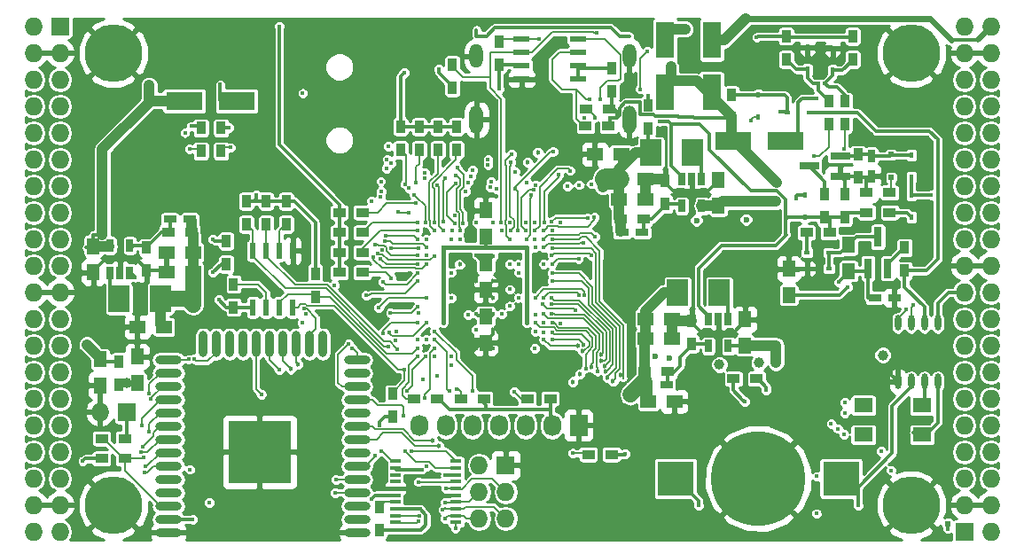
<source format=gbl>
G04 #@! TF.FileFunction,Copper,L4,Bot,Signal*
%FSLAX46Y46*%
G04 Gerber Fmt 4.6, Leading zero omitted, Abs format (unit mm)*
G04 Created by KiCad (PCBNEW 4.0.7+dfsg1-1) date Wed Oct 11 10:43:22 2017*
%MOMM*%
%LPD*%
G01*
G04 APERTURE LIST*
%ADD10C,0.100000*%
%ADD11R,1.800000X3.500000*%
%ADD12R,0.900000X1.200000*%
%ADD13R,2.000000X2.500000*%
%ADD14R,0.700000X1.200000*%
%ADD15R,1.250000X1.500000*%
%ADD16R,1.500000X1.250000*%
%ADD17O,0.609600X1.473200*%
%ADD18R,0.800000X1.900000*%
%ADD19R,1.900000X0.800000*%
%ADD20R,1.200000X0.750000*%
%ADD21R,0.750000X1.200000*%
%ADD22R,1.200000X0.900000*%
%ADD23R,0.600000X1.550000*%
%ADD24R,1.550000X0.600000*%
%ADD25O,2.500000X0.900000*%
%ADD26O,0.900000X2.500000*%
%ADD27R,6.000000X6.000000*%
%ADD28R,1.727200X1.727200*%
%ADD29O,1.727200X1.727200*%
%ADD30C,5.500000*%
%ADD31R,1.000000X0.400000*%
%ADD32R,0.500000X0.500000*%
%ADD33R,1.727200X2.032000*%
%ADD34O,1.727200X2.032000*%
%ADD35R,3.500000X3.300000*%
%ADD36C,9.000000*%
%ADD37O,1.300000X2.700000*%
%ADD38O,1.300000X2.300000*%
%ADD39R,1.800000X1.400000*%
%ADD40R,0.600000X0.450000*%
%ADD41R,0.450000X0.600000*%
%ADD42R,3.500000X1.800000*%
%ADD43C,0.400000*%
%ADD44C,0.454000*%
%ADD45C,1.000000*%
%ADD46C,0.600000*%
%ADD47C,0.300000*%
%ADD48C,1.000000*%
%ADD49C,0.190000*%
%ADD50C,0.600000*%
%ADD51C,0.500000*%
%ADD52C,2.000000*%
%ADD53C,1.200000*%
%ADD54C,1.500000*%
%ADD55C,0.400000*%
%ADD56C,0.200000*%
%ADD57C,0.254000*%
G04 APERTURE END LIST*
D10*
D11*
X155695000Y-69000000D03*
X155695000Y-64000000D03*
D12*
X154044000Y-72426000D03*
X154044000Y-70226000D03*
D13*
X160870000Y-88090000D03*
X156870000Y-88090000D03*
D14*
X159825000Y-90600000D03*
X160775000Y-90600000D03*
X161725000Y-90600000D03*
X161725000Y-93200000D03*
X159825000Y-93200000D03*
D13*
X158330000Y-74755000D03*
X154330000Y-74755000D03*
D14*
X157285000Y-77235000D03*
X158235000Y-77235000D03*
X159185000Y-77235000D03*
X159185000Y-79835000D03*
X157285000Y-79835000D03*
D13*
X103530000Y-88725000D03*
X107530000Y-88725000D03*
D14*
X104575000Y-86215000D03*
X103625000Y-86215000D03*
X102675000Y-86215000D03*
X102675000Y-83615000D03*
X104575000Y-83615000D03*
D15*
X101085000Y-83665000D03*
X101085000Y-86165000D03*
D16*
X153810000Y-90630000D03*
X156310000Y-90630000D03*
X153810000Y-92535000D03*
X156310000Y-92535000D03*
D15*
X163315000Y-93150000D03*
X163315000Y-90650000D03*
D16*
X151270000Y-79200000D03*
X153770000Y-79200000D03*
X151270000Y-77295000D03*
X153770000Y-77295000D03*
D15*
X160775000Y-79815000D03*
X160775000Y-77315000D03*
D16*
X110590000Y-84280000D03*
X108090000Y-84280000D03*
X110590000Y-86185000D03*
X108090000Y-86185000D03*
D17*
X181730000Y-96599000D03*
X180460000Y-96599000D03*
X179190000Y-96599000D03*
X177920000Y-96599000D03*
X177920000Y-91011000D03*
X179190000Y-91011000D03*
X180460000Y-91011000D03*
X181730000Y-91011000D03*
D15*
X173221000Y-86038000D03*
X173221000Y-83538000D03*
D18*
X176965000Y-85780000D03*
X175065000Y-85780000D03*
X176015000Y-82780000D03*
D19*
X172435000Y-75075000D03*
X172435000Y-76975000D03*
X169435000Y-76025000D03*
D20*
X153910000Y-96910000D03*
X155810000Y-96910000D03*
X151570000Y-82375000D03*
X153470000Y-82375000D03*
X110290000Y-81105000D03*
X108390000Y-81105000D03*
D21*
X175380000Y-75075000D03*
X175380000Y-76975000D03*
D22*
X169200000Y-82375000D03*
X171400000Y-82375000D03*
D12*
X172840000Y-80935000D03*
X172840000Y-78735000D03*
D22*
X177115000Y-80470000D03*
X174915000Y-80470000D03*
D12*
X174110000Y-74925000D03*
X174110000Y-77125000D03*
X178555000Y-83815000D03*
X178555000Y-86015000D03*
X113785000Y-83180000D03*
X113785000Y-85380000D03*
X170935000Y-80935000D03*
X170935000Y-78735000D03*
X128390000Y-108580000D03*
X128390000Y-110780000D03*
D22*
X150572000Y-103584000D03*
X148372000Y-103584000D03*
X177115000Y-78565000D03*
X174915000Y-78565000D03*
X153760000Y-95640000D03*
X155960000Y-95640000D03*
X110440000Y-82375000D03*
X108240000Y-82375000D03*
X151420000Y-81105000D03*
X153620000Y-81105000D03*
D12*
X158235000Y-90800000D03*
X158235000Y-93000000D03*
X106165000Y-86015000D03*
X106165000Y-83815000D03*
X155695000Y-77465000D03*
X155695000Y-79665000D03*
D22*
X126782000Y-86185000D03*
X124582000Y-86185000D03*
X126782000Y-84279000D03*
X124582000Y-84279000D03*
X126782000Y-82375000D03*
X124582000Y-82375000D03*
X126782000Y-80470000D03*
X124582000Y-80470000D03*
D12*
X130422000Y-74458000D03*
X130422000Y-72258000D03*
X132200000Y-74458000D03*
X132200000Y-72258000D03*
X133978000Y-74458000D03*
X133978000Y-72258000D03*
X135756000Y-74458000D03*
X135756000Y-72258000D03*
D23*
X116325000Y-84120000D03*
X117595000Y-84120000D03*
X118865000Y-84120000D03*
X120135000Y-84120000D03*
X120135000Y-89520000D03*
X118865000Y-89520000D03*
X117595000Y-89520000D03*
X116325000Y-89520000D03*
D20*
X175700000Y-88598000D03*
X177600000Y-88598000D03*
D24*
X141980000Y-67705000D03*
X141980000Y-66435000D03*
X141980000Y-65165000D03*
X141980000Y-63895000D03*
X147380000Y-63895000D03*
X147380000Y-65165000D03*
X147380000Y-66435000D03*
X147380000Y-67705000D03*
D25*
X126260434Y-111030338D03*
X126260434Y-109760338D03*
X126260434Y-108490338D03*
X126260434Y-107220338D03*
X126260434Y-105950338D03*
X126260434Y-104680338D03*
X126260434Y-103410338D03*
X126260434Y-102140338D03*
X126260434Y-100870338D03*
X126260434Y-99600338D03*
X126260434Y-98330338D03*
X126260434Y-97060338D03*
X126260434Y-95790338D03*
X126260434Y-94520338D03*
D26*
X122975434Y-93030338D03*
X121705434Y-93030338D03*
X120435434Y-93030338D03*
X119165434Y-93030338D03*
X117895434Y-93030338D03*
X116625434Y-93030338D03*
X115355434Y-93030338D03*
X114085434Y-93030338D03*
X112815434Y-93030338D03*
X111545434Y-93030338D03*
D25*
X108260434Y-94520338D03*
X108260434Y-95790338D03*
X108260434Y-97060338D03*
X108260434Y-98330338D03*
X108260434Y-99600338D03*
X108260434Y-100870338D03*
X108260434Y-102140338D03*
X108260434Y-103410338D03*
X108260434Y-104680338D03*
X108260434Y-105950338D03*
X108260434Y-107220338D03*
X108260434Y-108490338D03*
X108260434Y-109760338D03*
X108260434Y-111030338D03*
D27*
X116960434Y-103330338D03*
D28*
X97910000Y-62690000D03*
D29*
X95370000Y-62690000D03*
X97910000Y-65230000D03*
X95370000Y-65230000D03*
X97910000Y-67770000D03*
X95370000Y-67770000D03*
X97910000Y-70310000D03*
X95370000Y-70310000D03*
X97910000Y-72850000D03*
X95370000Y-72850000D03*
X97910000Y-75390000D03*
X95370000Y-75390000D03*
X97910000Y-77930000D03*
X95370000Y-77930000D03*
X97910000Y-80470000D03*
X95370000Y-80470000D03*
X97910000Y-83010000D03*
X95370000Y-83010000D03*
X97910000Y-85550000D03*
X95370000Y-85550000D03*
X97910000Y-88090000D03*
X95370000Y-88090000D03*
X97910000Y-90630000D03*
X95370000Y-90630000D03*
X97910000Y-93170000D03*
X95370000Y-93170000D03*
X97910000Y-95710000D03*
X95370000Y-95710000D03*
X97910000Y-98250000D03*
X95370000Y-98250000D03*
X97910000Y-100790000D03*
X95370000Y-100790000D03*
X97910000Y-103330000D03*
X95370000Y-103330000D03*
X97910000Y-105870000D03*
X95370000Y-105870000D03*
X97910000Y-108410000D03*
X95370000Y-108410000D03*
X97910000Y-110950000D03*
X95370000Y-110950000D03*
D28*
X184270000Y-110950000D03*
D29*
X186810000Y-110950000D03*
X184270000Y-108410000D03*
X186810000Y-108410000D03*
X184270000Y-105870000D03*
X186810000Y-105870000D03*
X184270000Y-103330000D03*
X186810000Y-103330000D03*
X184270000Y-100790000D03*
X186810000Y-100790000D03*
X184270000Y-98250000D03*
X186810000Y-98250000D03*
X184270000Y-95710000D03*
X186810000Y-95710000D03*
X184270000Y-93170000D03*
X186810000Y-93170000D03*
X184270000Y-90630000D03*
X186810000Y-90630000D03*
X184270000Y-88090000D03*
X186810000Y-88090000D03*
X184270000Y-85550000D03*
X186810000Y-85550000D03*
X184270000Y-83010000D03*
X186810000Y-83010000D03*
X184270000Y-80470000D03*
X186810000Y-80470000D03*
X184270000Y-77930000D03*
X186810000Y-77930000D03*
X184270000Y-75390000D03*
X186810000Y-75390000D03*
X184270000Y-72850000D03*
X186810000Y-72850000D03*
X184270000Y-70310000D03*
X186810000Y-70310000D03*
X184270000Y-67770000D03*
X186810000Y-67770000D03*
X184270000Y-65230000D03*
X186810000Y-65230000D03*
X184270000Y-62690000D03*
X186810000Y-62690000D03*
D30*
X102990000Y-108410000D03*
X179190000Y-108410000D03*
X179190000Y-65230000D03*
X102990000Y-65230000D03*
D12*
X162045000Y-71410000D03*
X162045000Y-69210000D03*
X139820000Y-66330000D03*
X139820000Y-64130000D03*
X135375000Y-68532000D03*
X135375000Y-66332000D03*
X150615000Y-68870000D03*
X150615000Y-66670000D03*
D22*
X150275000Y-72215000D03*
X148075000Y-72215000D03*
X150380000Y-70600000D03*
X148180000Y-70600000D03*
D31*
X135735000Y-104215000D03*
X135735000Y-104865000D03*
X135735000Y-105515000D03*
X135735000Y-106165000D03*
X135735000Y-106815000D03*
X135735000Y-107465000D03*
X135735000Y-108115000D03*
X135735000Y-108765000D03*
X135735000Y-109415000D03*
X135735000Y-110065000D03*
X129935000Y-110065000D03*
X129935000Y-109415000D03*
X129935000Y-108765000D03*
X129935000Y-108115000D03*
X129935000Y-107465000D03*
X129935000Y-106815000D03*
X129935000Y-106165000D03*
X129935000Y-105515000D03*
X129935000Y-104865000D03*
X129935000Y-104215000D03*
D12*
X119500000Y-79370000D03*
X119500000Y-81570000D03*
X114480000Y-89500000D03*
X114480000Y-87300000D03*
X129660000Y-99985000D03*
X129660000Y-97785000D03*
X117595000Y-79370000D03*
X117595000Y-81570000D03*
X122280000Y-86300000D03*
X122280000Y-88500000D03*
X115690000Y-79370000D03*
X115690000Y-81570000D03*
D22*
X144730000Y-98250000D03*
X142530000Y-98250000D03*
X138380000Y-98250000D03*
X136180000Y-98250000D03*
X133935000Y-98250000D03*
X131735000Y-98250000D03*
X101890000Y-103965000D03*
X104090000Y-103965000D03*
D28*
X104260000Y-99520000D03*
D29*
X101720000Y-99520000D03*
D22*
X101890000Y-102060000D03*
X104090000Y-102060000D03*
D12*
X103498000Y-96894000D03*
X103498000Y-94694000D03*
D15*
X167506000Y-88324000D03*
X167506000Y-85824000D03*
D22*
X164415000Y-96345000D03*
X162215000Y-96345000D03*
D12*
X167252000Y-65822000D03*
X167252000Y-63622000D03*
D28*
X140455000Y-104600000D03*
D29*
X137915000Y-104600000D03*
X140455000Y-107140000D03*
X137915000Y-107140000D03*
X140455000Y-109680000D03*
X137915000Y-109680000D03*
D15*
X138550000Y-90396000D03*
X138550000Y-92896000D03*
X138550000Y-82736000D03*
X138550000Y-80236000D03*
X138550000Y-85316000D03*
X138550000Y-87816000D03*
X101720000Y-94460000D03*
X101720000Y-96960000D03*
D12*
X113277000Y-74585000D03*
X113277000Y-72385000D03*
X111372000Y-74585000D03*
X111372000Y-72385000D03*
X172840000Y-72045000D03*
X172840000Y-69845000D03*
X171316000Y-72045000D03*
X171316000Y-69845000D03*
D32*
X182680000Y-110200000D03*
D33*
X147440000Y-100790000D03*
D34*
X144900000Y-100790000D03*
X142360000Y-100790000D03*
X139820000Y-100790000D03*
X137280000Y-100790000D03*
X134740000Y-100790000D03*
X132200000Y-100790000D03*
D35*
X172485000Y-105870000D03*
X156685000Y-105870000D03*
D36*
X164585000Y-105870000D03*
D37*
X152280000Y-71550000D03*
X137680000Y-71550000D03*
D38*
X137680000Y-65500000D03*
X152280000Y-65500000D03*
D39*
X180212000Y-98882000D03*
X174612000Y-98882000D03*
X174612000Y-101682000D03*
X180212000Y-101682000D03*
D32*
X177285000Y-74925000D03*
X177285000Y-77125000D03*
D15*
X105276000Y-96706000D03*
X105276000Y-94206000D03*
D40*
X169250000Y-84280000D03*
X171350000Y-84280000D03*
D41*
X179190000Y-80885000D03*
X179190000Y-78785000D03*
X169030000Y-80885000D03*
X169030000Y-78785000D03*
D40*
X171350000Y-85804000D03*
X169250000Y-85804000D03*
D41*
X179190000Y-77075000D03*
X179190000Y-74975000D03*
D40*
X167345000Y-70945000D03*
X169445000Y-70945000D03*
D41*
X164585000Y-69260000D03*
X164585000Y-71360000D03*
X169284000Y-66788000D03*
X169284000Y-64688000D03*
X171697000Y-66881000D03*
X171697000Y-64781000D03*
D42*
X109761000Y-69802000D03*
X114761000Y-69802000D03*
X167212000Y-73612000D03*
X162212000Y-73612000D03*
D11*
X160140000Y-64000000D03*
X160140000Y-69000000D03*
D16*
X154064000Y-98504000D03*
X156564000Y-98504000D03*
X107796000Y-91392000D03*
X105296000Y-91392000D03*
X151484000Y-74882000D03*
X148984000Y-74882000D03*
D12*
X173602000Y-65822000D03*
X173602000Y-63622000D03*
D43*
X110280000Y-105000000D03*
D44*
X139264636Y-91615205D03*
D43*
X139575609Y-69792857D03*
D45*
X116880503Y-64802940D03*
X106974809Y-64953974D03*
X175210328Y-64948943D03*
X165417246Y-64954666D03*
D43*
X175495631Y-71457432D03*
X146468970Y-70993942D03*
X144978424Y-71024054D03*
X143480350Y-71016526D03*
X142000564Y-71008511D03*
X147987361Y-71377791D03*
X144102010Y-84600000D03*
X132880424Y-84561218D03*
X135567436Y-80702302D03*
X132810347Y-82177990D03*
X145713035Y-91022010D03*
X145680000Y-94177990D03*
X177285000Y-95710000D03*
D45*
X177229911Y-82281349D03*
D43*
X170046000Y-85804000D03*
D46*
X164741832Y-81130572D03*
D43*
X120770000Y-72215000D03*
D46*
X161067993Y-81216119D03*
D45*
X158233687Y-94852616D03*
X162992748Y-94820185D03*
D46*
X156280000Y-81210838D03*
D43*
X131254529Y-86251357D03*
X140880000Y-81400000D03*
X136085174Y-89394826D03*
X145680000Y-81400000D03*
X120430000Y-97050000D03*
X150080000Y-81600000D03*
X131280000Y-89400000D03*
X133690245Y-94180159D03*
X140874194Y-91433353D03*
X145680000Y-85422010D03*
X135280000Y-95000000D03*
X135280000Y-94200000D03*
X142480000Y-94200000D03*
X140880000Y-93400000D03*
X139280000Y-93400000D03*
X137680000Y-93400000D03*
X136080000Y-93400000D03*
X136880000Y-92600000D03*
X135280000Y-92600000D03*
X132880000Y-91800000D03*
X132880000Y-93400000D03*
D44*
X141042859Y-86994997D03*
X139280000Y-87000000D03*
X136110990Y-86995403D03*
X137680000Y-87000000D03*
X136080000Y-84600000D03*
X139280000Y-88600000D03*
D43*
X127656639Y-107816792D03*
D45*
X156235582Y-66548363D03*
X166321614Y-77572282D03*
X166248957Y-79408030D03*
X101932065Y-82585048D03*
X106417803Y-68312483D03*
X166280000Y-94800000D03*
D43*
X112134000Y-108156000D03*
X150457224Y-71377791D03*
X172289562Y-87124051D03*
D45*
X157600000Y-62944000D03*
D43*
X137659051Y-91638034D03*
X139820000Y-68665673D03*
X128441330Y-100758313D03*
X172834633Y-99599920D03*
X172879922Y-98618650D03*
X176305593Y-103279812D03*
X165349214Y-97422919D03*
D45*
X160875897Y-94988750D03*
D43*
X164433885Y-63737451D03*
X148639876Y-77729346D03*
D45*
X149751640Y-78029346D03*
D43*
X134079160Y-66786153D03*
X109828000Y-72830000D03*
X116654336Y-78777990D03*
D45*
X176474303Y-94069095D03*
D43*
X173094000Y-87582000D03*
D45*
X100479904Y-93063904D03*
D46*
X163422030Y-81120665D03*
X154726292Y-94171363D03*
X156077107Y-94380779D03*
X158680000Y-81210838D03*
D43*
X112515000Y-83010000D03*
X181065000Y-78785000D03*
X110529662Y-109760338D03*
X100080000Y-104200000D03*
X113080000Y-88800000D03*
D45*
X164653770Y-94825547D03*
D43*
X135273306Y-88618602D03*
X139272517Y-84611349D03*
X137680556Y-84534085D03*
X141680000Y-86200000D03*
X135280000Y-86200000D03*
X132880000Y-92600000D03*
X132080000Y-92600000D03*
X141680000Y-88600000D03*
X141680000Y-85400000D03*
D45*
X152362985Y-97848768D03*
D43*
X136885174Y-90194826D03*
X140094890Y-90122990D03*
X139280000Y-90122990D03*
X140880000Y-89400000D03*
X137680000Y-90172990D03*
X140880000Y-87800000D03*
X140880000Y-85400000D03*
D44*
X136080000Y-85400000D03*
D43*
X121369010Y-90164222D03*
X130022933Y-91834237D03*
X121036481Y-91008234D03*
X129902064Y-92678248D03*
D45*
X110617371Y-89287199D03*
D43*
X142480000Y-91000000D03*
X142480000Y-83800000D03*
X134480000Y-83800000D03*
X134480000Y-91000000D03*
X105037711Y-86632990D03*
X155149360Y-71764535D03*
X121086654Y-69078528D03*
X170182962Y-69571012D03*
X174110000Y-108410000D03*
X158870000Y-108410000D03*
X134750646Y-106810513D03*
X137288700Y-97538741D03*
X133680000Y-91800000D03*
D44*
X134074414Y-102752225D03*
D43*
X134675868Y-108131585D03*
X135085458Y-97531790D03*
D44*
X133449289Y-102232615D03*
D43*
X133680000Y-92600000D03*
X127951328Y-103666396D03*
X132936956Y-104698915D03*
X134463998Y-108841973D03*
X132752670Y-98178920D03*
X133685668Y-93402482D03*
X134636872Y-109719950D03*
X130714529Y-99901000D03*
X131039363Y-97487286D03*
X132846234Y-94197073D03*
X118858690Y-62658970D03*
X130761990Y-67119621D03*
X148477832Y-69619684D03*
X149475951Y-69619684D03*
X148991194Y-71377791D03*
X153984196Y-65077116D03*
X153322343Y-68673419D03*
X143650666Y-63862520D03*
X178665908Y-89713903D03*
X149183754Y-63257114D03*
X179375977Y-89317806D03*
X140035989Y-81400000D03*
X128776655Y-87110882D03*
X132077895Y-86272150D03*
X117121665Y-97817265D03*
X118843798Y-95498222D03*
D44*
X119978162Y-95412951D03*
X120634035Y-94977604D03*
D43*
X113212238Y-68244401D03*
X146387166Y-77939336D03*
X147480000Y-77822010D03*
X131453853Y-103260518D03*
X144891634Y-91008466D03*
D44*
X148653935Y-95249010D03*
X149565978Y-94054788D03*
D43*
X144867244Y-90164455D03*
D44*
X150720500Y-96575802D03*
D43*
X144890381Y-83866022D03*
D44*
X151448039Y-95951686D03*
D43*
X144894101Y-83022010D03*
D44*
X150149219Y-96229829D03*
D43*
X144901285Y-86268736D03*
D44*
X150033441Y-95660469D03*
D43*
X144888562Y-86993817D03*
D44*
X149952517Y-95085120D03*
D43*
X144877648Y-88622010D03*
D44*
X149584522Y-94635504D03*
D43*
X144810610Y-89177990D03*
X144895773Y-91874444D03*
D44*
X147777713Y-93691005D03*
X147356233Y-93219138D03*
D43*
X144102010Y-92600000D03*
D44*
X147915304Y-93060979D03*
D43*
X144882352Y-92577990D03*
X130807074Y-95454141D03*
X130141304Y-93529144D03*
X132080000Y-93400000D03*
X129254670Y-93244631D03*
X133919980Y-96038729D03*
X141280000Y-97600000D03*
X132572818Y-96383863D03*
X135770000Y-97338127D03*
X132080000Y-94200000D03*
X128669601Y-84020243D03*
X105906712Y-103816552D03*
X130839486Y-103260518D03*
X129459184Y-90039192D03*
X132080000Y-89444020D03*
X128602801Y-103260518D03*
X132162861Y-106185868D03*
X128321313Y-89539949D03*
X132880000Y-88600000D03*
X127145130Y-88379076D03*
X124253981Y-105982535D03*
X132080000Y-87000000D03*
X125827283Y-93452662D03*
X124202418Y-107207639D03*
D44*
X142530990Y-75662841D03*
X143525587Y-74749772D03*
D43*
X110313517Y-74380698D03*
X132146108Y-109940263D03*
X114166000Y-74247000D03*
X132189000Y-109415000D03*
X135694981Y-77648547D03*
X135567436Y-81489225D03*
X134702010Y-77200000D03*
X134471354Y-81347908D03*
X132761172Y-77202673D03*
X132737245Y-76676207D03*
X128545566Y-77476577D03*
X127643658Y-79355564D03*
X110718734Y-94451783D03*
X128515897Y-78994176D03*
X110193102Y-94489889D03*
X128569727Y-78469921D03*
X106403813Y-97727799D03*
X131230910Y-78113843D03*
X106539540Y-98237033D03*
X131709326Y-78745875D03*
X132783332Y-81399993D03*
X129016746Y-82660638D03*
X105679715Y-100783924D03*
X132084821Y-83022010D03*
X128948848Y-83183258D03*
X106401171Y-101377901D03*
X132886504Y-83777990D03*
X129513931Y-83860979D03*
X105803161Y-102850427D03*
X132117443Y-83866021D03*
X127966259Y-83527946D03*
X105651866Y-103355255D03*
X132079996Y-84503337D03*
X128256283Y-84387285D03*
X106023598Y-104697574D03*
X133671942Y-84595200D03*
X127824162Y-84688968D03*
X105973679Y-105248709D03*
X132875802Y-85428138D03*
D44*
X146862501Y-96617499D03*
X147534467Y-95913260D03*
D43*
X148102806Y-95339021D03*
X143280000Y-91000000D03*
X149207706Y-95605291D03*
X144082424Y-90132858D03*
X143989948Y-89177990D03*
X147125926Y-89802879D03*
X143281824Y-90201951D03*
X144102010Y-85397219D03*
X147422472Y-84858593D03*
X144886544Y-85385186D03*
X144102010Y-83000000D03*
X148975652Y-82755341D03*
X144885092Y-82177990D03*
X147470668Y-88324835D03*
X144082832Y-88584510D03*
X147997681Y-88324844D03*
X143278026Y-88595030D03*
X144102010Y-82185600D03*
X148935852Y-80899014D03*
X148337768Y-80975785D03*
X144866392Y-81333979D03*
X139280000Y-81400000D03*
X139585116Y-78205862D03*
X138968064Y-78040948D03*
X139049357Y-77520244D03*
X138775679Y-75942989D03*
X138779198Y-75400762D03*
X137680000Y-81400000D03*
X137308732Y-76415018D03*
X137106948Y-76979922D03*
X136856003Y-77562978D03*
X136634118Y-78451672D03*
X135830698Y-76200613D03*
X136411444Y-81497309D03*
X148668800Y-84550385D03*
X144877691Y-84532933D03*
X144102010Y-83800000D03*
X147894174Y-83335809D03*
X142852716Y-78759927D03*
X142473549Y-82998913D03*
X143105106Y-78295223D03*
X142396423Y-82191394D03*
X145494012Y-76834828D03*
X144146021Y-81374784D03*
X143331797Y-77819457D03*
X146627648Y-76461302D03*
X143257990Y-82207154D03*
X143257990Y-81379632D03*
X141380161Y-78226966D03*
X145017056Y-74655847D03*
X141657990Y-82130345D03*
X142413979Y-81382236D03*
X140080000Y-82200000D03*
X141342967Y-76554996D03*
X141046643Y-74873804D03*
X140864029Y-83041403D03*
X140980062Y-75681941D03*
X140924011Y-82179283D03*
X129542604Y-86703515D03*
X132880000Y-83022010D03*
X132080000Y-82177990D03*
X132080000Y-81400000D03*
X131847310Y-79589886D03*
X130856828Y-77742623D03*
X131923295Y-77584853D03*
X133654358Y-82177990D03*
X133627343Y-81396408D03*
X129336756Y-91938993D03*
X132880000Y-91000000D03*
X128770628Y-92009836D03*
X132077648Y-90977990D03*
X130196821Y-80377733D03*
X131180000Y-80500000D03*
X128489708Y-84867377D03*
X132079620Y-85428138D03*
X163908850Y-71651861D03*
X134501414Y-82177578D03*
X133922194Y-77854836D03*
X135656559Y-110610712D03*
X132448438Y-104994496D03*
X146844288Y-103452739D03*
X134707351Y-105508447D03*
X132280000Y-108800000D03*
D45*
X104309083Y-96731596D03*
D43*
X112515000Y-86185000D03*
X163277422Y-98501717D03*
X170126036Y-109212466D03*
X170157734Y-105666345D03*
X169895346Y-75092988D03*
X143257990Y-83000000D03*
X168166438Y-79108038D03*
X151896383Y-103510715D03*
X114039000Y-72342000D03*
X110483000Y-72215000D03*
X177274002Y-105079115D03*
X143258015Y-93423150D03*
X172761273Y-101651681D03*
X143280000Y-91800000D03*
X172193360Y-101105663D03*
X144064831Y-91877646D03*
X171540304Y-100645743D03*
X144080000Y-91000000D03*
X154044000Y-69294000D03*
X129061632Y-76229575D03*
X135280000Y-83022010D03*
X129493343Y-75737814D03*
X136080000Y-83000000D03*
X129122249Y-75363607D03*
X135345425Y-82176814D03*
X135725421Y-76909376D03*
X129252218Y-74142461D03*
X136080000Y-82200000D03*
X172746637Y-74347988D03*
X143280000Y-83800000D03*
X142480000Y-77600000D03*
X170300000Y-68151000D03*
X170950000Y-68125562D03*
X125480000Y-93000000D03*
X121206217Y-89662983D03*
X132156079Y-90030946D03*
X182654362Y-110665838D03*
X124080000Y-87400000D03*
X124080000Y-87400000D03*
X166678914Y-70803555D03*
D47*
X138630000Y-63600000D02*
X139449896Y-62780104D01*
X137680000Y-63000000D02*
X137680000Y-63600000D01*
X150510104Y-62780104D02*
X151330000Y-63600000D01*
X137680000Y-63600000D02*
X138630000Y-63600000D01*
X139449896Y-62780104D02*
X150510104Y-62780104D01*
X151330000Y-63600000D02*
X152280000Y-63600000D01*
X139264636Y-92054364D02*
X139264636Y-91936231D01*
X139264636Y-91936231D02*
X139264636Y-91615205D01*
X138550000Y-92769000D02*
X139264636Y-92054364D01*
X136880000Y-92600000D02*
X136080000Y-93400000D01*
X136880000Y-92600000D02*
X137680000Y-93400000D01*
X136880000Y-92600000D02*
X138381000Y-92600000D01*
X138381000Y-92600000D02*
X138550000Y-92769000D01*
X135280000Y-92600000D02*
X136880000Y-92600000D01*
X135280000Y-92600000D02*
X136080000Y-93400000D01*
X138550000Y-92769000D02*
X138649000Y-92769000D01*
X138649000Y-92769000D02*
X139280000Y-93400000D01*
X138550000Y-92769000D02*
X138311000Y-92769000D01*
X138311000Y-92769000D02*
X137680000Y-93400000D01*
X136772000Y-93785000D02*
X136465000Y-93785000D01*
X136465000Y-93785000D02*
X136080000Y-93400000D01*
X136772000Y-93785000D02*
X137295000Y-93785000D01*
X137295000Y-93785000D02*
X137680000Y-93400000D01*
X137822857Y-69792857D02*
X139292767Y-69792857D01*
X137680000Y-69650000D02*
X137822857Y-69792857D01*
X139292767Y-69792857D02*
X139575609Y-69792857D01*
X132202804Y-107453326D02*
X131572496Y-106823018D01*
X135747661Y-107453326D02*
X132202804Y-107453326D01*
X131572496Y-106823018D02*
X129919874Y-106823018D01*
X175042385Y-64781000D02*
X175210328Y-64948943D01*
X171697000Y-64781000D02*
X175042385Y-64781000D01*
X165683912Y-64688000D02*
X165417246Y-64954666D01*
X169284000Y-64688000D02*
X165683912Y-64688000D01*
X169284000Y-64688000D02*
X171604000Y-64688000D01*
X171604000Y-64688000D02*
X171697000Y-64781000D01*
X177285000Y-95710000D02*
X177285000Y-95964000D01*
X177285000Y-95964000D02*
X177920000Y-96599000D01*
X167506000Y-85824000D02*
X169230000Y-85824000D01*
X169230000Y-85824000D02*
X169250000Y-85804000D01*
X169250000Y-85804000D02*
X170046000Y-85804000D01*
X102210000Y-84915000D02*
X103625000Y-84915000D01*
X103625000Y-84915000D02*
X105215000Y-84915000D01*
X103625000Y-86215000D02*
X103625000Y-84915000D01*
X105215000Y-84915000D02*
X106165000Y-85865000D01*
X106165000Y-85865000D02*
X106165000Y-86015000D01*
X101085000Y-86165000D02*
X101085000Y-86040000D01*
X101085000Y-86040000D02*
X102210000Y-84915000D01*
X106165000Y-86015000D02*
X107920000Y-86015000D01*
X107920000Y-86015000D02*
X108090000Y-86185000D01*
D48*
X153770000Y-77295000D02*
X155525000Y-77295000D01*
D47*
X155525000Y-77295000D02*
X155695000Y-77465000D01*
D48*
X153770000Y-79200000D02*
X153770000Y-77295000D01*
D47*
X174110000Y-77125000D02*
X174745000Y-77125000D01*
X174745000Y-77125000D02*
X175230000Y-77125000D01*
X174915000Y-78565000D02*
X174915000Y-77295000D01*
X174915000Y-77295000D02*
X174745000Y-77125000D01*
X172840000Y-78735000D02*
X172840000Y-77380000D01*
X172840000Y-77380000D02*
X172435000Y-76975000D01*
X175230000Y-77125000D02*
X175380000Y-76975000D01*
X172435000Y-76975000D02*
X173960000Y-76975000D01*
X173960000Y-76975000D02*
X174110000Y-77125000D01*
X137680000Y-86200000D02*
X137680000Y-86600000D01*
X136080000Y-84600000D02*
X137680000Y-86200000D01*
X159850000Y-78365000D02*
X158235000Y-78365000D01*
X158235000Y-78365000D02*
X156445000Y-78365000D01*
X158235000Y-77235000D02*
X158235000Y-78365000D01*
X160775000Y-77315000D02*
X160775000Y-77440000D01*
X160775000Y-77440000D02*
X159850000Y-78365000D01*
X156445000Y-78365000D02*
X155695000Y-77615000D01*
X155695000Y-77615000D02*
X155695000Y-77465000D01*
D48*
X156310000Y-90630000D02*
X156310000Y-92535000D01*
X158235000Y-90800000D02*
X156480000Y-90800000D01*
D47*
X156480000Y-90800000D02*
X156310000Y-90630000D01*
X163315000Y-90650000D02*
X163315000Y-90834602D01*
X163315000Y-90834602D02*
X162249602Y-91900000D01*
X162249602Y-91900000D02*
X160775000Y-91900000D01*
X101085000Y-86165000D02*
X101085000Y-85929893D01*
X106165000Y-85944374D02*
X106165000Y-86015000D01*
X159185000Y-91900000D02*
X160775000Y-91900000D01*
X160775000Y-90600000D02*
X160775000Y-91900000D01*
X158235000Y-90800000D02*
X158235000Y-90950000D01*
X158235000Y-90950000D02*
X159185000Y-91900000D01*
X108090000Y-84280000D02*
X108090000Y-86185000D01*
X107625000Y-84745000D02*
X108090000Y-84280000D01*
X108070000Y-84260000D02*
X108090000Y-84280000D01*
X141037856Y-87000000D02*
X141042859Y-86994997D01*
X139280000Y-87000000D02*
X141037856Y-87000000D01*
X136432016Y-86995403D02*
X136110990Y-86995403D01*
X137284597Y-86995403D02*
X136432016Y-86995403D01*
X137680000Y-86600000D02*
X137284597Y-86995403D01*
X137680000Y-86600000D02*
X137680000Y-87000000D01*
D49*
X138029000Y-66332000D02*
X138115000Y-66246000D01*
D47*
X128008431Y-107465000D02*
X127856638Y-107616793D01*
X127856638Y-107616793D02*
X127656639Y-107816792D01*
X129935000Y-107465000D02*
X128008431Y-107465000D01*
X160140000Y-69000000D02*
X160140000Y-69850000D01*
X160140000Y-69850000D02*
X161700000Y-71410000D01*
D48*
X156235582Y-67716832D02*
X156235582Y-66548363D01*
X158681338Y-67896338D02*
X156415088Y-67896338D01*
X156415088Y-67896338D02*
X156235582Y-67716832D01*
D47*
X156235582Y-66578582D02*
X156235582Y-66548363D01*
D48*
X162045000Y-73295668D02*
X165821615Y-77072283D01*
X165821615Y-77072283D02*
X166321614Y-77572282D01*
X160790000Y-79800000D02*
X161181970Y-79408030D01*
X161181970Y-79408030D02*
X165541851Y-79408030D01*
X165541851Y-79408030D02*
X166248957Y-79408030D01*
D47*
X101085000Y-82615000D02*
X101114952Y-82585048D01*
X101114952Y-82585048D02*
X101224959Y-82585048D01*
X101085000Y-83665000D02*
X101085000Y-82615000D01*
D48*
X101932065Y-81877942D02*
X101932065Y-82585048D01*
X101932065Y-74415935D02*
X101932065Y-81877942D01*
X106407114Y-69940886D02*
X101932065Y-74415935D01*
D47*
X101224959Y-82585048D02*
X101932065Y-82585048D01*
X151080000Y-71400000D02*
X151352990Y-71127010D01*
X151352990Y-71127010D02*
X151352990Y-70466020D01*
X151352990Y-70466020D02*
X151896020Y-69922990D01*
X151896020Y-69922990D02*
X152557010Y-69922990D01*
X152557010Y-69922990D02*
X152583077Y-69896923D01*
D48*
X106417803Y-69019589D02*
X106417803Y-68312483D01*
X106417803Y-69930197D02*
X106417803Y-69019589D01*
X106407114Y-69940886D02*
X106417803Y-69930197D01*
X166280000Y-93150000D02*
X166280000Y-94800000D01*
D47*
X110610000Y-69548000D02*
X110610000Y-69802000D01*
X150457224Y-71377791D02*
X150457224Y-72032776D01*
X150457224Y-72032776D02*
X150275000Y-72215000D01*
D48*
X109975000Y-69802000D02*
X106546000Y-69802000D01*
X106546000Y-69802000D02*
X106419000Y-69929000D01*
D47*
X151057791Y-71377791D02*
X150740066Y-71377791D01*
X150740066Y-71377791D02*
X150457224Y-71377791D01*
X151080000Y-71400000D02*
X151057791Y-71377791D01*
X172289562Y-87094438D02*
X172289562Y-87124051D01*
X173221000Y-86163000D02*
X172289562Y-87094438D01*
X173221000Y-86038000D02*
X173221000Y-86163000D01*
X175065000Y-88598000D02*
X175065000Y-85780000D01*
X175700000Y-88598000D02*
X175065000Y-88598000D01*
D48*
X106419000Y-69929000D02*
X106407114Y-69940886D01*
D47*
X106419000Y-69675000D02*
X106419000Y-69929000D01*
X100572432Y-83665000D02*
X100424079Y-83813353D01*
X101085000Y-83665000D02*
X100572432Y-83665000D01*
X160790000Y-79800000D02*
X160775000Y-79815000D01*
D48*
X163315000Y-93150000D02*
X166280000Y-93150000D01*
D47*
X160775000Y-79940000D02*
X160775000Y-79815000D01*
X164925000Y-93150000D02*
X164240000Y-93150000D01*
X164240000Y-93150000D02*
X163315000Y-93150000D01*
X101085000Y-83665000D02*
X101085000Y-83790000D01*
X151080000Y-71400000D02*
X151080000Y-70838120D01*
X151080000Y-70838120D02*
X150615000Y-70373120D01*
X150615000Y-70373120D02*
X150615000Y-69995990D01*
X150615000Y-69995990D02*
X150615000Y-68870000D01*
D48*
X159185000Y-79835000D02*
X160755000Y-79835000D01*
D47*
X160755000Y-79835000D02*
X160775000Y-79815000D01*
X161725000Y-93200000D02*
X163265000Y-93200000D01*
X163265000Y-93200000D02*
X163315000Y-93150000D01*
X173221000Y-86038000D02*
X174807000Y-86038000D01*
X174807000Y-86038000D02*
X175065000Y-85780000D01*
D48*
X101085000Y-83665000D02*
X102625000Y-83665000D01*
D47*
X102625000Y-83665000D02*
X102675000Y-83615000D01*
X152583077Y-69896923D02*
X153316999Y-69896923D01*
X153316999Y-69896923D02*
X153316999Y-71047601D01*
X161700000Y-71410000D02*
X162045000Y-71410000D01*
D48*
X162045000Y-71410000D02*
X162045000Y-71260000D01*
X162045000Y-71260000D02*
X158681338Y-67896338D01*
X162045000Y-71410000D02*
X162045000Y-73295668D01*
D47*
X158407951Y-71315988D02*
X158501963Y-71410000D01*
X153372399Y-71103001D02*
X154568521Y-71103001D01*
X158501963Y-71410000D02*
X162045000Y-71410000D01*
X156924522Y-71275510D02*
X156965000Y-71315988D01*
X156965000Y-71315988D02*
X158407951Y-71315988D01*
X153316999Y-71047601D02*
X153372399Y-71103001D01*
X154568521Y-71103001D02*
X154741030Y-71275510D01*
X154741030Y-71275510D02*
X156924522Y-71275510D01*
X162045000Y-71753000D02*
X162045000Y-71410000D01*
X155695000Y-64000000D02*
X155695000Y-63368337D01*
X155695000Y-63368337D02*
X156119337Y-62944000D01*
D48*
X156119337Y-62944000D02*
X157600000Y-62944000D01*
X160140000Y-64000000D02*
X161340000Y-64000000D01*
X161340000Y-64000000D02*
X163399217Y-61940783D01*
D50*
X163399217Y-61940783D02*
X180980783Y-61940783D01*
D51*
X185540000Y-63960000D02*
X186810000Y-62690000D01*
D50*
X180980783Y-61940783D02*
X183000000Y-63960000D01*
D47*
X183000000Y-63960000D02*
X185540000Y-63960000D01*
X103498000Y-94694000D02*
X101954000Y-94694000D01*
X101954000Y-94694000D02*
X101720000Y-94460000D01*
X173602000Y-63706000D02*
X167336000Y-63706000D01*
X167336000Y-63706000D02*
X167252000Y-63622000D01*
X167252000Y-63622000D02*
X164549336Y-63622000D01*
X164549336Y-63622000D02*
X164433885Y-63737451D01*
X138550000Y-85042000D02*
X138188471Y-85042000D01*
X138188471Y-85042000D02*
X137680556Y-84534085D01*
X138550000Y-85042000D02*
X138841866Y-85042000D01*
X138841866Y-85042000D02*
X139272517Y-84611349D01*
X137680556Y-84534085D02*
X139195253Y-84534085D01*
X139195253Y-84534085D02*
X139272517Y-84611349D01*
X139820000Y-66330000D02*
X139820000Y-68665673D01*
X128441330Y-100475471D02*
X128441330Y-100758313D01*
X128441330Y-100453670D02*
X128441330Y-100475471D01*
X128910000Y-99985000D02*
X128441330Y-100453670D01*
X129660000Y-99985000D02*
X128910000Y-99985000D01*
X165349214Y-97129214D02*
X165349214Y-97422919D01*
X164565000Y-96345000D02*
X165349214Y-97129214D01*
X164415000Y-96345000D02*
X164565000Y-96345000D01*
D48*
X149784145Y-77289735D02*
X149751640Y-77322240D01*
X149751640Y-77322240D02*
X149751640Y-78029346D01*
X149993577Y-77289735D02*
X149784145Y-77289735D01*
D47*
X134079160Y-67068995D02*
X134079160Y-66786153D01*
X134079160Y-67086160D02*
X134079160Y-67068995D01*
X135375000Y-68382000D02*
X134079160Y-67086160D01*
X135375000Y-68532000D02*
X135375000Y-68382000D01*
X154044000Y-72426000D02*
X154044000Y-74469000D01*
X154044000Y-74469000D02*
X154330000Y-74755000D01*
X116654336Y-79155664D02*
X116654336Y-79060832D01*
X115690000Y-79370000D02*
X116440000Y-79370000D01*
X116440000Y-79370000D02*
X116654336Y-79155664D01*
X116654336Y-79060832D02*
X116654336Y-78777990D01*
X181730000Y-89106000D02*
X182746000Y-88090000D01*
X182746000Y-88090000D02*
X184270000Y-88090000D01*
X181730000Y-91011000D02*
X181730000Y-89106000D01*
X172352000Y-88324000D02*
X173094000Y-87582000D01*
X167506000Y-88324000D02*
X172352000Y-88324000D01*
X100479904Y-93094904D02*
X100479904Y-93063904D01*
D48*
X101720000Y-94335000D02*
X100479904Y-93094904D01*
D47*
X101720000Y-94460000D02*
X101720000Y-94335000D01*
X151330000Y-75000000D02*
X151330000Y-77235000D01*
X151330000Y-77235000D02*
X151270000Y-77295000D01*
X138380000Y-98250000D02*
X138380000Y-98686358D01*
X138380000Y-98686358D02*
X138550000Y-98856358D01*
X138550000Y-98856358D02*
X138550000Y-99266000D01*
X135101000Y-99266000D02*
X138550000Y-99266000D01*
X138550000Y-99266000D02*
X144730000Y-99266000D01*
X144730000Y-98250000D02*
X144730000Y-99266000D01*
X144730000Y-99266000D02*
X144730000Y-99400000D01*
X133935000Y-98250000D02*
X134085000Y-98250000D01*
X134085000Y-98250000D02*
X135101000Y-99266000D01*
X144730000Y-99400000D02*
X144730000Y-100620000D01*
X113785000Y-83180000D02*
X112685000Y-83180000D01*
X112685000Y-83180000D02*
X112515000Y-83010000D01*
X122280000Y-86300000D02*
X122280000Y-81400000D01*
X122280000Y-81400000D02*
X120250000Y-79370000D01*
X120250000Y-79370000D02*
X119500000Y-79370000D01*
X179190000Y-78785000D02*
X181065000Y-78785000D01*
X108260434Y-109760338D02*
X110529662Y-109760338D01*
X179190000Y-77075000D02*
X179190000Y-78785000D01*
X100315000Y-103965000D02*
X100080000Y-104200000D01*
X101890000Y-103965000D02*
X100315000Y-103965000D01*
X117595000Y-79370000D02*
X119500000Y-79370000D01*
X115690000Y-79370000D02*
X117595000Y-79370000D01*
X114480000Y-89500000D02*
X113780000Y-89500000D01*
X113780000Y-89500000D02*
X113080000Y-88800000D01*
X114480000Y-89500000D02*
X116305000Y-89500000D01*
X116305000Y-89500000D02*
X116325000Y-89520000D01*
X144900000Y-98250000D02*
X144730000Y-98250000D01*
X138380000Y-98250000D02*
X138530000Y-98250000D01*
X144730000Y-100620000D02*
X144900000Y-100790000D01*
X139820000Y-66330000D02*
X141875000Y-66330000D01*
X141875000Y-66330000D02*
X141980000Y-66435000D01*
D48*
X151270000Y-77295000D02*
X151264735Y-77289735D01*
D52*
X151264735Y-77289735D02*
X149993577Y-77289735D01*
D48*
X151270000Y-77295000D02*
X151270000Y-76370000D01*
D47*
X152885000Y-74755000D02*
X153030000Y-74755000D01*
D48*
X151270000Y-76370000D02*
X152885000Y-74755000D01*
X153030000Y-74755000D02*
X154330000Y-74755000D01*
X151420000Y-81105000D02*
X151420000Y-82225000D01*
D47*
X151420000Y-82225000D02*
X151570000Y-82375000D01*
D48*
X151270000Y-79200000D02*
X151270000Y-80955000D01*
D47*
X151270000Y-80955000D02*
X151420000Y-81105000D01*
D48*
X151270000Y-77295000D02*
X151270000Y-79200000D01*
D47*
X151790000Y-76775000D02*
X151270000Y-77295000D01*
X160870000Y-88090000D02*
X161725000Y-88945000D01*
X161725000Y-88945000D02*
X161725000Y-90600000D01*
X159185000Y-77235000D02*
X159185000Y-75610000D01*
X159185000Y-75610000D02*
X158330000Y-74755000D01*
D53*
X153910000Y-96910000D02*
X153910000Y-98350000D01*
D47*
X153910000Y-98350000D02*
X154064000Y-98504000D01*
D54*
X152862984Y-97348769D02*
X152362985Y-97848768D01*
X153525408Y-96686345D02*
X152862984Y-97348769D01*
X153733519Y-96686345D02*
X153525408Y-96686345D01*
D47*
X138550000Y-90269000D02*
X137776010Y-90269000D01*
X137776010Y-90269000D02*
X137680000Y-90172990D01*
X138550000Y-90269000D02*
X139133990Y-90269000D01*
X139133990Y-90269000D02*
X139280000Y-90122990D01*
X153733519Y-97228519D02*
X153733519Y-96686345D01*
D48*
X153701005Y-95301005D02*
X153810000Y-95410000D01*
X153701005Y-92643995D02*
X153701005Y-95301005D01*
X153810000Y-92535000D02*
X153701005Y-92643995D01*
D47*
X153810000Y-95410000D02*
X154110000Y-95710000D01*
X154110000Y-95710000D02*
X154110000Y-96385000D01*
D48*
X156870000Y-88090000D02*
X155570000Y-88090000D01*
X155570000Y-88090000D02*
X153810000Y-89850000D01*
X153810000Y-89850000D02*
X153810000Y-90630000D01*
X153810000Y-92535000D02*
X153810000Y-90630000D01*
D47*
X153695000Y-90515000D02*
X153810000Y-90630000D01*
X156010000Y-95710000D02*
X156524914Y-95710000D01*
X156524914Y-95710000D02*
X157145126Y-95089788D01*
X157145126Y-95089788D02*
X157145126Y-94239874D01*
X157145126Y-94239874D02*
X158235000Y-93150000D01*
X158235000Y-93150000D02*
X158235000Y-93000000D01*
X155960000Y-95640000D02*
X155960000Y-96760000D01*
X155960000Y-96760000D02*
X155810000Y-96910000D01*
X158235000Y-93000000D02*
X159625000Y-93000000D01*
X159625000Y-93000000D02*
X159825000Y-93200000D01*
D48*
X107530000Y-88725000D02*
X107530000Y-91126000D01*
D47*
X107530000Y-91126000D02*
X107796000Y-91392000D01*
D55*
X137480000Y-83800000D02*
X138550000Y-83800000D01*
X138550000Y-83800000D02*
X142480000Y-83800000D01*
D47*
X138550000Y-83298000D02*
X138550000Y-83800000D01*
D55*
X134480000Y-83800000D02*
X137480000Y-83800000D01*
D54*
X110055172Y-88725000D02*
X107530000Y-88725000D01*
X110617371Y-89287199D02*
X110055172Y-88725000D01*
D47*
X110590000Y-89259828D02*
X110617371Y-89287199D01*
D54*
X110590000Y-86185000D02*
X110590000Y-89259828D01*
D55*
X142480000Y-83800000D02*
X142480000Y-91000000D01*
X134480000Y-91000000D02*
X134480000Y-83800000D01*
D48*
X110440000Y-82375000D02*
X110440000Y-81255000D01*
D47*
X110440000Y-81255000D02*
X110290000Y-81105000D01*
D48*
X110590000Y-84280000D02*
X110590000Y-82525000D01*
D47*
X110590000Y-82525000D02*
X110440000Y-82375000D01*
D48*
X110590000Y-86185000D02*
X110590000Y-84280000D01*
D47*
X110070000Y-86705000D02*
X110590000Y-86185000D01*
X102675000Y-86215000D02*
X102675000Y-87870000D01*
X102675000Y-87870000D02*
X103530000Y-88725000D01*
X156280000Y-72000000D02*
X159003987Y-72000000D01*
X159003987Y-72000000D02*
X159926293Y-72922306D01*
X159926293Y-72922306D02*
X159926293Y-74478638D01*
X159926293Y-74478638D02*
X163850815Y-78403160D01*
X167183550Y-79228973D02*
X167183550Y-81105000D01*
X163850815Y-78403160D02*
X166357737Y-78403160D01*
X166357737Y-78403160D02*
X167183550Y-79228973D01*
X104619721Y-86215000D02*
X104837712Y-86432991D01*
X104575000Y-86215000D02*
X104619721Y-86215000D01*
X104837712Y-86432991D02*
X105037711Y-86632990D01*
X156280000Y-72000000D02*
X156044535Y-71764535D01*
X156044535Y-71764535D02*
X155432202Y-71764535D01*
X155432202Y-71764535D02*
X155149360Y-71764535D01*
X167183550Y-81105000D02*
X167183550Y-82518550D01*
X169030000Y-80885000D02*
X167403550Y-80885000D01*
X167403550Y-80885000D02*
X167183550Y-81105000D01*
X166265000Y-83600000D02*
X167265000Y-82600000D01*
X167183550Y-82518550D02*
X167265000Y-82600000D01*
X156280000Y-75980000D02*
X156280000Y-72000000D01*
X157285000Y-77235000D02*
X157285000Y-76985000D01*
X157285000Y-76985000D02*
X156280000Y-75980000D01*
X159825000Y-90600000D02*
X159825000Y-90345000D01*
X159825000Y-90345000D02*
X158880000Y-89400000D01*
X158880000Y-89400000D02*
X158880000Y-85800000D01*
X158880000Y-85800000D02*
X161080000Y-83600000D01*
X161080000Y-83600000D02*
X166265000Y-83600000D01*
X168980000Y-80885000D02*
X169030000Y-80885000D01*
X169030000Y-80885000D02*
X170885000Y-80885000D01*
X170885000Y-80885000D02*
X170935000Y-80935000D01*
X170935000Y-80935000D02*
X171570000Y-80935000D01*
X171570000Y-80935000D02*
X172840000Y-80935000D01*
X171400000Y-82375000D02*
X171400000Y-81105000D01*
X171400000Y-81105000D02*
X171570000Y-80935000D01*
X174915000Y-80470000D02*
X173305000Y-80470000D01*
X173305000Y-80470000D02*
X172840000Y-80935000D01*
X153620000Y-81105000D02*
X154432087Y-81105000D01*
X154432087Y-81105000D02*
X155695000Y-79842087D01*
X155695000Y-79842087D02*
X155695000Y-79665000D01*
X153620000Y-81105000D02*
X153620000Y-82225000D01*
X153620000Y-82225000D02*
X153470000Y-82375000D01*
X155695000Y-79665000D02*
X157115000Y-79665000D01*
X157115000Y-79665000D02*
X157285000Y-79835000D01*
X155525000Y-79835000D02*
X155695000Y-79665000D01*
X108240000Y-82375000D02*
X107605000Y-82375000D01*
X107605000Y-82375000D02*
X106165000Y-83815000D01*
X104575000Y-83615000D02*
X105965000Y-83615000D01*
X105965000Y-83615000D02*
X106165000Y-83815000D01*
X104775000Y-83815000D02*
X104575000Y-83615000D01*
X108070000Y-82545000D02*
X108240000Y-82375000D01*
X108390000Y-81105000D02*
X108390000Y-82225000D01*
X108390000Y-82225000D02*
X108240000Y-82375000D01*
X168141000Y-73485000D02*
X168402683Y-73223317D01*
X168402683Y-73223317D02*
X168402683Y-69932420D01*
X168402683Y-69932420D02*
X168764091Y-69571012D01*
X168764091Y-69571012D02*
X169900120Y-69571012D01*
X169900120Y-69571012D02*
X170182962Y-69571012D01*
X174110000Y-108410000D02*
X174110000Y-106705962D01*
X174110000Y-106705962D02*
X177385633Y-103430329D01*
X177385633Y-103430329D02*
X177385633Y-98913976D01*
X177385633Y-98913976D02*
X179190000Y-97109609D01*
X179190000Y-97109609D02*
X179190000Y-96599000D01*
X158870000Y-108410000D02*
X158870000Y-107955000D01*
X156785000Y-105870000D02*
X156685000Y-105870000D01*
X158870000Y-107955000D02*
X156785000Y-105870000D01*
D49*
X137288700Y-97538741D02*
X137288700Y-96091000D01*
X136922398Y-95710000D02*
X136922398Y-95724698D01*
X136922398Y-95724698D02*
X137288700Y-96091000D01*
X136922398Y-95710000D02*
X135756000Y-94543602D01*
X135756000Y-94543602D02*
X135756000Y-93876000D01*
X135756000Y-93876000D02*
X133680000Y-91800000D01*
X137254415Y-105873269D02*
X139188269Y-105873269D01*
X139188269Y-105873269D02*
X140455000Y-107140000D01*
X135735000Y-106856777D02*
X135718950Y-106872827D01*
X135718950Y-106872827D02*
X135656636Y-106810513D01*
X135656636Y-106810513D02*
X135033488Y-106810513D01*
X135033488Y-106810513D02*
X134750646Y-106810513D01*
X137254415Y-105873269D02*
X136254857Y-106872827D01*
X135735000Y-106815000D02*
X135735000Y-106856777D01*
X136254857Y-106872827D02*
X135718950Y-106872827D01*
X131793914Y-102752225D02*
X133753388Y-102752225D01*
X130542027Y-101500338D02*
X131793914Y-102752225D01*
X128791195Y-101500338D02*
X130542027Y-101500338D01*
X128151195Y-102140338D02*
X128791195Y-101500338D01*
X133753388Y-102752225D02*
X134074414Y-102752225D01*
X126260434Y-102140338D02*
X128151195Y-102140338D01*
X135735000Y-108115000D02*
X136940000Y-108115000D01*
X136940000Y-108115000D02*
X137915000Y-107140000D01*
X135644172Y-108131585D02*
X134958710Y-108131585D01*
X134958710Y-108131585D02*
X134675868Y-108131585D01*
X135669098Y-108106659D02*
X135644172Y-108131585D01*
X135726659Y-108106659D02*
X135669098Y-108106659D01*
X135735000Y-108115000D02*
X135726659Y-108106659D01*
X133449289Y-102232615D02*
X131722624Y-102232615D01*
X131722624Y-102232615D02*
X130670332Y-101180323D01*
X130670332Y-101180323D02*
X128010419Y-101180323D01*
X128010419Y-101180323D02*
X127700434Y-100870338D01*
X127700434Y-100870338D02*
X126260434Y-100870338D01*
X134856098Y-97302430D02*
X134885459Y-97331791D01*
X134856098Y-93776098D02*
X134856098Y-97302430D01*
X133680000Y-92600000D02*
X134856098Y-93776098D01*
X134885459Y-97331791D02*
X135085458Y-97531790D01*
X127951328Y-103789444D02*
X127951328Y-103666396D01*
X127060434Y-104680338D02*
X127951328Y-103789444D01*
X126260434Y-104680338D02*
X127060434Y-104680338D01*
X135735000Y-108765000D02*
X136425000Y-108765000D01*
X136595601Y-108594399D02*
X139369399Y-108594399D01*
X139369399Y-108594399D02*
X139591401Y-108816401D01*
X136425000Y-108765000D02*
X136595601Y-108594399D01*
X139591401Y-108816401D02*
X140455000Y-109680000D01*
X134713849Y-108592122D02*
X134663997Y-108641974D01*
X134540971Y-108765000D02*
X134463998Y-108841973D01*
X135735000Y-108765000D02*
X134540971Y-108765000D01*
X134663997Y-108641974D02*
X134463998Y-108841973D01*
X133268244Y-97295512D02*
X132752670Y-97811086D01*
X133268244Y-93819906D02*
X133268244Y-97295512D01*
X133685668Y-93402482D02*
X133268244Y-93819906D01*
X132752670Y-97811086D02*
X132752670Y-97896078D01*
X132752670Y-97896078D02*
X132752670Y-98178920D01*
X136690000Y-109680000D02*
X137915000Y-109680000D01*
X135735000Y-109415000D02*
X136425000Y-109415000D01*
X136425000Y-109415000D02*
X136690000Y-109680000D01*
X134636872Y-109719950D02*
X134941822Y-109415000D01*
X134941822Y-109415000D02*
X135735000Y-109415000D01*
X130549000Y-98885000D02*
X130714529Y-99050529D01*
X130714529Y-99050529D02*
X130714529Y-99901000D01*
X128255096Y-98885000D02*
X130549000Y-98885000D01*
X126260434Y-98330338D02*
X127700434Y-98330338D01*
X127700434Y-98330338D02*
X128255096Y-98885000D01*
X131565180Y-96961469D02*
X131239362Y-97287287D01*
X131239362Y-97287287D02*
X131039363Y-97487286D01*
X131565180Y-95478127D02*
X131565180Y-96961469D01*
X132846234Y-94197073D02*
X131565180Y-95478127D01*
D47*
X169445000Y-70945000D02*
X174084740Y-70945000D01*
X174084740Y-70945000D02*
X175826942Y-72687202D01*
X175826942Y-72687202D02*
X180932202Y-72687202D01*
X180932202Y-72687202D02*
X181730000Y-73485000D01*
X181730000Y-73485000D02*
X181730000Y-84915000D01*
X181730000Y-84915000D02*
X180630000Y-86015000D01*
X180630000Y-86015000D02*
X178555000Y-86015000D01*
X180460000Y-91011000D02*
X180460000Y-89489868D01*
X180460000Y-89489868D02*
X178555000Y-87584868D01*
X178555000Y-87584868D02*
X178555000Y-86015000D01*
X176015000Y-82780000D02*
X173979000Y-82780000D01*
X173979000Y-82780000D02*
X173221000Y-83538000D01*
X171350000Y-84280000D02*
X172479000Y-84280000D01*
X172479000Y-84280000D02*
X173221000Y-83538000D01*
X171350000Y-84280000D02*
X171350000Y-85804000D01*
X177285000Y-74975000D02*
X179190000Y-74975000D01*
X175380000Y-75075000D02*
X177185000Y-75075000D01*
X177185000Y-75075000D02*
X177285000Y-74975000D01*
X174110000Y-74925000D02*
X175230000Y-74925000D01*
X175230000Y-74925000D02*
X175380000Y-75075000D01*
X172435000Y-75075000D02*
X173960000Y-75075000D01*
X173960000Y-75075000D02*
X174110000Y-74925000D01*
X169200000Y-82375000D02*
X169200000Y-84230000D01*
X169200000Y-84230000D02*
X169250000Y-84280000D01*
X177115000Y-80470000D02*
X178775000Y-80470000D01*
X178775000Y-80470000D02*
X179190000Y-80885000D01*
X176965000Y-85780000D02*
X176965000Y-85405000D01*
X176965000Y-85405000D02*
X178555000Y-83815000D01*
X181730000Y-100536000D02*
X180784000Y-101482000D01*
X180784000Y-101482000D02*
X179412000Y-101482000D01*
X181730000Y-96599000D02*
X181730000Y-100536000D01*
X180460000Y-96599000D02*
X180460000Y-99057757D01*
X180460000Y-99057757D02*
X180446075Y-99071682D01*
X170935000Y-78735000D02*
X170935000Y-77525000D01*
X170935000Y-77525000D02*
X169435000Y-76025000D01*
D49*
X177285000Y-77075000D02*
X177285000Y-78395000D01*
X177285000Y-78395000D02*
X177115000Y-78565000D01*
D47*
X124582000Y-80470000D02*
X124582000Y-79720000D01*
X124582000Y-79720000D02*
X118858690Y-73996690D01*
X118858690Y-62941812D02*
X118858690Y-62658970D01*
X118858690Y-73996690D02*
X118858690Y-62941812D01*
X124582000Y-84279000D02*
X124582000Y-86185000D01*
X124582000Y-82375000D02*
X124582000Y-84279000D01*
X124582000Y-80470000D02*
X124582000Y-82375000D01*
X132200000Y-72258000D02*
X130422000Y-72258000D01*
X133978000Y-72258000D02*
X132200000Y-72258000D01*
X135756000Y-72258000D02*
X133978000Y-72258000D01*
X135748350Y-72191002D02*
X135722352Y-72217000D01*
X130402940Y-67478671D02*
X130761990Y-67119621D01*
X130402940Y-72217000D02*
X130402940Y-67478671D01*
D49*
X148194990Y-69619684D02*
X148477832Y-69619684D01*
X147186000Y-68691785D02*
X148113899Y-69619684D01*
X148113899Y-69619684D02*
X148194990Y-69619684D01*
X145821785Y-68691785D02*
X147186000Y-68691785D01*
X148075000Y-72215000D02*
X147925000Y-72215000D01*
X147186000Y-71476000D02*
X147186000Y-68691785D01*
X147925000Y-72215000D02*
X147186000Y-71476000D01*
X148075000Y-72215000D02*
X148075000Y-71961000D01*
X147380000Y-65165000D02*
X145600000Y-65165000D01*
X145600000Y-65165000D02*
X144900000Y-65865000D01*
X144900000Y-65865000D02*
X144900000Y-67770000D01*
X144900000Y-67770000D02*
X145821785Y-68691785D01*
X149475951Y-68558685D02*
X149475951Y-69336842D01*
X150146475Y-67888161D02*
X149475951Y-68558685D01*
X151180315Y-67888161D02*
X150146475Y-67888161D01*
X147380000Y-63895000D02*
X149915000Y-63895000D01*
X149915000Y-63895000D02*
X151407990Y-65387990D01*
X151407990Y-67660486D02*
X151180315Y-67888161D01*
X151407990Y-65387990D02*
X151407990Y-67660486D01*
X149475951Y-69336842D02*
X149475951Y-69619684D01*
X148991194Y-71261194D02*
X148991194Y-71377791D01*
X148180000Y-70600000D02*
X148330000Y-70600000D01*
X148330000Y-70600000D02*
X148991194Y-71261194D01*
X153322343Y-68673419D02*
X153322343Y-65738969D01*
X153784197Y-65277115D02*
X153984196Y-65077116D01*
X153322343Y-65738969D02*
X153784197Y-65277115D01*
X141980000Y-63895000D02*
X143618186Y-63895000D01*
X143618186Y-63895000D02*
X143650666Y-63862520D01*
X177920000Y-91011000D02*
X177920000Y-90579200D01*
X178665908Y-89833292D02*
X178665908Y-89713903D01*
X177920000Y-90579200D02*
X178665908Y-89833292D01*
X141980000Y-63895000D02*
X140055000Y-63895000D01*
X140055000Y-63895000D02*
X139820000Y-64130000D01*
X138980000Y-68578574D02*
X138980000Y-67516000D01*
X140035989Y-81400000D02*
X140035989Y-69634563D01*
X140035989Y-69634563D02*
X138980000Y-68578574D01*
X144895940Y-63214060D02*
X148857858Y-63214060D01*
X141980000Y-65165000D02*
X142945000Y-65165000D01*
X148857858Y-63214060D02*
X148900912Y-63257114D01*
X142945000Y-65165000D02*
X144895940Y-63214060D01*
X148900912Y-63257114D02*
X149183754Y-63257114D01*
X136409000Y-67516000D02*
X138980000Y-67516000D01*
X138980000Y-67516000D02*
X138980000Y-65165000D01*
X135375000Y-66332000D02*
X135375000Y-66482000D01*
X135375000Y-66482000D02*
X136409000Y-67516000D01*
X138980000Y-65165000D02*
X141980000Y-65165000D01*
X179190000Y-89503783D02*
X179375977Y-89317806D01*
X179190000Y-91011000D02*
X179190000Y-89503783D01*
D47*
X147380000Y-67705000D02*
X147380000Y-66435000D01*
X150615000Y-66670000D02*
X147615000Y-66670000D01*
X147615000Y-66670000D02*
X147380000Y-66435000D01*
D49*
X128976654Y-87310881D02*
X128776655Y-87110882D01*
X131039164Y-87310881D02*
X128976654Y-87310881D01*
X132077895Y-86272150D02*
X131039164Y-87310881D01*
X116921666Y-97617266D02*
X117121665Y-97817265D01*
X116625434Y-97321034D02*
X116921666Y-97617266D01*
X116625434Y-93030338D02*
X116625434Y-97321034D01*
X118643799Y-95298223D02*
X118843798Y-95498222D01*
X117895434Y-94549858D02*
X118643799Y-95298223D01*
X117895434Y-93030338D02*
X117895434Y-94549858D01*
X119751163Y-95185952D02*
X119978162Y-95412951D01*
X119165434Y-93030338D02*
X119165434Y-94600223D01*
X119165434Y-94600223D02*
X119751163Y-95185952D01*
X120435434Y-93030338D02*
X120435434Y-94779003D01*
X120435434Y-94779003D02*
X120634035Y-94977604D01*
D47*
X113212238Y-69737238D02*
X113212238Y-68527243D01*
X113277000Y-69802000D02*
X113212238Y-69737238D01*
X113212238Y-68527243D02*
X113212238Y-68244401D01*
D49*
X129935000Y-108115000D02*
X128895397Y-108115000D01*
X128895397Y-108115000D02*
X128373228Y-108637169D01*
X135760266Y-104239298D02*
X134781486Y-103260518D01*
X134781486Y-103260518D02*
X131736695Y-103260518D01*
X131736695Y-103260518D02*
X131453853Y-103260518D01*
X148799966Y-93707957D02*
X149087633Y-93420290D01*
X148317277Y-91444011D02*
X145510474Y-91444011D01*
X149087633Y-93420290D02*
X149087633Y-92214367D01*
X149087633Y-92214367D02*
X148317277Y-91444011D01*
X148653935Y-95249010D02*
X148653935Y-94927984D01*
X145074929Y-91008466D02*
X144891634Y-91008466D01*
X148799966Y-94781953D02*
X148799966Y-93707957D01*
X148653935Y-94927984D02*
X148799966Y-94781953D01*
X145510474Y-91444011D02*
X145074929Y-91008466D01*
X145210512Y-90224881D02*
X147994787Y-90224881D01*
X149751857Y-91981951D02*
X149751857Y-93868909D01*
X145150086Y-90164455D02*
X145210512Y-90224881D01*
X144867244Y-90164455D02*
X145150086Y-90164455D01*
X147994787Y-90224881D02*
X149751857Y-91981951D01*
X149751857Y-93868909D02*
X149565978Y-94054788D01*
X149053712Y-84789964D02*
X149053712Y-89042202D01*
X149090802Y-84347750D02*
X149090802Y-84752874D01*
X148609074Y-83866022D02*
X149090802Y-84347750D01*
X149053712Y-89042202D02*
X151336912Y-91325401D01*
X151336912Y-91325401D02*
X151336912Y-95410204D01*
X149090802Y-84752874D02*
X149053712Y-84789964D01*
X150972914Y-95774202D02*
X150972914Y-96325685D01*
X144890381Y-83866022D02*
X148609074Y-83866022D01*
X151336912Y-95410204D02*
X150972914Y-95774202D01*
D56*
X150947499Y-96348803D02*
X150720500Y-96575802D01*
X150970617Y-96325685D02*
X150947499Y-96348803D01*
X150972914Y-96325685D02*
X150970617Y-96325685D01*
D49*
X151675038Y-96277077D02*
X151675038Y-96178685D01*
X151675038Y-96178685D02*
X151448039Y-95951686D01*
X151653923Y-96298192D02*
X151675038Y-96277077D01*
X145176943Y-83022010D02*
X144894101Y-83022010D01*
X149407813Y-84884184D02*
X149407813Y-84086266D01*
X147701551Y-82785128D02*
X147464669Y-83022010D01*
X147464669Y-83022010D02*
X145176943Y-83022010D01*
X148106675Y-82785128D02*
X147701551Y-82785128D01*
X149370723Y-84921274D02*
X149407813Y-84884184D01*
X149370723Y-88910892D02*
X149370723Y-84921274D01*
X149407813Y-84086266D02*
X148106675Y-82785128D01*
X151653923Y-91194091D02*
X149370723Y-88910892D01*
X151653923Y-96298192D02*
X151653923Y-91194091D01*
X151693951Y-96258164D02*
X151653923Y-96298192D01*
X148736701Y-87583818D02*
X148736701Y-89173512D01*
X151019901Y-91456711D02*
X151019901Y-95278894D01*
X150376218Y-95952360D02*
X150376218Y-96002830D01*
X150376218Y-96002830D02*
X150149219Y-96229829D01*
X150682027Y-95616768D02*
X150682027Y-95646551D01*
X144901285Y-86268736D02*
X147421619Y-86268736D01*
X148736701Y-89173512D02*
X151019901Y-91456711D01*
X147421619Y-86268736D02*
X148736701Y-87583818D01*
X151019901Y-95278894D02*
X150682027Y-95616768D01*
X150682027Y-95646551D02*
X150376218Y-95952360D01*
X150702890Y-91588021D02*
X150702890Y-94991020D01*
X148419690Y-89304822D02*
X150702890Y-91588021D01*
X147698379Y-86993817D02*
X148419690Y-87715128D01*
X144888562Y-86993817D02*
X147698379Y-86993817D01*
X150260440Y-95433470D02*
X150033441Y-95660469D01*
X150702890Y-94991020D02*
X150260440Y-95433470D01*
X148419690Y-87715128D02*
X148419690Y-89304822D01*
X150385879Y-94651758D02*
X150179516Y-94858121D01*
X144877648Y-88622010D02*
X145077647Y-88822009D01*
X150179516Y-94858121D02*
X149952517Y-95085120D01*
X145077647Y-88822009D02*
X147488557Y-88822009D01*
X147488557Y-88822009D02*
X150385879Y-91719331D01*
X150385879Y-91719331D02*
X150385879Y-94651758D01*
X149905548Y-94635504D02*
X149584522Y-94635504D01*
X150068868Y-94472184D02*
X149905548Y-94635504D01*
X150068868Y-91850641D02*
X150068868Y-94472184D01*
X144810610Y-89177990D02*
X147396217Y-89177990D01*
X147396217Y-89177990D02*
X150068868Y-91850641D01*
X148453611Y-92835414D02*
X147696230Y-92078033D01*
X148453611Y-93157671D02*
X148453611Y-92835414D01*
X145099362Y-92078033D02*
X145095772Y-92074443D01*
X147777713Y-93691005D02*
X147920277Y-93691005D01*
X147920277Y-93691005D02*
X148453611Y-93157671D01*
X145095772Y-92074443D02*
X144895773Y-91874444D01*
X147696230Y-92078033D02*
X145099362Y-92078033D01*
X147035207Y-93219138D02*
X147356233Y-93219138D01*
X144721148Y-93219138D02*
X147035207Y-93219138D01*
X144102010Y-92600000D02*
X144721148Y-93219138D01*
X147688305Y-92833980D02*
X147915304Y-93060979D01*
X144882352Y-92577990D02*
X147432315Y-92577990D01*
X147432315Y-92577990D02*
X147688305Y-92833980D01*
X118865000Y-84120000D02*
X118865000Y-82205000D01*
X118865000Y-82205000D02*
X119500000Y-81570000D01*
X116780000Y-87300000D02*
X117595000Y-88115000D01*
X117595000Y-88115000D02*
X117595000Y-89520000D01*
X114480000Y-87300000D02*
X116780000Y-87300000D01*
X120904019Y-89240981D02*
X120625000Y-89520000D01*
X124071493Y-89340544D02*
X121508342Y-89340544D01*
X130185090Y-95454141D02*
X124071493Y-89340544D01*
X121408779Y-89240981D02*
X120904019Y-89240981D01*
X120625000Y-89520000D02*
X120135000Y-89520000D01*
X121508342Y-89340544D02*
X121408779Y-89240981D01*
X130807074Y-95454141D02*
X130185090Y-95454141D01*
X130807074Y-95736983D02*
X130807074Y-95454141D01*
X130807074Y-95799957D02*
X130807074Y-95736983D01*
X130807475Y-95800358D02*
X130807074Y-95799957D01*
X129660000Y-97785000D02*
X129660000Y-97635000D01*
X129660000Y-97635000D02*
X130807475Y-96487525D01*
X130807475Y-96487525D02*
X130807475Y-95800358D01*
X129941305Y-93329145D02*
X130141304Y-93529144D01*
X120360988Y-87360988D02*
X123436900Y-87360988D01*
X129406820Y-92794660D02*
X129941305Y-93329145D01*
X123436900Y-87360988D02*
X128870572Y-92794660D01*
X117595000Y-84595000D02*
X120360988Y-87360988D01*
X128870572Y-92794660D02*
X129406820Y-92794660D01*
X117595000Y-84120000D02*
X117595000Y-84595000D01*
X117595000Y-84120000D02*
X117595000Y-81570000D01*
X123679270Y-88500000D02*
X122920000Y-88500000D01*
X131528854Y-93951146D02*
X129130416Y-93951146D01*
X132080000Y-93400000D02*
X131528854Y-93951146D01*
X129130416Y-93951146D02*
X123679270Y-88500000D01*
X122920000Y-88500000D02*
X122280000Y-88500000D01*
X122280000Y-88500000D02*
X122031234Y-88251234D01*
X122031234Y-88251234D02*
X119658766Y-88251234D01*
X119658766Y-88251234D02*
X118865000Y-89045000D01*
X118865000Y-89045000D02*
X118865000Y-89520000D01*
X116325000Y-84595000D02*
X119407999Y-87677999D01*
X116325000Y-84120000D02*
X116325000Y-84595000D01*
X128872222Y-93244631D02*
X128971828Y-93244631D01*
X119407999Y-87677999D02*
X123305590Y-87677999D01*
X128971828Y-93244631D02*
X129254670Y-93244631D01*
X123305590Y-87677999D02*
X128872222Y-93244631D01*
X116325000Y-84120000D02*
X116325000Y-82205000D01*
X116325000Y-82205000D02*
X115690000Y-81570000D01*
X142530000Y-98250000D02*
X141930000Y-98250000D01*
X141930000Y-98250000D02*
X141280000Y-97600000D01*
X136180000Y-98250000D02*
X136180000Y-97610000D01*
X135908127Y-97338127D02*
X135770000Y-97338127D01*
X136180000Y-97610000D02*
X135908127Y-97338127D01*
X131242159Y-96675564D02*
X131242159Y-95037841D01*
X131242159Y-95037841D02*
X131880001Y-94399999D01*
X130945000Y-98250000D02*
X130607138Y-97912138D01*
X131880001Y-94399999D02*
X132080000Y-94200000D01*
X131735000Y-98250000D02*
X130945000Y-98250000D01*
X130607138Y-97912138D02*
X130607138Y-97310585D01*
X130607138Y-97310585D02*
X131242159Y-96675564D01*
X104090000Y-103965000D02*
X105758264Y-103965000D01*
X105758264Y-103965000D02*
X105906712Y-103816552D01*
X107460434Y-108490338D02*
X108260434Y-108490338D01*
X104090000Y-105119904D02*
X107460434Y-108490338D01*
X104090000Y-103965000D02*
X104090000Y-105119904D01*
X109060434Y-108490338D02*
X108260434Y-108490338D01*
X101890000Y-102060000D02*
X102040000Y-102060000D01*
X102040000Y-102060000D02*
X103945000Y-103965000D01*
X103945000Y-103965000D02*
X104090000Y-103965000D01*
X135735000Y-104865000D02*
X133727603Y-104865000D01*
X133727603Y-104865000D02*
X133139517Y-104276914D01*
X131039485Y-103460517D02*
X130839486Y-103260518D01*
X131855882Y-104276914D02*
X131039485Y-103460517D01*
X133139517Y-104276914D02*
X131855882Y-104276914D01*
X132080000Y-89444020D02*
X131484828Y-90039192D01*
X129742026Y-90039192D02*
X129459184Y-90039192D01*
X131484828Y-90039192D02*
X129742026Y-90039192D01*
X129935000Y-104215000D02*
X129635000Y-104215000D01*
X129635000Y-104215000D02*
X128680518Y-103260518D01*
X128680518Y-103260518D02*
X128602801Y-103260518D01*
X135792529Y-106185868D02*
X132445703Y-106185868D01*
X135798078Y-106180319D02*
X135792529Y-106185868D01*
X132445703Y-106185868D02*
X132162861Y-106185868D01*
X132880000Y-88600000D02*
X129261262Y-88600000D01*
X128521312Y-89339950D02*
X128321313Y-89539949D01*
X129261262Y-88600000D02*
X128521312Y-89339950D01*
X127609071Y-88197977D02*
X127427972Y-88379076D01*
X127427972Y-88379076D02*
X127145130Y-88379076D01*
X132080000Y-87000000D02*
X130882023Y-88197977D01*
X130882023Y-88197977D02*
X127609071Y-88197977D01*
X126260434Y-105950338D02*
X124286178Y-105950338D01*
X124286178Y-105950338D02*
X124253981Y-105982535D01*
X126260434Y-94520338D02*
X126260434Y-93880338D01*
X125832758Y-93452662D02*
X125827283Y-93452662D01*
X126260434Y-93880338D02*
X125832758Y-93452662D01*
X126260434Y-107220338D02*
X124215117Y-107220338D01*
X124215117Y-107220338D02*
X124202418Y-107207639D01*
X129989706Y-110093313D02*
X131993058Y-110093313D01*
X131993058Y-110093313D02*
X132146108Y-109940263D01*
X110313517Y-74380698D02*
X111167698Y-74380698D01*
X111167698Y-74380698D02*
X111372000Y-74585000D01*
X129920049Y-109454792D02*
X129959841Y-109415000D01*
X129959841Y-109415000D02*
X132189000Y-109415000D01*
X114166000Y-74247000D02*
X113615000Y-74247000D01*
X113615000Y-74247000D02*
X113277000Y-74585000D01*
X134832853Y-78510675D02*
X135494982Y-77848546D01*
X135494982Y-77848546D02*
X135694981Y-77648547D01*
X134832853Y-80754642D02*
X134832853Y-78510675D01*
X135567436Y-81489225D02*
X134832853Y-80754642D01*
X134471354Y-77430656D02*
X134502011Y-77399999D01*
X134502011Y-77399999D02*
X134702010Y-77200000D01*
X134471354Y-81347908D02*
X134471354Y-77430656D01*
X112815434Y-93030338D02*
X112815434Y-93830338D01*
X112815434Y-93830338D02*
X111993990Y-94651782D01*
X110918733Y-94651782D02*
X110718734Y-94451783D01*
X111993990Y-94651782D02*
X110918733Y-94651782D01*
X110162653Y-94520338D02*
X110193102Y-94489889D01*
X108260434Y-94520338D02*
X110162653Y-94520338D01*
X107460434Y-95790338D02*
X106403813Y-96846959D01*
X106403813Y-97444957D02*
X106403813Y-97727799D01*
X108260434Y-95790338D02*
X107460434Y-95790338D01*
X106403813Y-96846959D02*
X106403813Y-97444957D01*
X107716235Y-97060338D02*
X106739539Y-98037034D01*
X108260434Y-97060338D02*
X107716235Y-97060338D01*
X106739539Y-98037034D02*
X106539540Y-98237033D01*
X132783332Y-81399993D02*
X132783332Y-79819881D01*
X132783332Y-79819881D02*
X131909325Y-78945874D01*
X131909325Y-78945874D02*
X131709326Y-78745875D01*
X129299588Y-82660638D02*
X129016746Y-82660638D01*
X132084821Y-83022010D02*
X131723449Y-82660638D01*
X131723449Y-82660638D02*
X129299588Y-82660638D01*
X107460434Y-98330338D02*
X105679715Y-100111057D01*
X105679715Y-100111057D02*
X105679715Y-100501082D01*
X108260434Y-98330338D02*
X107460434Y-98330338D01*
X105679715Y-100501082D02*
X105679715Y-100783924D01*
X132552525Y-83444011D02*
X129716733Y-83444011D01*
X129455980Y-83183258D02*
X129231690Y-83183258D01*
X132886504Y-83777990D02*
X132552525Y-83444011D01*
X129716733Y-83444011D02*
X129455980Y-83183258D01*
X129231690Y-83183258D02*
X128948848Y-83183258D01*
X106401171Y-100659601D02*
X106401171Y-101095059D01*
X107460434Y-99600338D02*
X106401171Y-100659601D01*
X108260434Y-99600338D02*
X107460434Y-99600338D01*
X106401171Y-101095059D02*
X106401171Y-101377901D01*
X129518973Y-83866021D02*
X129513931Y-83860979D01*
X132117443Y-83866021D02*
X129518973Y-83866021D01*
X106003160Y-102650428D02*
X105803161Y-102850427D01*
X108260434Y-100870338D02*
X107460434Y-100870338D01*
X107460434Y-100870338D02*
X106820434Y-101510338D01*
X106820434Y-101833154D02*
X106003160Y-102650428D01*
X106820434Y-101510338D02*
X106820434Y-101833154D01*
X129515681Y-84503337D02*
X129091602Y-84079258D01*
X129091602Y-83817682D02*
X128872162Y-83598242D01*
X128319397Y-83598242D02*
X128249101Y-83527946D01*
X129091602Y-84079258D02*
X129091602Y-83817682D01*
X128249101Y-83527946D02*
X127966259Y-83527946D01*
X132079996Y-84503337D02*
X129515681Y-84503337D01*
X128872162Y-83598242D02*
X128319397Y-83598242D01*
X105934708Y-103355255D02*
X105651866Y-103355255D01*
X106245517Y-103355255D02*
X105934708Y-103355255D01*
X108260434Y-102140338D02*
X107460434Y-102140338D01*
X107460434Y-102140338D02*
X106245517Y-103355255D01*
X128692270Y-84445375D02*
X128314373Y-84445375D01*
X129253022Y-85006128D02*
X128692270Y-84445375D01*
X128314373Y-84445375D02*
X128256283Y-84387285D01*
X133671942Y-84595200D02*
X133261014Y-85006128D01*
X133261014Y-85006128D02*
X129253022Y-85006128D01*
X106173198Y-104697574D02*
X106023598Y-104697574D01*
X107460434Y-103410338D02*
X106173198Y-104697574D01*
X108260434Y-103410338D02*
X107460434Y-103410338D01*
X127824162Y-84971810D02*
X127824162Y-84688968D01*
X128623285Y-85770933D02*
X127824162Y-84971810D01*
X131877058Y-85850140D02*
X131797851Y-85770933D01*
X131797851Y-85770933D02*
X128623285Y-85770933D01*
X132875802Y-85428138D02*
X132453800Y-85850140D01*
X132453800Y-85850140D02*
X131877058Y-85850140D01*
X106252063Y-105248709D02*
X105973679Y-105248709D01*
X106820434Y-104680338D02*
X106252063Y-105248709D01*
X108260434Y-104680338D02*
X106820434Y-104680338D01*
X143280000Y-91000000D02*
X143710467Y-91430467D01*
X148770622Y-93288981D02*
X148482955Y-93576647D01*
X148102806Y-95056179D02*
X148102806Y-95339021D01*
X145379164Y-91761022D02*
X148141025Y-91761022D01*
X148141025Y-91761022D02*
X148770622Y-92390619D01*
X145048609Y-91430467D02*
X145379164Y-91761022D01*
X148770622Y-92390619D02*
X148770622Y-93288981D01*
X148102806Y-94009016D02*
X148102806Y-95056179D01*
X143710467Y-91430467D02*
X145048609Y-91430467D01*
X148482955Y-93576647D02*
X148482955Y-93628867D01*
X148482955Y-93628867D02*
X148102806Y-94009016D01*
X149404644Y-93551600D02*
X149116977Y-93839267D01*
X149116977Y-95231720D02*
X149207706Y-95322449D01*
X147908042Y-90586456D02*
X149404644Y-92083058D01*
X149207706Y-95322449D02*
X149207706Y-95605291D01*
X149116977Y-93839267D02*
X149116977Y-95231720D01*
X144536022Y-90586456D02*
X147908042Y-90586456D01*
X144082424Y-90132858D02*
X144536022Y-90586456D01*
X149404644Y-92083058D02*
X149404644Y-93551600D01*
X144414838Y-89602880D02*
X144189947Y-89377989D01*
X146925927Y-89602880D02*
X144414838Y-89602880D01*
X144189947Y-89377989D02*
X143989948Y-89177990D01*
X147125926Y-89802879D02*
X146925927Y-89602880D01*
X147139630Y-84858593D02*
X147422472Y-84858593D01*
X145413137Y-84858593D02*
X147139630Y-84858593D01*
X144886544Y-85385186D02*
X145413137Y-84858593D01*
X144302009Y-82800001D02*
X144102010Y-83000000D01*
X144502010Y-82600000D02*
X144302009Y-82800001D01*
X147438358Y-82600000D02*
X144502010Y-82600000D01*
X147570241Y-82468117D02*
X147438358Y-82600000D01*
X148975652Y-82755341D02*
X148688428Y-82468117D01*
X148688428Y-82468117D02*
X147570241Y-82468117D01*
X144082832Y-88584510D02*
X144542506Y-88124836D01*
X147270669Y-88124836D02*
X147470668Y-88324835D01*
X144542506Y-88124836D02*
X147270669Y-88124836D01*
X147755679Y-87800000D02*
X147997681Y-88042002D01*
X147997681Y-88042002D02*
X147997681Y-88324844D01*
X144073056Y-87800000D02*
X147755679Y-87800000D01*
X143278026Y-88595030D02*
X144073056Y-87800000D01*
X144531621Y-81755989D02*
X144302009Y-81985601D01*
X145411427Y-81755989D02*
X144531621Y-81755989D01*
X148295707Y-81822001D02*
X145477439Y-81822001D01*
X145477439Y-81822001D02*
X145411427Y-81755989D01*
X148935852Y-81181856D02*
X148295707Y-81822001D01*
X148935852Y-80899014D02*
X148935852Y-81181856D01*
X144302009Y-81985601D02*
X144102010Y-82185600D01*
X148054926Y-80975785D02*
X148337768Y-80975785D01*
X145224586Y-80975785D02*
X148054926Y-80975785D01*
X144866392Y-81333979D02*
X145224586Y-80975785D01*
X136103859Y-80165843D02*
X136103859Y-78385117D01*
X136434002Y-78054974D02*
X136434002Y-76803917D01*
X136411444Y-81497309D02*
X136411444Y-80473428D01*
X136411444Y-80473428D02*
X136103859Y-80165843D01*
X136103859Y-78385117D02*
X136434002Y-78054974D01*
X136030697Y-76400612D02*
X135830698Y-76200613D01*
X136434002Y-76803917D02*
X136030697Y-76400612D01*
X148468801Y-84350386D02*
X148668800Y-84550385D01*
X145077690Y-84332934D02*
X148451349Y-84332934D01*
X148451349Y-84332934D02*
X148468801Y-84350386D01*
X144877691Y-84532933D02*
X145077690Y-84332934D01*
X144457998Y-83444012D02*
X144302009Y-83600001D01*
X144302009Y-83600001D02*
X144102010Y-83800000D01*
X147611332Y-83335809D02*
X147503129Y-83444012D01*
X147503129Y-83444012D02*
X144457998Y-83444012D01*
X147894174Y-83335809D02*
X147611332Y-83335809D01*
X142835989Y-79059496D02*
X142852716Y-79042769D01*
X142473549Y-82998913D02*
X142835989Y-82636473D01*
X142835989Y-82636473D02*
X142835989Y-79059496D01*
X142852716Y-79042769D02*
X142852716Y-78759927D01*
X142396423Y-82191394D02*
X141980034Y-81775005D01*
X141980034Y-79023485D02*
X142708296Y-78295223D01*
X142708296Y-78295223D02*
X142822264Y-78295223D01*
X142822264Y-78295223D02*
X143105106Y-78295223D01*
X141980034Y-81775005D02*
X141980034Y-79023485D01*
X144146021Y-81374784D02*
X144148255Y-81372550D01*
X144148255Y-81372550D02*
X144148255Y-78463427D01*
X144148255Y-78463427D02*
X145494012Y-77117670D01*
X145494012Y-77117670D02*
X145494012Y-76834828D01*
X145464513Y-76261303D02*
X146427649Y-76261303D01*
X146427649Y-76261303D02*
X146627648Y-76461302D01*
X143724011Y-81741133D02*
X143724011Y-78001805D01*
X143257990Y-82207154D02*
X143724011Y-81741133D01*
X143724011Y-78001805D02*
X145464513Y-76261303D01*
X141380161Y-78009900D02*
X141380161Y-78226966D01*
X141580160Y-78426965D02*
X141380161Y-78226966D01*
X141657990Y-82130345D02*
X141657990Y-78504795D01*
X145017056Y-74655847D02*
X144734214Y-74655847D01*
X144734214Y-74655847D02*
X141380161Y-78009900D01*
X141657990Y-78504795D02*
X141580160Y-78426965D01*
X140502001Y-81646563D02*
X140457999Y-81602561D01*
X140846644Y-75073803D02*
X141046643Y-74873804D01*
X140440226Y-75480221D02*
X140846644Y-75073803D01*
X140502001Y-75946277D02*
X140440226Y-75884502D01*
X140864029Y-83041403D02*
X140502001Y-82679375D01*
X140457999Y-81602561D02*
X140457999Y-81197439D01*
X140440226Y-75884502D02*
X140440226Y-75480221D01*
X140502001Y-81153437D02*
X140502001Y-75946277D01*
X140502001Y-82679375D02*
X140502001Y-81646563D01*
X140457999Y-81197439D02*
X140502001Y-81153437D01*
X140924011Y-82179283D02*
X141302001Y-81801293D01*
X140893701Y-76051144D02*
X140980062Y-75964783D01*
X140893701Y-80789139D02*
X140893701Y-76051144D01*
X141302001Y-81197439D02*
X140893701Y-80789139D01*
X140980062Y-75964783D02*
X140980062Y-75681941D01*
X141302001Y-81801293D02*
X141302001Y-81197439D01*
X126782000Y-86185000D02*
X129024089Y-86185000D01*
X129024089Y-86185000D02*
X129342605Y-86503516D01*
X129342605Y-86503516D02*
X129542604Y-86703515D01*
X126782000Y-83888542D02*
X128492552Y-82177990D01*
X131797158Y-82177990D02*
X132080000Y-82177990D01*
X126782000Y-84279000D02*
X126782000Y-83888542D01*
X128492552Y-82177990D02*
X131797158Y-82177990D01*
X132080000Y-81400000D02*
X127757000Y-81400000D01*
X127757000Y-81400000D02*
X126782000Y-82375000D01*
X131564468Y-79589886D02*
X131847310Y-79589886D01*
X129090114Y-79589886D02*
X131564468Y-79589886D01*
X128210000Y-80470000D02*
X129090114Y-79589886D01*
X126782000Y-80470000D02*
X128210000Y-80470000D01*
X130406165Y-74452378D02*
X130930000Y-74976213D01*
X130930000Y-74976213D02*
X130930000Y-77669451D01*
X130930000Y-77669451D02*
X130856828Y-77742623D01*
X132187803Y-74438238D02*
X132187803Y-75854197D01*
X132187803Y-75854197D02*
X131923295Y-76118705D01*
X131923295Y-76118705D02*
X131923295Y-77302011D01*
X131923295Y-77302011D02*
X131923295Y-77584853D01*
X133976510Y-74417028D02*
X133976510Y-76727635D01*
X133976510Y-76727635D02*
X133183181Y-77520964D01*
X133183181Y-77520964D02*
X133183181Y-81175285D01*
X133205338Y-81728970D02*
X133454359Y-81977991D01*
X133454359Y-81977991D02*
X133654358Y-82177990D01*
X133183181Y-81175285D02*
X133205338Y-81197442D01*
X133205338Y-81197442D02*
X133205338Y-81728970D01*
X135708658Y-74438238D02*
X135729868Y-74459448D01*
X135729868Y-74459448D02*
X135729868Y-75422598D01*
X135729868Y-75422598D02*
X133500192Y-77652274D01*
X133500192Y-77652274D02*
X133500192Y-78057398D01*
X133500192Y-78057398D02*
X133627343Y-78184549D01*
X133627343Y-78184549D02*
X133627343Y-81113566D01*
X133627343Y-81113566D02*
X133627343Y-81396408D01*
X129536755Y-92138992D02*
X129336756Y-91938993D01*
X131623762Y-92256238D02*
X129654001Y-92256238D01*
X132880000Y-91000000D02*
X131623762Y-92256238D01*
X129654001Y-92256238D02*
X129536755Y-92138992D01*
X128770628Y-91726994D02*
X128770628Y-92009836D01*
X129519632Y-90977990D02*
X128770628Y-91726994D01*
X132077648Y-90977990D02*
X129519632Y-90977990D01*
X130319088Y-80500000D02*
X130196821Y-80377733D01*
X131180000Y-80500000D02*
X130319088Y-80500000D01*
X128689707Y-85067376D02*
X128489708Y-84867377D01*
X132079620Y-85428138D02*
X129050469Y-85428138D01*
X129050469Y-85428138D02*
X128689707Y-85067376D01*
X164170000Y-71360000D02*
X163908850Y-71621150D01*
X163908850Y-71621150D02*
X163908850Y-71651861D01*
X164585000Y-71360000D02*
X164170000Y-71360000D01*
X134501414Y-82177578D02*
X134049344Y-81725508D01*
X134049344Y-77981986D02*
X133922194Y-77854836D01*
X134049344Y-81725508D02*
X134049344Y-77981986D01*
D47*
X104260000Y-99520000D02*
X104260000Y-101890000D01*
X104260000Y-101890000D02*
X104090000Y-102060000D01*
D49*
X135656559Y-110327870D02*
X135656559Y-110610712D01*
X135815000Y-110065000D02*
X135656559Y-110223441D01*
X135656559Y-110223441D02*
X135656559Y-110327870D01*
D47*
X132165596Y-104994496D02*
X132448438Y-104994496D01*
X130058273Y-104994496D02*
X132165596Y-104994496D01*
X129931513Y-104867736D02*
X130058273Y-104994496D01*
D49*
X146844288Y-103452739D02*
X148240739Y-103452739D01*
X148240739Y-103452739D02*
X148372000Y-103584000D01*
D47*
X132835000Y-110315000D02*
X132835000Y-109355000D01*
X132835000Y-109355000D02*
X132280000Y-108800000D01*
X132370000Y-110780000D02*
X132835000Y-110315000D01*
X128390000Y-110780000D02*
X132370000Y-110780000D01*
X134990193Y-105508447D02*
X134707351Y-105508447D01*
X135769012Y-105508447D02*
X134990193Y-105508447D01*
X135798078Y-105537513D02*
X135769012Y-105508447D01*
X129908439Y-108769832D02*
X132249832Y-108769832D01*
X132249832Y-108769832D02*
X132280000Y-108800000D01*
X103498000Y-96894000D02*
X104248000Y-96894000D01*
X104248000Y-96894000D02*
X104309083Y-96832917D01*
X104309083Y-96832917D02*
X104309083Y-96731596D01*
X104334679Y-96706000D02*
X104309083Y-96731596D01*
X105276000Y-96706000D02*
X104334679Y-96706000D01*
X103498000Y-96894000D02*
X105088000Y-96894000D01*
X105088000Y-96894000D02*
X105276000Y-96706000D01*
X113785000Y-85380000D02*
X113320000Y-85380000D01*
X113320000Y-85380000D02*
X112515000Y-86185000D01*
X163077423Y-98301718D02*
X163277422Y-98501717D01*
X162215000Y-96345000D02*
X162215000Y-97439295D01*
X162215000Y-97439295D02*
X163077423Y-98301718D01*
D49*
X171316000Y-72045000D02*
X171316000Y-74208602D01*
X170178188Y-75092988D02*
X169895346Y-75092988D01*
X171316000Y-74208602D02*
X170431614Y-75092988D01*
X170431614Y-75092988D02*
X170178188Y-75092988D01*
D47*
X169030000Y-78785000D02*
X168280000Y-78785000D01*
X168166438Y-78898562D02*
X168166438Y-79108038D01*
X168280000Y-78785000D02*
X168166438Y-78898562D01*
X150572000Y-103584000D02*
X151823098Y-103584000D01*
X151823098Y-103584000D02*
X151896383Y-103510715D01*
X114039000Y-72342000D02*
X113320000Y-72342000D01*
X113320000Y-72342000D02*
X113277000Y-72385000D01*
X110483000Y-72215000D02*
X111202000Y-72215000D01*
X111202000Y-72215000D02*
X111372000Y-72385000D01*
X154044000Y-70226000D02*
X154044000Y-69294000D01*
D49*
X135786848Y-80297153D02*
X135786848Y-78226992D01*
X136116991Y-77896849D02*
X136116991Y-77300946D01*
X135989437Y-80499741D02*
X135786848Y-80297153D01*
X136080000Y-81917158D02*
X135989437Y-81826595D01*
X136080000Y-82200000D02*
X136080000Y-81917158D01*
X135989437Y-81826595D02*
X135989437Y-80499741D01*
X135786848Y-78226992D02*
X136116991Y-77896849D01*
X136116991Y-77300946D02*
X135925420Y-77109375D01*
X135925420Y-77109375D02*
X135725421Y-76909376D01*
X172840000Y-74254625D02*
X172746637Y-74347988D01*
X172840000Y-72045000D02*
X172840000Y-74254625D01*
D47*
X169284000Y-66788000D02*
X168218000Y-66788000D01*
X168218000Y-66788000D02*
X167252000Y-65822000D01*
X167379000Y-65822000D02*
X167379000Y-65972000D01*
X169792000Y-68151000D02*
X169284000Y-67643000D01*
X169284000Y-67643000D02*
X169284000Y-66788000D01*
X170300000Y-68151000D02*
X169792000Y-68151000D01*
X170300000Y-68151000D02*
X170300000Y-68829000D01*
X170300000Y-68829000D02*
X171316000Y-69845000D01*
X171697000Y-66881000D02*
X172627000Y-66881000D01*
X172627000Y-66881000D02*
X173602000Y-65906000D01*
X171697000Y-66881000D02*
X171697000Y-67378562D01*
X171697000Y-67378562D02*
X170950000Y-68125562D01*
X170950000Y-68125562D02*
X171321817Y-68497379D01*
X172840000Y-69221505D02*
X172840000Y-69845000D01*
X171321817Y-68497379D02*
X172115874Y-68497379D01*
X172115874Y-68497379D02*
X172840000Y-69221505D01*
D49*
X125480000Y-93000000D02*
X124455554Y-94024446D01*
X124455554Y-94024446D02*
X124455554Y-96695458D01*
X124455554Y-96695458D02*
X124820434Y-97060338D01*
X124820434Y-97060338D02*
X126260434Y-97060338D01*
X121705434Y-93030338D02*
X121705434Y-92230338D01*
X121705434Y-92230338D02*
X122345434Y-91590338D01*
X121489059Y-89662983D02*
X121206217Y-89662983D01*
X122345434Y-91590338D02*
X122345434Y-90519358D01*
X122345434Y-90519358D02*
X121489059Y-89662983D01*
D47*
X182654362Y-110665838D02*
X182654362Y-110225638D01*
X182654362Y-110225638D02*
X182680000Y-110200000D01*
X162045000Y-69210000D02*
X164535000Y-69210000D01*
X166961756Y-70803555D02*
X166678914Y-70803555D01*
X167345000Y-70945000D02*
X167203555Y-70803555D01*
X167203555Y-70803555D02*
X166961756Y-70803555D01*
X167345000Y-70945000D02*
X167345000Y-69480000D01*
X167345000Y-69480000D02*
X167125000Y-69260000D01*
X164585000Y-69260000D02*
X167125000Y-69260000D01*
X164535000Y-69210000D02*
X164585000Y-69260000D01*
D57*
G36*
X101079629Y-62355620D02*
X101065487Y-62365068D01*
X100753339Y-62813734D01*
X102990000Y-65050395D01*
X105226661Y-62813734D01*
X104914513Y-62365068D01*
X103921789Y-61951000D01*
X154556065Y-61951000D01*
X154524135Y-61971546D01*
X154437141Y-62098866D01*
X154406536Y-62250000D01*
X154406536Y-64677818D01*
X154313736Y-64584856D01*
X154100271Y-64496218D01*
X153869135Y-64496016D01*
X153655516Y-64584281D01*
X153518771Y-64720788D01*
X153418584Y-64390919D01*
X153098829Y-64001565D01*
X152759229Y-63820193D01*
X152770580Y-63803205D01*
X152811000Y-63600000D01*
X152770580Y-63396795D01*
X152655474Y-63224526D01*
X152483205Y-63109420D01*
X152280000Y-63069000D01*
X151549948Y-63069000D01*
X150885578Y-62404630D01*
X150713309Y-62289524D01*
X150510104Y-62249104D01*
X139449896Y-62249104D01*
X139246691Y-62289524D01*
X139074422Y-62404630D01*
X138410052Y-63069000D01*
X138211000Y-63069000D01*
X138211000Y-63000000D01*
X138170580Y-62796795D01*
X138055474Y-62624526D01*
X137883205Y-62509420D01*
X137680000Y-62469000D01*
X137476795Y-62509420D01*
X137304526Y-62624526D01*
X137189420Y-62796795D01*
X137149000Y-63000000D01*
X137149000Y-63600000D01*
X137189420Y-63803205D01*
X137200771Y-63820193D01*
X136861171Y-64001565D01*
X136541416Y-64390919D01*
X136395000Y-64873000D01*
X136395000Y-65373000D01*
X137553000Y-65373000D01*
X137553000Y-65353000D01*
X137807000Y-65353000D01*
X137807000Y-65373000D01*
X137827000Y-65373000D01*
X137827000Y-65627000D01*
X137807000Y-65627000D01*
X137807000Y-65647000D01*
X137553000Y-65647000D01*
X137553000Y-65627000D01*
X136395000Y-65627000D01*
X136395000Y-66127000D01*
X136541416Y-66609081D01*
X136861171Y-66998435D01*
X136938997Y-67040000D01*
X136606166Y-67040000D01*
X136213464Y-66647298D01*
X136213464Y-65732000D01*
X136186897Y-65590810D01*
X136103454Y-65461135D01*
X135976134Y-65374141D01*
X135825000Y-65343536D01*
X134925000Y-65343536D01*
X134783810Y-65370103D01*
X134654135Y-65453546D01*
X134567141Y-65580866D01*
X134536536Y-65732000D01*
X134536536Y-66421952D01*
X134408700Y-66293893D01*
X134195235Y-66205255D01*
X133964099Y-66205053D01*
X133750480Y-66293318D01*
X133586900Y-66456613D01*
X133498262Y-66670078D01*
X133498060Y-66901214D01*
X133548160Y-67022466D01*
X133548160Y-67086160D01*
X133588580Y-67289365D01*
X133703686Y-67461634D01*
X134536536Y-68294483D01*
X134536536Y-69132000D01*
X134563103Y-69273190D01*
X134646546Y-69402865D01*
X134773866Y-69489859D01*
X134925000Y-69520464D01*
X135825000Y-69520464D01*
X135966190Y-69493897D01*
X136095865Y-69410454D01*
X136182859Y-69283134D01*
X136213464Y-69132000D01*
X136213464Y-67946828D01*
X136226842Y-67955767D01*
X136409000Y-67992000D01*
X138504000Y-67992000D01*
X138504000Y-68578574D01*
X138540233Y-68760732D01*
X138643417Y-68915157D01*
X139559989Y-69831729D01*
X139559989Y-77234636D01*
X139542192Y-77191564D01*
X139378897Y-77027984D01*
X139165432Y-76939346D01*
X138934296Y-76939144D01*
X138720677Y-77027409D01*
X138557097Y-77190704D01*
X138468459Y-77404169D01*
X138468257Y-77635305D01*
X138492723Y-77694518D01*
X138475804Y-77711408D01*
X138387166Y-77924873D01*
X138386964Y-78156009D01*
X138475229Y-78369628D01*
X138638524Y-78533208D01*
X138851989Y-78621846D01*
X139083125Y-78622048D01*
X139151452Y-78593816D01*
X139255576Y-78698122D01*
X139469041Y-78786760D01*
X139559989Y-78786839D01*
X139559989Y-78972963D01*
X139534699Y-78947673D01*
X139301310Y-78851000D01*
X138835750Y-78851000D01*
X138677000Y-79009750D01*
X138677000Y-80109000D01*
X138697000Y-80109000D01*
X138697000Y-80363000D01*
X138677000Y-80363000D01*
X138677000Y-80383000D01*
X138423000Y-80383000D01*
X138423000Y-80363000D01*
X137448750Y-80363000D01*
X137290000Y-80521750D01*
X137290000Y-80968378D01*
X137187740Y-81070460D01*
X137099102Y-81283925D01*
X137098900Y-81515061D01*
X137187165Y-81728680D01*
X137350460Y-81892260D01*
X137539613Y-81970803D01*
X137536536Y-81986000D01*
X137536536Y-83219000D01*
X136618160Y-83219000D01*
X136660898Y-83116075D01*
X136661100Y-82884939D01*
X136572835Y-82671320D01*
X136501658Y-82600019D01*
X136572260Y-82529540D01*
X136660898Y-82316075D01*
X136661100Y-82084939D01*
X136639168Y-82031858D01*
X136740124Y-81990144D01*
X136903704Y-81826849D01*
X136992342Y-81613384D01*
X136992544Y-81382248D01*
X136904279Y-81168629D01*
X136887444Y-81151765D01*
X136887444Y-80473428D01*
X136874070Y-80406190D01*
X136851211Y-80291270D01*
X136748027Y-80136845D01*
X136579859Y-79968677D01*
X136579859Y-79359691D01*
X137290000Y-79359691D01*
X137290000Y-79950250D01*
X137448750Y-80109000D01*
X138423000Y-80109000D01*
X138423000Y-79009750D01*
X138264250Y-78851000D01*
X137798690Y-78851000D01*
X137565301Y-78947673D01*
X137386673Y-79126302D01*
X137290000Y-79359691D01*
X136579859Y-79359691D01*
X136579859Y-79032624D01*
X136749179Y-79032772D01*
X136962798Y-78944507D01*
X137126378Y-78781212D01*
X137215016Y-78567747D01*
X137215218Y-78336611D01*
X137126953Y-78122992D01*
X137096333Y-78092318D01*
X137184683Y-78055813D01*
X137348263Y-77892518D01*
X137436901Y-77679053D01*
X137437083Y-77471305D01*
X137599208Y-77309462D01*
X137687846Y-77095997D01*
X137688048Y-76864861D01*
X137685838Y-76859512D01*
X137800992Y-76744558D01*
X137889630Y-76531093D01*
X137889832Y-76299957D01*
X137801567Y-76086338D01*
X137773329Y-76058050D01*
X138194579Y-76058050D01*
X138282844Y-76271669D01*
X138446139Y-76435249D01*
X138659604Y-76523887D01*
X138890740Y-76524089D01*
X139104359Y-76435824D01*
X139267939Y-76272529D01*
X139356577Y-76059064D01*
X139356779Y-75827928D01*
X139294005Y-75676002D01*
X139360096Y-75516837D01*
X139360298Y-75285701D01*
X139272033Y-75072082D01*
X139108738Y-74908502D01*
X138895273Y-74819864D01*
X138664137Y-74819662D01*
X138450518Y-74907927D01*
X138286938Y-75071222D01*
X138198300Y-75284687D01*
X138198098Y-75515823D01*
X138260872Y-75667749D01*
X138194781Y-75826914D01*
X138194579Y-76058050D01*
X137773329Y-76058050D01*
X137638272Y-75922758D01*
X137424807Y-75834120D01*
X137193671Y-75833918D01*
X136980052Y-75922183D01*
X136816472Y-76085478D01*
X136727834Y-76298943D01*
X136727724Y-76424473D01*
X136411778Y-76108527D01*
X136411798Y-76085552D01*
X136323533Y-75871933D01*
X136160238Y-75708353D01*
X136113407Y-75688907D01*
X136169635Y-75604756D01*
X136201121Y-75446464D01*
X136206000Y-75446464D01*
X136347190Y-75419897D01*
X136476865Y-75336454D01*
X136563859Y-75209134D01*
X136594464Y-75058000D01*
X136594464Y-73858000D01*
X136567897Y-73716810D01*
X136484454Y-73587135D01*
X136357134Y-73500141D01*
X136206000Y-73469536D01*
X135306000Y-73469536D01*
X135164810Y-73496103D01*
X135035135Y-73579546D01*
X134948141Y-73706866D01*
X134917536Y-73858000D01*
X134917536Y-75058000D01*
X134944103Y-75199190D01*
X135027546Y-75328865D01*
X135100552Y-75378748D01*
X134452510Y-76026790D01*
X134452510Y-75441852D01*
X134569190Y-75419897D01*
X134698865Y-75336454D01*
X134785859Y-75209134D01*
X134816464Y-75058000D01*
X134816464Y-73858000D01*
X134789897Y-73716810D01*
X134706454Y-73587135D01*
X134579134Y-73500141D01*
X134428000Y-73469536D01*
X133528000Y-73469536D01*
X133386810Y-73496103D01*
X133257135Y-73579546D01*
X133170141Y-73706866D01*
X133139536Y-73858000D01*
X133139536Y-75058000D01*
X133166103Y-75199190D01*
X133249546Y-75328865D01*
X133376866Y-75415859D01*
X133500510Y-75440897D01*
X133500510Y-76530469D01*
X133318212Y-76712767D01*
X133318345Y-76561146D01*
X133230080Y-76347527D01*
X133066785Y-76183947D01*
X132853320Y-76095309D01*
X132622184Y-76095107D01*
X132575395Y-76114440D01*
X132627570Y-76036355D01*
X132663803Y-75854197D01*
X132663803Y-75443867D01*
X132791190Y-75419897D01*
X132920865Y-75336454D01*
X133007859Y-75209134D01*
X133038464Y-75058000D01*
X133038464Y-73858000D01*
X133011897Y-73716810D01*
X132928454Y-73587135D01*
X132801134Y-73500141D01*
X132650000Y-73469536D01*
X131750000Y-73469536D01*
X131608810Y-73496103D01*
X131479135Y-73579546D01*
X131392141Y-73706866D01*
X131361536Y-73858000D01*
X131361536Y-74781737D01*
X131266583Y-74639630D01*
X131260464Y-74633511D01*
X131260464Y-73858000D01*
X131233897Y-73716810D01*
X131150454Y-73587135D01*
X131023134Y-73500141D01*
X130872000Y-73469536D01*
X129972000Y-73469536D01*
X129830810Y-73496103D01*
X129701135Y-73579546D01*
X129623968Y-73692484D01*
X129581758Y-73650201D01*
X129368293Y-73561563D01*
X129137157Y-73561361D01*
X128923538Y-73649626D01*
X128759958Y-73812921D01*
X128671320Y-74026386D01*
X128671118Y-74257522D01*
X128759383Y-74471141D01*
X128922678Y-74634721D01*
X129136143Y-74723359D01*
X129367279Y-74723561D01*
X129580898Y-74635296D01*
X129583536Y-74632663D01*
X129583536Y-75003324D01*
X129451789Y-74871347D01*
X129238324Y-74782709D01*
X129007188Y-74782507D01*
X128793569Y-74870772D01*
X128629989Y-75034067D01*
X128541351Y-75247532D01*
X128541149Y-75478668D01*
X128629414Y-75692287D01*
X128703319Y-75766321D01*
X128569372Y-75900035D01*
X128480734Y-76113500D01*
X128480532Y-76344636D01*
X128568797Y-76558255D01*
X128732092Y-76721835D01*
X128945557Y-76810473D01*
X129176693Y-76810675D01*
X129390312Y-76722410D01*
X129553892Y-76559115D01*
X129642530Y-76345650D01*
X129642566Y-76304799D01*
X129822023Y-76230649D01*
X129985603Y-76067354D01*
X130074241Y-75853889D01*
X130074443Y-75622753D01*
X130001602Y-75446464D01*
X130454000Y-75446464D01*
X130454000Y-77323807D01*
X130364568Y-77413083D01*
X130275930Y-77626548D01*
X130275728Y-77857684D01*
X130363993Y-78071303D01*
X130527288Y-78234883D01*
X130678167Y-78297533D01*
X130738075Y-78442523D01*
X130901370Y-78606103D01*
X131114835Y-78694741D01*
X131128371Y-78694753D01*
X131128226Y-78860936D01*
X131216491Y-79074555D01*
X131255753Y-79113886D01*
X129095286Y-79113886D01*
X129096795Y-79110251D01*
X129096997Y-78879115D01*
X129063039Y-78796929D01*
X129150625Y-78585996D01*
X129150827Y-78354860D01*
X129062562Y-78141241D01*
X128899267Y-77977661D01*
X128875760Y-77967900D01*
X129037826Y-77806117D01*
X129126464Y-77592652D01*
X129126666Y-77361516D01*
X129038401Y-77147897D01*
X128875106Y-76984317D01*
X128661641Y-76895679D01*
X128430505Y-76895477D01*
X128216886Y-76983742D01*
X128053306Y-77147037D01*
X127964668Y-77360502D01*
X127964466Y-77591638D01*
X128052731Y-77805257D01*
X128216026Y-77968837D01*
X128239533Y-77978598D01*
X128077467Y-78140381D01*
X127988829Y-78353846D01*
X127988627Y-78584982D01*
X128022585Y-78667168D01*
X127945857Y-78851951D01*
X127759733Y-78774666D01*
X127528597Y-78774464D01*
X127314978Y-78862729D01*
X127151398Y-79026024D01*
X127062760Y-79239489D01*
X127062558Y-79470625D01*
X127129045Y-79631536D01*
X126182000Y-79631536D01*
X126040810Y-79658103D01*
X125911135Y-79741546D01*
X125824141Y-79868866D01*
X125793536Y-80020000D01*
X125793536Y-80920000D01*
X125820103Y-81061190D01*
X125903546Y-81190865D01*
X126030866Y-81277859D01*
X126182000Y-81308464D01*
X127175370Y-81308464D01*
X126947298Y-81536536D01*
X126182000Y-81536536D01*
X126040810Y-81563103D01*
X125911135Y-81646546D01*
X125824141Y-81773866D01*
X125793536Y-81925000D01*
X125793536Y-82825000D01*
X125820103Y-82966190D01*
X125903546Y-83095865D01*
X126030866Y-83182859D01*
X126182000Y-83213464D01*
X126783912Y-83213464D01*
X126556840Y-83440536D01*
X126182000Y-83440536D01*
X126040810Y-83467103D01*
X125911135Y-83550546D01*
X125824141Y-83677866D01*
X125793536Y-83829000D01*
X125793536Y-84729000D01*
X125820103Y-84870190D01*
X125903546Y-84999865D01*
X126030866Y-85086859D01*
X126182000Y-85117464D01*
X127377134Y-85117464D01*
X127384395Y-85153968D01*
X127487579Y-85308393D01*
X127606361Y-85427175D01*
X127533134Y-85377141D01*
X127382000Y-85346536D01*
X126182000Y-85346536D01*
X126040810Y-85373103D01*
X125911135Y-85456546D01*
X125824141Y-85583866D01*
X125793536Y-85735000D01*
X125793536Y-86635000D01*
X125820103Y-86776190D01*
X125903546Y-86905865D01*
X126030866Y-86992859D01*
X126182000Y-87023464D01*
X127382000Y-87023464D01*
X127523190Y-86996897D01*
X127652865Y-86913454D01*
X127739859Y-86786134D01*
X127765199Y-86661000D01*
X128404947Y-86661000D01*
X128284395Y-86781342D01*
X128195757Y-86994807D01*
X128195555Y-87225943D01*
X128283820Y-87439562D01*
X128447115Y-87603142D01*
X128660580Y-87691780D01*
X128706455Y-87691820D01*
X128751588Y-87721977D01*
X127609071Y-87721977D01*
X127426913Y-87758210D01*
X127326512Y-87825296D01*
X127261205Y-87798178D01*
X127030069Y-87797976D01*
X126816450Y-87886241D01*
X126652870Y-88049536D01*
X126564232Y-88263001D01*
X126564030Y-88494137D01*
X126652295Y-88707756D01*
X126815590Y-88871336D01*
X127029055Y-88959974D01*
X127260191Y-88960176D01*
X127473810Y-88871911D01*
X127506277Y-88839500D01*
X127610130Y-88818843D01*
X127764555Y-88715659D01*
X127806237Y-88673977D01*
X128514119Y-88673977D01*
X128229227Y-88958869D01*
X128206252Y-88958849D01*
X127992633Y-89047114D01*
X127829053Y-89210409D01*
X127740415Y-89423874D01*
X127740213Y-89655010D01*
X127828478Y-89868629D01*
X127991773Y-90032209D01*
X128205238Y-90120847D01*
X128436374Y-90121049D01*
X128649993Y-90032784D01*
X128813573Y-89869489D01*
X128902211Y-89656024D01*
X128902232Y-89632196D01*
X129458428Y-89076000D01*
X131626287Y-89076000D01*
X131587740Y-89114480D01*
X131499102Y-89327945D01*
X131499081Y-89351773D01*
X131287662Y-89563192D01*
X129804956Y-89563192D01*
X129788724Y-89546932D01*
X129575259Y-89458294D01*
X129344123Y-89458092D01*
X129130504Y-89546357D01*
X128966924Y-89709652D01*
X128878286Y-89923117D01*
X128878084Y-90154253D01*
X128966349Y-90367872D01*
X129129644Y-90531452D01*
X129264070Y-90587270D01*
X129183049Y-90641407D01*
X128434045Y-91390411D01*
X128330861Y-91544836D01*
X128324731Y-91575653D01*
X124525398Y-87776320D01*
X124572260Y-87729540D01*
X124660898Y-87516075D01*
X124661100Y-87284939D01*
X124572835Y-87071320D01*
X124525062Y-87023464D01*
X125182000Y-87023464D01*
X125323190Y-86996897D01*
X125452865Y-86913454D01*
X125539859Y-86786134D01*
X125570464Y-86635000D01*
X125570464Y-85735000D01*
X125543897Y-85593810D01*
X125460454Y-85464135D01*
X125333134Y-85377141D01*
X125182000Y-85346536D01*
X125113000Y-85346536D01*
X125113000Y-85117464D01*
X125182000Y-85117464D01*
X125323190Y-85090897D01*
X125452865Y-85007454D01*
X125539859Y-84880134D01*
X125570464Y-84729000D01*
X125570464Y-83829000D01*
X125543897Y-83687810D01*
X125460454Y-83558135D01*
X125333134Y-83471141D01*
X125182000Y-83440536D01*
X125113000Y-83440536D01*
X125113000Y-83213464D01*
X125182000Y-83213464D01*
X125323190Y-83186897D01*
X125452865Y-83103454D01*
X125539859Y-82976134D01*
X125570464Y-82825000D01*
X125570464Y-81925000D01*
X125543897Y-81783810D01*
X125460454Y-81654135D01*
X125333134Y-81567141D01*
X125182000Y-81536536D01*
X125113000Y-81536536D01*
X125113000Y-81308464D01*
X125182000Y-81308464D01*
X125323190Y-81281897D01*
X125452865Y-81198454D01*
X125539859Y-81071134D01*
X125570464Y-80920000D01*
X125570464Y-80020000D01*
X125543897Y-79878810D01*
X125460454Y-79749135D01*
X125333134Y-79662141D01*
X125182000Y-79631536D01*
X125095404Y-79631536D01*
X125072580Y-79516795D01*
X125061014Y-79499485D01*
X124957474Y-79344526D01*
X124957471Y-79344524D01*
X119425649Y-73812701D01*
X123202762Y-73812701D01*
X123411956Y-74318989D01*
X123798974Y-74706683D01*
X124304896Y-74916760D01*
X124852701Y-74917238D01*
X125358989Y-74708044D01*
X125746683Y-74321026D01*
X125956760Y-73815104D01*
X125957238Y-73267299D01*
X125748044Y-72761011D01*
X125361026Y-72373317D01*
X124855104Y-72163240D01*
X124307299Y-72162762D01*
X123801011Y-72371956D01*
X123413317Y-72758974D01*
X123203240Y-73264896D01*
X123202762Y-73812701D01*
X119425649Y-73812701D01*
X119389690Y-73776742D01*
X119389690Y-71658000D01*
X129583536Y-71658000D01*
X129583536Y-72858000D01*
X129610103Y-72999190D01*
X129693546Y-73128865D01*
X129820866Y-73215859D01*
X129972000Y-73246464D01*
X130872000Y-73246464D01*
X131013190Y-73219897D01*
X131142865Y-73136454D01*
X131229859Y-73009134D01*
X131260464Y-72858000D01*
X131260464Y-72789000D01*
X131361536Y-72789000D01*
X131361536Y-72858000D01*
X131388103Y-72999190D01*
X131471546Y-73128865D01*
X131598866Y-73215859D01*
X131750000Y-73246464D01*
X132650000Y-73246464D01*
X132791190Y-73219897D01*
X132920865Y-73136454D01*
X133007859Y-73009134D01*
X133038464Y-72858000D01*
X133038464Y-72789000D01*
X133139536Y-72789000D01*
X133139536Y-72858000D01*
X133166103Y-72999190D01*
X133249546Y-73128865D01*
X133376866Y-73215859D01*
X133528000Y-73246464D01*
X134428000Y-73246464D01*
X134569190Y-73219897D01*
X134698865Y-73136454D01*
X134785859Y-73009134D01*
X134816464Y-72858000D01*
X134816464Y-72789000D01*
X134917536Y-72789000D01*
X134917536Y-72858000D01*
X134944103Y-72999190D01*
X135027546Y-73128865D01*
X135154866Y-73215859D01*
X135306000Y-73246464D01*
X136206000Y-73246464D01*
X136347190Y-73219897D01*
X136476865Y-73136454D01*
X136563859Y-73009134D01*
X136583795Y-72910685D01*
X136861171Y-73248435D01*
X137305585Y-73485786D01*
X137354529Y-73493099D01*
X137553000Y-73369067D01*
X137553000Y-71677000D01*
X137807000Y-71677000D01*
X137807000Y-73369067D01*
X138005471Y-73493099D01*
X138054415Y-73485786D01*
X138498829Y-73248435D01*
X138818584Y-72859081D01*
X138965000Y-72377000D01*
X138965000Y-71677000D01*
X137807000Y-71677000D01*
X137553000Y-71677000D01*
X137533000Y-71677000D01*
X137533000Y-71423000D01*
X137553000Y-71423000D01*
X137553000Y-69730933D01*
X137807000Y-69730933D01*
X137807000Y-71423000D01*
X138965000Y-71423000D01*
X138965000Y-70723000D01*
X138818584Y-70240919D01*
X138498829Y-69851565D01*
X138054415Y-69614214D01*
X138005471Y-69606901D01*
X137807000Y-69730933D01*
X137553000Y-69730933D01*
X137354529Y-69606901D01*
X137305585Y-69614214D01*
X136861171Y-69851565D01*
X136541416Y-70240919D01*
X136395000Y-70723000D01*
X136395000Y-71326014D01*
X136357134Y-71300141D01*
X136206000Y-71269536D01*
X135306000Y-71269536D01*
X135164810Y-71296103D01*
X135035135Y-71379546D01*
X134948141Y-71506866D01*
X134917536Y-71658000D01*
X134917536Y-71727000D01*
X134816464Y-71727000D01*
X134816464Y-71658000D01*
X134789897Y-71516810D01*
X134706454Y-71387135D01*
X134579134Y-71300141D01*
X134428000Y-71269536D01*
X133528000Y-71269536D01*
X133386810Y-71296103D01*
X133257135Y-71379546D01*
X133170141Y-71506866D01*
X133139536Y-71658000D01*
X133139536Y-71727000D01*
X133038464Y-71727000D01*
X133038464Y-71658000D01*
X133011897Y-71516810D01*
X132928454Y-71387135D01*
X132801134Y-71300141D01*
X132650000Y-71269536D01*
X131750000Y-71269536D01*
X131608810Y-71296103D01*
X131479135Y-71379546D01*
X131392141Y-71506866D01*
X131361536Y-71658000D01*
X131361536Y-71727000D01*
X131260464Y-71727000D01*
X131260464Y-71658000D01*
X131233897Y-71516810D01*
X131150454Y-71387135D01*
X131023134Y-71300141D01*
X130933940Y-71282079D01*
X130933940Y-67698619D01*
X130970414Y-67662144D01*
X131090670Y-67612456D01*
X131254250Y-67449161D01*
X131342888Y-67235696D01*
X131343090Y-67004560D01*
X131254825Y-66790941D01*
X131091530Y-66627361D01*
X130878065Y-66538723D01*
X130646929Y-66538521D01*
X130433310Y-66626786D01*
X130269730Y-66790081D01*
X130219419Y-66911245D01*
X130027466Y-67103197D01*
X129912360Y-67275466D01*
X129871940Y-67478671D01*
X129871940Y-71288364D01*
X129830810Y-71296103D01*
X129701135Y-71379546D01*
X129614141Y-71506866D01*
X129583536Y-71658000D01*
X119389690Y-71658000D01*
X119389690Y-69193589D01*
X120505554Y-69193589D01*
X120593819Y-69407208D01*
X120757114Y-69570788D01*
X120970579Y-69659426D01*
X121201715Y-69659628D01*
X121415334Y-69571363D01*
X121578914Y-69408068D01*
X121667552Y-69194603D01*
X121667754Y-68963467D01*
X121579489Y-68749848D01*
X121416194Y-68586268D01*
X121202729Y-68497630D01*
X120971593Y-68497428D01*
X120757974Y-68585693D01*
X120594394Y-68748988D01*
X120505756Y-68962453D01*
X120505554Y-69193589D01*
X119389690Y-69193589D01*
X119389690Y-66812701D01*
X123202762Y-66812701D01*
X123411956Y-67318989D01*
X123798974Y-67706683D01*
X124304896Y-67916760D01*
X124852701Y-67917238D01*
X125358989Y-67708044D01*
X125746683Y-67321026D01*
X125956760Y-66815104D01*
X125957238Y-66267299D01*
X125748044Y-65761011D01*
X125361026Y-65373317D01*
X124855104Y-65163240D01*
X124307299Y-65162762D01*
X123801011Y-65371956D01*
X123413317Y-65758974D01*
X123203240Y-66264896D01*
X123202762Y-66812701D01*
X119389690Y-66812701D01*
X119389690Y-62895213D01*
X119439588Y-62775045D01*
X119439790Y-62543909D01*
X119351525Y-62330290D01*
X119188230Y-62166710D01*
X118974765Y-62078072D01*
X118743629Y-62077870D01*
X118530010Y-62166135D01*
X118366430Y-62329430D01*
X118277792Y-62542895D01*
X118277590Y-62774031D01*
X118327690Y-62895283D01*
X118327690Y-73996690D01*
X118368110Y-74199895D01*
X118483216Y-74372164D01*
X123797211Y-79686158D01*
X123711135Y-79741546D01*
X123624141Y-79868866D01*
X123593536Y-80020000D01*
X123593536Y-80920000D01*
X123620103Y-81061190D01*
X123703546Y-81190865D01*
X123830866Y-81277859D01*
X123982000Y-81308464D01*
X124051000Y-81308464D01*
X124051000Y-81536536D01*
X123982000Y-81536536D01*
X123840810Y-81563103D01*
X123711135Y-81646546D01*
X123624141Y-81773866D01*
X123593536Y-81925000D01*
X123593536Y-82825000D01*
X123620103Y-82966190D01*
X123703546Y-83095865D01*
X123830866Y-83182859D01*
X123982000Y-83213464D01*
X124051000Y-83213464D01*
X124051000Y-83440536D01*
X123982000Y-83440536D01*
X123840810Y-83467103D01*
X123711135Y-83550546D01*
X123624141Y-83677866D01*
X123593536Y-83829000D01*
X123593536Y-84729000D01*
X123620103Y-84870190D01*
X123703546Y-84999865D01*
X123830866Y-85086859D01*
X123982000Y-85117464D01*
X124051000Y-85117464D01*
X124051000Y-85346536D01*
X123982000Y-85346536D01*
X123840810Y-85373103D01*
X123711135Y-85456546D01*
X123624141Y-85583866D01*
X123593536Y-85735000D01*
X123593536Y-86635000D01*
X123620103Y-86776190D01*
X123703546Y-86905865D01*
X123732681Y-86925772D01*
X123689853Y-86968525D01*
X123619058Y-86921221D01*
X123436900Y-86884988D01*
X123118464Y-86884988D01*
X123118464Y-85700000D01*
X123091897Y-85558810D01*
X123008454Y-85429135D01*
X122881134Y-85342141D01*
X122811000Y-85327939D01*
X122811000Y-81400005D01*
X122811001Y-81400000D01*
X122776726Y-81227694D01*
X122770580Y-81196795D01*
X122655474Y-81024526D01*
X122655471Y-81024524D01*
X120625474Y-78994526D01*
X120453205Y-78879420D01*
X120338464Y-78856597D01*
X120338464Y-78770000D01*
X120311897Y-78628810D01*
X120228454Y-78499135D01*
X120101134Y-78412141D01*
X119950000Y-78381536D01*
X119050000Y-78381536D01*
X118908810Y-78408103D01*
X118779135Y-78491546D01*
X118692141Y-78618866D01*
X118661536Y-78770000D01*
X118661536Y-78839000D01*
X118433464Y-78839000D01*
X118433464Y-78770000D01*
X118406897Y-78628810D01*
X118323454Y-78499135D01*
X118196134Y-78412141D01*
X118045000Y-78381536D01*
X117145000Y-78381536D01*
X117089870Y-78391909D01*
X116983876Y-78285730D01*
X116770411Y-78197092D01*
X116539275Y-78196890D01*
X116325656Y-78285155D01*
X116214079Y-78396537D01*
X116140000Y-78381536D01*
X115240000Y-78381536D01*
X115098810Y-78408103D01*
X114969135Y-78491546D01*
X114882141Y-78618866D01*
X114851536Y-78770000D01*
X114851536Y-79970000D01*
X114878103Y-80111190D01*
X114961546Y-80240865D01*
X115088866Y-80327859D01*
X115240000Y-80358464D01*
X116140000Y-80358464D01*
X116281190Y-80331897D01*
X116410865Y-80248454D01*
X116497859Y-80121134D01*
X116528464Y-79970000D01*
X116528464Y-79901000D01*
X116756536Y-79901000D01*
X116756536Y-79970000D01*
X116783103Y-80111190D01*
X116866546Y-80240865D01*
X116993866Y-80327859D01*
X117145000Y-80358464D01*
X118045000Y-80358464D01*
X118186190Y-80331897D01*
X118315865Y-80248454D01*
X118402859Y-80121134D01*
X118433464Y-79970000D01*
X118433464Y-79901000D01*
X118661536Y-79901000D01*
X118661536Y-79970000D01*
X118688103Y-80111190D01*
X118771546Y-80240865D01*
X118898866Y-80327859D01*
X119050000Y-80358464D01*
X119950000Y-80358464D01*
X120091190Y-80331897D01*
X120220865Y-80248454D01*
X120284449Y-80155396D01*
X121749000Y-81619947D01*
X121749000Y-85326777D01*
X121688810Y-85338103D01*
X121559135Y-85421546D01*
X121472141Y-85548866D01*
X121441536Y-85700000D01*
X121441536Y-86884988D01*
X120558154Y-86884988D01*
X118956630Y-85283464D01*
X119165000Y-85283464D01*
X119300031Y-85258056D01*
X119475301Y-85433327D01*
X119708690Y-85530000D01*
X119849250Y-85530000D01*
X120008000Y-85371250D01*
X120008000Y-84247000D01*
X120262000Y-84247000D01*
X120262000Y-85371250D01*
X120420750Y-85530000D01*
X120561310Y-85530000D01*
X120794699Y-85433327D01*
X120973327Y-85254698D01*
X121070000Y-85021309D01*
X121070000Y-84405750D01*
X120911250Y-84247000D01*
X120262000Y-84247000D01*
X120008000Y-84247000D01*
X119988000Y-84247000D01*
X119988000Y-83993000D01*
X120008000Y-83993000D01*
X120008000Y-82868750D01*
X120262000Y-82868750D01*
X120262000Y-83993000D01*
X120911250Y-83993000D01*
X121070000Y-83834250D01*
X121070000Y-83218691D01*
X120973327Y-82985302D01*
X120794699Y-82806673D01*
X120561310Y-82710000D01*
X120420750Y-82710000D01*
X120262000Y-82868750D01*
X120008000Y-82868750D01*
X119849250Y-82710000D01*
X119708690Y-82710000D01*
X119475301Y-82806673D01*
X119341000Y-82940975D01*
X119341000Y-82558464D01*
X119950000Y-82558464D01*
X120091190Y-82531897D01*
X120220865Y-82448454D01*
X120307859Y-82321134D01*
X120338464Y-82170000D01*
X120338464Y-80970000D01*
X120311897Y-80828810D01*
X120228454Y-80699135D01*
X120101134Y-80612141D01*
X119950000Y-80581536D01*
X119050000Y-80581536D01*
X118908810Y-80608103D01*
X118779135Y-80691546D01*
X118692141Y-80818866D01*
X118661536Y-80970000D01*
X118661536Y-81735298D01*
X118528417Y-81868417D01*
X118433464Y-82010523D01*
X118433464Y-80970000D01*
X118406897Y-80828810D01*
X118323454Y-80699135D01*
X118196134Y-80612141D01*
X118045000Y-80581536D01*
X117145000Y-80581536D01*
X117003810Y-80608103D01*
X116874135Y-80691546D01*
X116787141Y-80818866D01*
X116756536Y-80970000D01*
X116756536Y-82010523D01*
X116661583Y-81868417D01*
X116528464Y-81735298D01*
X116528464Y-80970000D01*
X116501897Y-80828810D01*
X116418454Y-80699135D01*
X116291134Y-80612141D01*
X116140000Y-80581536D01*
X115240000Y-80581536D01*
X115098810Y-80608103D01*
X114969135Y-80691546D01*
X114882141Y-80818866D01*
X114851536Y-80970000D01*
X114851536Y-82170000D01*
X114878103Y-82311190D01*
X114961546Y-82440865D01*
X115088866Y-82527859D01*
X115240000Y-82558464D01*
X115849000Y-82558464D01*
X115849000Y-83005502D01*
X115754135Y-83066546D01*
X115667141Y-83193866D01*
X115636536Y-83345000D01*
X115636536Y-84895000D01*
X115663103Y-85036190D01*
X115746546Y-85165865D01*
X115873866Y-85252859D01*
X116025000Y-85283464D01*
X116340298Y-85283464D01*
X119071416Y-88014582D01*
X119161835Y-88074999D01*
X118880298Y-88356536D01*
X118565000Y-88356536D01*
X118423810Y-88383103D01*
X118294135Y-88466546D01*
X118229470Y-88561187D01*
X118173454Y-88474135D01*
X118071000Y-88404131D01*
X118071000Y-88115000D01*
X118047362Y-87996164D01*
X118034767Y-87932842D01*
X117931583Y-87778417D01*
X117116583Y-86963417D01*
X116962158Y-86860233D01*
X116780000Y-86824000D01*
X115318464Y-86824000D01*
X115318464Y-86700000D01*
X115291897Y-86558810D01*
X115208454Y-86429135D01*
X115081134Y-86342141D01*
X114930000Y-86311536D01*
X114423373Y-86311536D01*
X114505865Y-86258454D01*
X114592859Y-86131134D01*
X114623464Y-85980000D01*
X114623464Y-84780000D01*
X114596897Y-84638810D01*
X114513454Y-84509135D01*
X114386134Y-84422141D01*
X114235000Y-84391536D01*
X113335000Y-84391536D01*
X113193810Y-84418103D01*
X113064135Y-84501546D01*
X112977141Y-84628866D01*
X112946536Y-84780000D01*
X112946536Y-85003183D01*
X112944526Y-85004526D01*
X112306575Y-85642477D01*
X112186320Y-85692165D01*
X112022740Y-85855460D01*
X111934102Y-86068925D01*
X111933900Y-86300061D01*
X112022165Y-86513680D01*
X112185460Y-86677260D01*
X112398925Y-86765898D01*
X112630061Y-86766100D01*
X112843680Y-86677835D01*
X113007260Y-86514540D01*
X113057571Y-86393377D01*
X113141819Y-86309129D01*
X113183866Y-86337859D01*
X113335000Y-86368464D01*
X113841627Y-86368464D01*
X113759135Y-86421546D01*
X113672141Y-86548866D01*
X113641536Y-86700000D01*
X113641536Y-87900000D01*
X113668103Y-88041190D01*
X113751546Y-88170865D01*
X113878866Y-88257859D01*
X114030000Y-88288464D01*
X114930000Y-88288464D01*
X115071190Y-88261897D01*
X115200865Y-88178454D01*
X115287859Y-88051134D01*
X115318464Y-87900000D01*
X115318464Y-87776000D01*
X116582834Y-87776000D01*
X117119000Y-88312166D01*
X117119000Y-88405502D01*
X117024135Y-88466546D01*
X116959470Y-88561187D01*
X116903454Y-88474135D01*
X116776134Y-88387141D01*
X116625000Y-88356536D01*
X116025000Y-88356536D01*
X115883810Y-88383103D01*
X115754135Y-88466546D01*
X115667141Y-88593866D01*
X115636536Y-88745000D01*
X115636536Y-88969000D01*
X115318464Y-88969000D01*
X115318464Y-88900000D01*
X115291897Y-88758810D01*
X115208454Y-88629135D01*
X115081134Y-88542141D01*
X114930000Y-88511536D01*
X114030000Y-88511536D01*
X113888810Y-88538103D01*
X113759135Y-88621546D01*
X113715847Y-88684900D01*
X113622523Y-88591575D01*
X113572835Y-88471320D01*
X113409540Y-88307740D01*
X113196075Y-88219102D01*
X112964939Y-88218900D01*
X112751320Y-88307165D01*
X112587740Y-88470460D01*
X112499102Y-88683925D01*
X112498900Y-88915061D01*
X112587165Y-89128680D01*
X112750460Y-89292260D01*
X112871623Y-89342571D01*
X113404524Y-89875471D01*
X113404526Y-89875474D01*
X113576795Y-89990580D01*
X113641536Y-90003458D01*
X113641536Y-90100000D01*
X113668103Y-90241190D01*
X113751546Y-90370865D01*
X113878866Y-90457859D01*
X114030000Y-90488464D01*
X114930000Y-90488464D01*
X115071190Y-90461897D01*
X115200865Y-90378454D01*
X115287859Y-90251134D01*
X115318464Y-90100000D01*
X115318464Y-90031000D01*
X115636536Y-90031000D01*
X115636536Y-90295000D01*
X115663103Y-90436190D01*
X115746546Y-90565865D01*
X115873866Y-90652859D01*
X116025000Y-90683464D01*
X116625000Y-90683464D01*
X116766190Y-90656897D01*
X116895865Y-90573454D01*
X116960530Y-90478813D01*
X117016546Y-90565865D01*
X117143866Y-90652859D01*
X117295000Y-90683464D01*
X117895000Y-90683464D01*
X118036190Y-90656897D01*
X118165865Y-90573454D01*
X118230530Y-90478813D01*
X118286546Y-90565865D01*
X118413866Y-90652859D01*
X118565000Y-90683464D01*
X119165000Y-90683464D01*
X119306190Y-90656897D01*
X119435865Y-90573454D01*
X119500530Y-90478813D01*
X119556546Y-90565865D01*
X119683866Y-90652859D01*
X119835000Y-90683464D01*
X120435000Y-90683464D01*
X120563702Y-90659247D01*
X120544221Y-90678694D01*
X120455583Y-90892159D01*
X120455381Y-91123295D01*
X120543646Y-91336914D01*
X120608411Y-91401792D01*
X120435434Y-91367385D01*
X120117424Y-91430641D01*
X119847828Y-91610779D01*
X119800434Y-91681709D01*
X119753040Y-91610779D01*
X119483444Y-91430641D01*
X119165434Y-91367385D01*
X118847424Y-91430641D01*
X118577828Y-91610779D01*
X118530434Y-91681709D01*
X118483040Y-91610779D01*
X118213444Y-91430641D01*
X117895434Y-91367385D01*
X117577424Y-91430641D01*
X117307828Y-91610779D01*
X117260434Y-91681709D01*
X117213040Y-91610779D01*
X116943444Y-91430641D01*
X116625434Y-91367385D01*
X116307424Y-91430641D01*
X116037828Y-91610779D01*
X115990434Y-91681709D01*
X115943040Y-91610779D01*
X115673444Y-91430641D01*
X115355434Y-91367385D01*
X115037424Y-91430641D01*
X114767828Y-91610779D01*
X114720434Y-91681709D01*
X114673040Y-91610779D01*
X114403444Y-91430641D01*
X114085434Y-91367385D01*
X113767424Y-91430641D01*
X113497828Y-91610779D01*
X113450434Y-91681709D01*
X113403040Y-91610779D01*
X113133444Y-91430641D01*
X112815434Y-91367385D01*
X112497424Y-91430641D01*
X112227828Y-91610779D01*
X112180434Y-91681709D01*
X112133040Y-91610779D01*
X111863444Y-91430641D01*
X111545434Y-91367385D01*
X111227424Y-91430641D01*
X110957828Y-91610779D01*
X110777690Y-91880375D01*
X110714434Y-92198385D01*
X110714434Y-93862291D01*
X110716123Y-93870781D01*
X110603673Y-93870683D01*
X110409819Y-93950781D01*
X110309177Y-93908991D01*
X110078041Y-93908789D01*
X109864422Y-93997054D01*
X109817055Y-94044338D01*
X109754566Y-94044338D01*
X109679993Y-93932732D01*
X109410397Y-93752594D01*
X109092387Y-93689338D01*
X107428481Y-93689338D01*
X107110471Y-93752594D01*
X106840875Y-93932732D01*
X106660737Y-94202328D01*
X106597481Y-94520338D01*
X106660737Y-94838348D01*
X106840875Y-95107944D01*
X106911805Y-95155338D01*
X106840875Y-95202732D01*
X106660737Y-95472328D01*
X106597481Y-95790338D01*
X106628969Y-95948637D01*
X106289464Y-96288142D01*
X106289464Y-95956000D01*
X106262897Y-95814810D01*
X106179454Y-95685135D01*
X106052134Y-95598141D01*
X106016870Y-95591000D01*
X106027310Y-95591000D01*
X106260699Y-95494327D01*
X106439327Y-95315698D01*
X106536000Y-95082309D01*
X106536000Y-94491750D01*
X106377250Y-94333000D01*
X105403000Y-94333000D01*
X105403000Y-94353000D01*
X105149000Y-94353000D01*
X105149000Y-94333000D01*
X105129000Y-94333000D01*
X105129000Y-94079000D01*
X105149000Y-94079000D01*
X105149000Y-92979750D01*
X105403000Y-92979750D01*
X105403000Y-94079000D01*
X106377250Y-94079000D01*
X106536000Y-93920250D01*
X106536000Y-93329691D01*
X106439327Y-93096302D01*
X106260699Y-92917673D01*
X106027310Y-92821000D01*
X105561750Y-92821000D01*
X105403000Y-92979750D01*
X105149000Y-92979750D01*
X104990250Y-92821000D01*
X104524690Y-92821000D01*
X104291301Y-92917673D01*
X104112673Y-93096302D01*
X104016000Y-93329691D01*
X104016000Y-93719306D01*
X103948000Y-93705536D01*
X103048000Y-93705536D01*
X102906810Y-93732103D01*
X102777135Y-93815546D01*
X102733464Y-93879461D01*
X102733464Y-93710000D01*
X102706897Y-93568810D01*
X102623454Y-93439135D01*
X102496134Y-93352141D01*
X102345000Y-93321536D01*
X101952458Y-93321536D01*
X101248891Y-92617969D01*
X101227215Y-92565509D01*
X100979602Y-92317464D01*
X100655915Y-92183057D01*
X100305431Y-92182751D01*
X99981509Y-92316593D01*
X99733464Y-92564206D01*
X99599057Y-92887893D01*
X99598751Y-93238377D01*
X99654076Y-93372274D01*
X99665966Y-93432048D01*
X99699529Y-93482279D01*
X99732593Y-93562299D01*
X99794301Y-93624115D01*
X99856943Y-93717865D01*
X100706536Y-94567458D01*
X100706536Y-95210000D01*
X100733103Y-95351190D01*
X100816546Y-95480865D01*
X100943866Y-95567859D01*
X100979130Y-95575000D01*
X100968690Y-95575000D01*
X100735301Y-95671673D01*
X100556673Y-95850302D01*
X100460000Y-96083691D01*
X100460000Y-96674250D01*
X100618750Y-96833000D01*
X101593000Y-96833000D01*
X101593000Y-96813000D01*
X101847000Y-96813000D01*
X101847000Y-96833000D01*
X101867000Y-96833000D01*
X101867000Y-97087000D01*
X101847000Y-97087000D01*
X101847000Y-99393000D01*
X101867000Y-99393000D01*
X101867000Y-99647000D01*
X101847000Y-99647000D01*
X101847000Y-100853817D01*
X102079026Y-100974958D01*
X102494947Y-100802688D01*
X102926821Y-100408490D01*
X103007936Y-100235418D01*
X103007936Y-100383600D01*
X103034503Y-100524790D01*
X103117946Y-100654465D01*
X103245266Y-100741459D01*
X103396400Y-100772064D01*
X103729000Y-100772064D01*
X103729000Y-101221536D01*
X103490000Y-101221536D01*
X103348810Y-101248103D01*
X103219135Y-101331546D01*
X103132141Y-101458866D01*
X103101536Y-101610000D01*
X103101536Y-102448370D01*
X102878464Y-102225298D01*
X102878464Y-101610000D01*
X102851897Y-101468810D01*
X102768454Y-101339135D01*
X102641134Y-101252141D01*
X102490000Y-101221536D01*
X101290000Y-101221536D01*
X101148810Y-101248103D01*
X101019135Y-101331546D01*
X100932141Y-101458866D01*
X100901536Y-101610000D01*
X100901536Y-102510000D01*
X100928103Y-102651190D01*
X101011546Y-102780865D01*
X101138866Y-102867859D01*
X101290000Y-102898464D01*
X102205298Y-102898464D01*
X102433370Y-103126536D01*
X101290000Y-103126536D01*
X101148810Y-103153103D01*
X101019135Y-103236546D01*
X100932141Y-103363866D01*
X100917939Y-103434000D01*
X100315000Y-103434000D01*
X100111795Y-103474420D01*
X99939526Y-103589526D01*
X99871575Y-103657477D01*
X99751320Y-103707165D01*
X99587740Y-103870460D01*
X99499102Y-104083925D01*
X99498900Y-104315061D01*
X99587165Y-104528680D01*
X99750460Y-104692260D01*
X99963925Y-104780898D01*
X100195061Y-104781100D01*
X100408680Y-104692835D01*
X100572260Y-104529540D01*
X100586187Y-104496000D01*
X100916777Y-104496000D01*
X100928103Y-104556190D01*
X101011546Y-104685865D01*
X101138866Y-104772859D01*
X101290000Y-104803464D01*
X102490000Y-104803464D01*
X102631190Y-104776897D01*
X102760865Y-104693454D01*
X102847859Y-104566134D01*
X102878464Y-104415000D01*
X102878464Y-103571630D01*
X103101536Y-103794702D01*
X103101536Y-104415000D01*
X103128103Y-104556190D01*
X103211546Y-104685865D01*
X103338866Y-104772859D01*
X103490000Y-104803464D01*
X103614000Y-104803464D01*
X103614000Y-105026527D01*
X102325024Y-105023352D01*
X101079629Y-105535620D01*
X101065487Y-105545068D01*
X100753339Y-105993734D01*
X102990000Y-108230395D01*
X103004143Y-108216253D01*
X103183748Y-108395858D01*
X103169605Y-108410000D01*
X105406266Y-110646661D01*
X105854932Y-110334513D01*
X106373331Y-109091657D01*
X106375826Y-108078895D01*
X106628969Y-108332038D01*
X106597481Y-108490338D01*
X106660737Y-108808348D01*
X106840875Y-109077944D01*
X106911805Y-109125338D01*
X106840875Y-109172732D01*
X106660737Y-109442328D01*
X106597481Y-109760338D01*
X106660737Y-110078348D01*
X106756867Y-110222217D01*
X106603421Y-110352930D01*
X106416026Y-110736337D01*
X106542932Y-110903338D01*
X108133434Y-110903338D01*
X108133434Y-110883338D01*
X108387434Y-110883338D01*
X108387434Y-110903338D01*
X109977936Y-110903338D01*
X110104842Y-110736337D01*
X109917447Y-110352930D01*
X109845143Y-110291338D01*
X110293419Y-110291338D01*
X110413587Y-110341236D01*
X110644723Y-110341438D01*
X110858342Y-110253173D01*
X111021922Y-110089878D01*
X111110560Y-109876413D01*
X111110762Y-109645277D01*
X111022497Y-109431658D01*
X110859202Y-109268078D01*
X110645737Y-109179440D01*
X110414601Y-109179238D01*
X110293349Y-109229338D01*
X109717816Y-109229338D01*
X109679993Y-109172732D01*
X109609063Y-109125338D01*
X109679993Y-109077944D01*
X109860131Y-108808348D01*
X109923387Y-108490338D01*
X109879771Y-108271061D01*
X111552900Y-108271061D01*
X111641165Y-108484680D01*
X111804460Y-108648260D01*
X112017925Y-108736898D01*
X112249061Y-108737100D01*
X112462680Y-108648835D01*
X112626260Y-108485540D01*
X112714898Y-108272075D01*
X112715100Y-108040939D01*
X112626835Y-107827320D01*
X112463540Y-107663740D01*
X112250075Y-107575102D01*
X112018939Y-107574900D01*
X111805320Y-107663165D01*
X111641740Y-107826460D01*
X111553102Y-108039925D01*
X111552900Y-108271061D01*
X109879771Y-108271061D01*
X109860131Y-108172328D01*
X109679993Y-107902732D01*
X109609063Y-107855338D01*
X109679993Y-107807944D01*
X109860131Y-107538348D01*
X109923387Y-107220338D01*
X109860131Y-106902328D01*
X109679993Y-106632732D01*
X109609063Y-106585338D01*
X109679993Y-106537944D01*
X109860131Y-106268348D01*
X109923387Y-105950338D01*
X109860131Y-105632328D01*
X109679993Y-105362732D01*
X109609063Y-105315338D01*
X109679993Y-105267944D01*
X109730708Y-105192043D01*
X109787165Y-105328680D01*
X109950460Y-105492260D01*
X110163925Y-105580898D01*
X110395061Y-105581100D01*
X110608680Y-105492835D01*
X110772260Y-105329540D01*
X110860898Y-105116075D01*
X110861100Y-104884939D01*
X110772835Y-104671320D01*
X110609540Y-104507740D01*
X110396075Y-104419102D01*
X110164939Y-104418900D01*
X109951320Y-104507165D01*
X109899275Y-104559119D01*
X109860131Y-104362328D01*
X109679993Y-104092732D01*
X109609063Y-104045338D01*
X109679993Y-103997944D01*
X109860131Y-103728348D01*
X109882460Y-103616088D01*
X113325434Y-103616088D01*
X113325434Y-106456648D01*
X113422107Y-106690037D01*
X113600736Y-106868665D01*
X113834125Y-106965338D01*
X116674684Y-106965338D01*
X116833434Y-106806588D01*
X116833434Y-103457338D01*
X117087434Y-103457338D01*
X117087434Y-106806588D01*
X117246184Y-106965338D01*
X120086743Y-106965338D01*
X120320132Y-106868665D01*
X120498761Y-106690037D01*
X120595434Y-106456648D01*
X120595434Y-103616088D01*
X120436684Y-103457338D01*
X117087434Y-103457338D01*
X116833434Y-103457338D01*
X113484184Y-103457338D01*
X113325434Y-103616088D01*
X109882460Y-103616088D01*
X109923387Y-103410338D01*
X109860131Y-103092328D01*
X109679993Y-102822732D01*
X109609063Y-102775338D01*
X109679993Y-102727944D01*
X109860131Y-102458348D01*
X109923387Y-102140338D01*
X109860131Y-101822328D01*
X109679993Y-101552732D01*
X109609063Y-101505338D01*
X109679993Y-101457944D01*
X109860131Y-101188348D01*
X109923387Y-100870338D01*
X109860131Y-100552328D01*
X109679993Y-100282732D01*
X109609063Y-100235338D01*
X109655921Y-100204028D01*
X113325434Y-100204028D01*
X113325434Y-103044588D01*
X113484184Y-103203338D01*
X116833434Y-103203338D01*
X116833434Y-99854088D01*
X117087434Y-99854088D01*
X117087434Y-103203338D01*
X120436684Y-103203338D01*
X120595434Y-103044588D01*
X120595434Y-100204028D01*
X120498761Y-99970639D01*
X120320132Y-99792011D01*
X120086743Y-99695338D01*
X117246184Y-99695338D01*
X117087434Y-99854088D01*
X116833434Y-99854088D01*
X116674684Y-99695338D01*
X113834125Y-99695338D01*
X113600736Y-99792011D01*
X113422107Y-99970639D01*
X113325434Y-100204028D01*
X109655921Y-100204028D01*
X109679993Y-100187944D01*
X109860131Y-99918348D01*
X109923387Y-99600338D01*
X109860131Y-99282328D01*
X109679993Y-99012732D01*
X109609063Y-98965338D01*
X109679993Y-98917944D01*
X109860131Y-98648348D01*
X109923387Y-98330338D01*
X109860131Y-98012328D01*
X109679993Y-97742732D01*
X109609063Y-97695338D01*
X109679993Y-97647944D01*
X109860131Y-97378348D01*
X109923387Y-97060338D01*
X109860131Y-96742328D01*
X109679993Y-96472732D01*
X109609063Y-96425338D01*
X109679993Y-96377944D01*
X109860131Y-96108348D01*
X109923387Y-95790338D01*
X109860131Y-95472328D01*
X109679993Y-95202732D01*
X109609063Y-95155338D01*
X109679993Y-95107944D01*
X109754566Y-94996338D01*
X109897733Y-94996338D01*
X110077027Y-95070787D01*
X110308163Y-95070989D01*
X110502017Y-94990891D01*
X110602659Y-95032681D01*
X110648534Y-95032721D01*
X110736576Y-95091549D01*
X110918733Y-95127782D01*
X111993990Y-95127782D01*
X112176148Y-95091549D01*
X112330573Y-94988365D01*
X112657135Y-94661803D01*
X112815434Y-94693291D01*
X113133444Y-94630035D01*
X113403040Y-94449897D01*
X113450434Y-94378967D01*
X113497828Y-94449897D01*
X113767424Y-94630035D01*
X114085434Y-94693291D01*
X114403444Y-94630035D01*
X114673040Y-94449897D01*
X114720434Y-94378967D01*
X114767828Y-94449897D01*
X115037424Y-94630035D01*
X115355434Y-94693291D01*
X115673444Y-94630035D01*
X115943040Y-94449897D01*
X115990434Y-94378967D01*
X116037828Y-94449897D01*
X116149434Y-94524470D01*
X116149434Y-97321034D01*
X116185667Y-97503192D01*
X116288851Y-97657617D01*
X116540585Y-97909351D01*
X116540565Y-97932326D01*
X116628830Y-98145945D01*
X116792125Y-98309525D01*
X117005590Y-98398163D01*
X117236726Y-98398365D01*
X117450345Y-98310100D01*
X117613925Y-98146805D01*
X117702563Y-97933340D01*
X117702765Y-97702204D01*
X117614500Y-97488585D01*
X117451205Y-97325005D01*
X117237740Y-97236367D01*
X117213912Y-97236346D01*
X117101434Y-97123868D01*
X117101434Y-94524470D01*
X117213040Y-94449897D01*
X117260434Y-94378967D01*
X117307828Y-94449897D01*
X117419434Y-94524470D01*
X117419434Y-94549858D01*
X117455667Y-94732016D01*
X117558851Y-94886441D01*
X118262718Y-95590308D01*
X118262698Y-95613283D01*
X118350963Y-95826902D01*
X118514258Y-95990482D01*
X118727723Y-96079120D01*
X118958859Y-96079322D01*
X119172478Y-95991057D01*
X119336058Y-95827762D01*
X119414072Y-95639883D01*
X119462424Y-95756905D01*
X119633308Y-95928087D01*
X119856693Y-96020845D01*
X120098570Y-96021056D01*
X120322116Y-95928689D01*
X120493298Y-95757805D01*
X120564828Y-95585544D01*
X120754443Y-95585709D01*
X120977989Y-95493342D01*
X121149171Y-95322458D01*
X121241929Y-95099073D01*
X121242140Y-94857196D01*
X121149773Y-94633650D01*
X120989027Y-94472624D01*
X121023040Y-94449897D01*
X121070434Y-94378967D01*
X121117828Y-94449897D01*
X121387424Y-94630035D01*
X121705434Y-94693291D01*
X122023444Y-94630035D01*
X122293040Y-94449897D01*
X122340434Y-94378967D01*
X122387828Y-94449897D01*
X122657424Y-94630035D01*
X122975434Y-94693291D01*
X123293444Y-94630035D01*
X123563040Y-94449897D01*
X123743178Y-94180301D01*
X123806434Y-93862291D01*
X123806434Y-92198385D01*
X123743178Y-91880375D01*
X123563040Y-91610779D01*
X123293444Y-91430641D01*
X122975434Y-91367385D01*
X122821434Y-91398017D01*
X122821434Y-90519358D01*
X122803090Y-90427134D01*
X122785201Y-90337200D01*
X122682017Y-90182775D01*
X122315786Y-89816544D01*
X123874327Y-89816544D01*
X129848507Y-95790724D01*
X130002932Y-95893908D01*
X130185090Y-95930141D01*
X130331475Y-95930141D01*
X130331475Y-96290359D01*
X129825298Y-96796536D01*
X129210000Y-96796536D01*
X129068810Y-96823103D01*
X128939135Y-96906546D01*
X128852141Y-97033866D01*
X128821536Y-97185000D01*
X128821536Y-98385000D01*
X128826052Y-98409000D01*
X128452261Y-98409000D01*
X128037017Y-97993755D01*
X127882592Y-97890571D01*
X127762863Y-97866756D01*
X127679993Y-97742732D01*
X127609063Y-97695338D01*
X127679993Y-97647944D01*
X127860131Y-97378348D01*
X127923387Y-97060338D01*
X127860131Y-96742328D01*
X127679993Y-96472732D01*
X127609063Y-96425338D01*
X127679993Y-96377944D01*
X127860131Y-96108348D01*
X127923387Y-95790338D01*
X127860131Y-95472328D01*
X127679993Y-95202732D01*
X127609063Y-95155338D01*
X127679993Y-95107944D01*
X127860131Y-94838348D01*
X127923387Y-94520338D01*
X127860131Y-94202328D01*
X127679993Y-93932732D01*
X127410397Y-93752594D01*
X127092387Y-93689338D01*
X126694293Y-93689338D01*
X126597017Y-93543755D01*
X126408368Y-93355106D01*
X126408383Y-93337601D01*
X126320118Y-93123982D01*
X126156823Y-92960402D01*
X126061069Y-92920642D01*
X126061100Y-92884939D01*
X125972835Y-92671320D01*
X125809540Y-92507740D01*
X125596075Y-92419102D01*
X125364939Y-92418900D01*
X125151320Y-92507165D01*
X124987740Y-92670460D01*
X124899102Y-92883925D01*
X124899081Y-92907753D01*
X124118971Y-93687863D01*
X124015787Y-93842288D01*
X123994134Y-93951146D01*
X123979554Y-94024446D01*
X123979554Y-96695458D01*
X124015787Y-96877616D01*
X124118971Y-97032041D01*
X124483851Y-97396921D01*
X124638276Y-97500105D01*
X124758005Y-97523920D01*
X124840875Y-97647944D01*
X124911805Y-97695338D01*
X124840875Y-97742732D01*
X124660737Y-98012328D01*
X124597481Y-98330338D01*
X124660737Y-98648348D01*
X124840875Y-98917944D01*
X124911805Y-98965338D01*
X124840875Y-99012732D01*
X124660737Y-99282328D01*
X124597481Y-99600338D01*
X124660737Y-99918348D01*
X124840875Y-100187944D01*
X124911805Y-100235338D01*
X124840875Y-100282732D01*
X124660737Y-100552328D01*
X124597481Y-100870338D01*
X124660737Y-101188348D01*
X124840875Y-101457944D01*
X124911805Y-101505338D01*
X124840875Y-101552732D01*
X124660737Y-101822328D01*
X124597481Y-102140338D01*
X124660737Y-102458348D01*
X124840875Y-102727944D01*
X124911805Y-102775338D01*
X124840875Y-102822732D01*
X124660737Y-103092328D01*
X124597481Y-103410338D01*
X124660737Y-103728348D01*
X124840875Y-103997944D01*
X124911805Y-104045338D01*
X124840875Y-104092732D01*
X124660737Y-104362328D01*
X124597481Y-104680338D01*
X124660737Y-104998348D01*
X124840875Y-105267944D01*
X124911805Y-105315338D01*
X124840875Y-105362732D01*
X124766302Y-105474338D01*
X124545140Y-105474338D01*
X124370056Y-105401637D01*
X124138920Y-105401435D01*
X123925301Y-105489700D01*
X123761721Y-105652995D01*
X123673083Y-105866460D01*
X123672881Y-106097596D01*
X123761146Y-106311215D01*
X123924441Y-106474795D01*
X124137906Y-106563433D01*
X124369042Y-106563635D01*
X124582661Y-106475370D01*
X124631779Y-106426338D01*
X124766302Y-106426338D01*
X124840875Y-106537944D01*
X124911805Y-106585338D01*
X124840875Y-106632732D01*
X124766302Y-106744338D01*
X124560867Y-106744338D01*
X124531958Y-106715379D01*
X124318493Y-106626741D01*
X124087357Y-106626539D01*
X123873738Y-106714804D01*
X123710158Y-106878099D01*
X123621520Y-107091564D01*
X123621318Y-107322700D01*
X123709583Y-107536319D01*
X123872878Y-107699899D01*
X124086343Y-107788537D01*
X124317479Y-107788739D01*
X124531098Y-107700474D01*
X124535241Y-107696338D01*
X124766302Y-107696338D01*
X124840875Y-107807944D01*
X124911805Y-107855338D01*
X124840875Y-107902732D01*
X124660737Y-108172328D01*
X124597481Y-108490338D01*
X124660737Y-108808348D01*
X124840875Y-109077944D01*
X124911805Y-109125338D01*
X124840875Y-109172732D01*
X124660737Y-109442328D01*
X124597481Y-109760338D01*
X124660737Y-110078348D01*
X124756867Y-110222217D01*
X124603421Y-110352930D01*
X124416026Y-110736337D01*
X124542932Y-110903338D01*
X126133434Y-110903338D01*
X126133434Y-110883338D01*
X126387434Y-110883338D01*
X126387434Y-110903338D01*
X126407434Y-110903338D01*
X126407434Y-111157338D01*
X126387434Y-111157338D01*
X126387434Y-111177338D01*
X126133434Y-111177338D01*
X126133434Y-111157338D01*
X124542932Y-111157338D01*
X124416026Y-111324339D01*
X124594259Y-111689000D01*
X109926609Y-111689000D01*
X110104842Y-111324339D01*
X109977936Y-111157338D01*
X108387434Y-111157338D01*
X108387434Y-111177338D01*
X108133434Y-111177338D01*
X108133434Y-111157338D01*
X106542932Y-111157338D01*
X106416026Y-111324339D01*
X106594259Y-111689000D01*
X103916683Y-111689000D01*
X104900371Y-111284380D01*
X104914513Y-111274932D01*
X105226661Y-110826266D01*
X102990000Y-108589605D01*
X100753339Y-110826266D01*
X101065487Y-111274932D01*
X102058211Y-111689000D01*
X98900614Y-111689000D01*
X99059860Y-111450671D01*
X99154600Y-110974383D01*
X99154600Y-110925617D01*
X99059860Y-110449329D01*
X98790065Y-110045552D01*
X98423828Y-109800841D01*
X98684947Y-109692688D01*
X99116821Y-109298490D01*
X99221576Y-109074976D01*
X99603352Y-109074976D01*
X100115620Y-110320371D01*
X100125068Y-110334513D01*
X100573734Y-110646661D01*
X102810395Y-108410000D01*
X100573734Y-106173339D01*
X100125068Y-106485487D01*
X99606669Y-107728343D01*
X99603352Y-109074976D01*
X99221576Y-109074976D01*
X99364968Y-108769027D01*
X99244469Y-108537000D01*
X98037000Y-108537000D01*
X98037000Y-108557000D01*
X97783000Y-108557000D01*
X97783000Y-108537000D01*
X95497000Y-108537000D01*
X95497000Y-108557000D01*
X95243000Y-108557000D01*
X95243000Y-108537000D01*
X95223000Y-108537000D01*
X95223000Y-108283000D01*
X95243000Y-108283000D01*
X95243000Y-108263000D01*
X95497000Y-108263000D01*
X95497000Y-108283000D01*
X97783000Y-108283000D01*
X97783000Y-108263000D01*
X98037000Y-108263000D01*
X98037000Y-108283000D01*
X99244469Y-108283000D01*
X99364968Y-108050973D01*
X99116821Y-107521510D01*
X98684947Y-107127312D01*
X98423828Y-107019159D01*
X98790065Y-106774448D01*
X99059860Y-106370671D01*
X99154600Y-105894383D01*
X99154600Y-105845617D01*
X99059860Y-105369329D01*
X98790065Y-104965552D01*
X98386288Y-104695757D01*
X97910000Y-104601017D01*
X97433712Y-104695757D01*
X97029935Y-104965552D01*
X96760140Y-105369329D01*
X96665400Y-105845617D01*
X96665400Y-105894383D01*
X96760140Y-106370671D01*
X97029935Y-106774448D01*
X97396172Y-107019159D01*
X97135053Y-107127312D01*
X96703179Y-107521510D01*
X96640000Y-107656313D01*
X96576821Y-107521510D01*
X96144947Y-107127312D01*
X95883828Y-107019159D01*
X96250065Y-106774448D01*
X96519860Y-106370671D01*
X96614600Y-105894383D01*
X96614600Y-105845617D01*
X96519860Y-105369329D01*
X96250065Y-104965552D01*
X95846288Y-104695757D01*
X95370000Y-104601017D01*
X94893712Y-104695757D01*
X94631000Y-104871295D01*
X94631000Y-104328705D01*
X94893712Y-104504243D01*
X95370000Y-104598983D01*
X95846288Y-104504243D01*
X96250065Y-104234448D01*
X96519860Y-103830671D01*
X96614600Y-103354383D01*
X96614600Y-103305617D01*
X96665400Y-103305617D01*
X96665400Y-103354383D01*
X96760140Y-103830671D01*
X97029935Y-104234448D01*
X97433712Y-104504243D01*
X97910000Y-104598983D01*
X98386288Y-104504243D01*
X98790065Y-104234448D01*
X99059860Y-103830671D01*
X99154600Y-103354383D01*
X99154600Y-103305617D01*
X99059860Y-102829329D01*
X98790065Y-102425552D01*
X98386288Y-102155757D01*
X97910000Y-102061017D01*
X97433712Y-102155757D01*
X97029935Y-102425552D01*
X96760140Y-102829329D01*
X96665400Y-103305617D01*
X96614600Y-103305617D01*
X96519860Y-102829329D01*
X96250065Y-102425552D01*
X95846288Y-102155757D01*
X95370000Y-102061017D01*
X94893712Y-102155757D01*
X94631000Y-102331295D01*
X94631000Y-101788705D01*
X94893712Y-101964243D01*
X95370000Y-102058983D01*
X95846288Y-101964243D01*
X96250065Y-101694448D01*
X96519860Y-101290671D01*
X96614600Y-100814383D01*
X96614600Y-100765617D01*
X96665400Y-100765617D01*
X96665400Y-100814383D01*
X96760140Y-101290671D01*
X97029935Y-101694448D01*
X97433712Y-101964243D01*
X97910000Y-102058983D01*
X98386288Y-101964243D01*
X98790065Y-101694448D01*
X99059860Y-101290671D01*
X99154600Y-100814383D01*
X99154600Y-100765617D01*
X99059860Y-100289329D01*
X98790065Y-99885552D01*
X98780300Y-99879027D01*
X100265032Y-99879027D01*
X100513179Y-100408490D01*
X100945053Y-100802688D01*
X101360974Y-100974958D01*
X101593000Y-100853817D01*
X101593000Y-99647000D01*
X100385531Y-99647000D01*
X100265032Y-99879027D01*
X98780300Y-99879027D01*
X98386288Y-99615757D01*
X97910000Y-99521017D01*
X97433712Y-99615757D01*
X97029935Y-99885552D01*
X96760140Y-100289329D01*
X96665400Y-100765617D01*
X96614600Y-100765617D01*
X96519860Y-100289329D01*
X96250065Y-99885552D01*
X95846288Y-99615757D01*
X95370000Y-99521017D01*
X94893712Y-99615757D01*
X94631000Y-99791295D01*
X94631000Y-99248705D01*
X94893712Y-99424243D01*
X95370000Y-99518983D01*
X95846288Y-99424243D01*
X96250065Y-99154448D01*
X96519860Y-98750671D01*
X96614600Y-98274383D01*
X96614600Y-98225617D01*
X96665400Y-98225617D01*
X96665400Y-98274383D01*
X96760140Y-98750671D01*
X97029935Y-99154448D01*
X97433712Y-99424243D01*
X97910000Y-99518983D01*
X98386288Y-99424243D01*
X98780299Y-99160973D01*
X100265032Y-99160973D01*
X100385531Y-99393000D01*
X101593000Y-99393000D01*
X101593000Y-97087000D01*
X100618750Y-97087000D01*
X100460000Y-97245750D01*
X100460000Y-97836309D01*
X100556673Y-98069698D01*
X100735301Y-98248327D01*
X100871278Y-98304651D01*
X100513179Y-98631510D01*
X100265032Y-99160973D01*
X98780299Y-99160973D01*
X98790065Y-99154448D01*
X99059860Y-98750671D01*
X99154600Y-98274383D01*
X99154600Y-98225617D01*
X99059860Y-97749329D01*
X98790065Y-97345552D01*
X98386288Y-97075757D01*
X97910000Y-96981017D01*
X97433712Y-97075757D01*
X97029935Y-97345552D01*
X96760140Y-97749329D01*
X96665400Y-98225617D01*
X96614600Y-98225617D01*
X96519860Y-97749329D01*
X96250065Y-97345552D01*
X95846288Y-97075757D01*
X95370000Y-96981017D01*
X94893712Y-97075757D01*
X94631000Y-97251295D01*
X94631000Y-96708705D01*
X94893712Y-96884243D01*
X95370000Y-96978983D01*
X95846288Y-96884243D01*
X96250065Y-96614448D01*
X96519860Y-96210671D01*
X96614600Y-95734383D01*
X96614600Y-95685617D01*
X96665400Y-95685617D01*
X96665400Y-95734383D01*
X96760140Y-96210671D01*
X97029935Y-96614448D01*
X97433712Y-96884243D01*
X97910000Y-96978983D01*
X98386288Y-96884243D01*
X98790065Y-96614448D01*
X99059860Y-96210671D01*
X99154600Y-95734383D01*
X99154600Y-95685617D01*
X99059860Y-95209329D01*
X98790065Y-94805552D01*
X98386288Y-94535757D01*
X97910000Y-94441017D01*
X97433712Y-94535757D01*
X97029935Y-94805552D01*
X96760140Y-95209329D01*
X96665400Y-95685617D01*
X96614600Y-95685617D01*
X96519860Y-95209329D01*
X96250065Y-94805552D01*
X95846288Y-94535757D01*
X95370000Y-94441017D01*
X94893712Y-94535757D01*
X94631000Y-94711295D01*
X94631000Y-94168705D01*
X94893712Y-94344243D01*
X95370000Y-94438983D01*
X95846288Y-94344243D01*
X96250065Y-94074448D01*
X96519860Y-93670671D01*
X96614600Y-93194383D01*
X96614600Y-93145617D01*
X96665400Y-93145617D01*
X96665400Y-93194383D01*
X96760140Y-93670671D01*
X97029935Y-94074448D01*
X97433712Y-94344243D01*
X97910000Y-94438983D01*
X98386288Y-94344243D01*
X98790065Y-94074448D01*
X99059860Y-93670671D01*
X99154600Y-93194383D01*
X99154600Y-93145617D01*
X99059860Y-92669329D01*
X98790065Y-92265552D01*
X98386288Y-91995757D01*
X97910000Y-91901017D01*
X97433712Y-91995757D01*
X97029935Y-92265552D01*
X96760140Y-92669329D01*
X96665400Y-93145617D01*
X96614600Y-93145617D01*
X96519860Y-92669329D01*
X96250065Y-92265552D01*
X95846288Y-91995757D01*
X95370000Y-91901017D01*
X94893712Y-91995757D01*
X94631000Y-92171295D01*
X94631000Y-91628705D01*
X94893712Y-91804243D01*
X95370000Y-91898983D01*
X95846288Y-91804243D01*
X96250065Y-91534448D01*
X96519860Y-91130671D01*
X96614600Y-90654383D01*
X96614600Y-90605617D01*
X96519860Y-90129329D01*
X96250065Y-89725552D01*
X95883828Y-89480841D01*
X96144947Y-89372688D01*
X96576821Y-88978490D01*
X96640000Y-88843687D01*
X96703179Y-88978490D01*
X97135053Y-89372688D01*
X97396172Y-89480841D01*
X97029935Y-89725552D01*
X96760140Y-90129329D01*
X96665400Y-90605617D01*
X96665400Y-90654383D01*
X96760140Y-91130671D01*
X97029935Y-91534448D01*
X97433712Y-91804243D01*
X97910000Y-91898983D01*
X98386288Y-91804243D01*
X98575598Y-91677750D01*
X103911000Y-91677750D01*
X103911000Y-92143310D01*
X104007673Y-92376699D01*
X104186302Y-92555327D01*
X104419691Y-92652000D01*
X105010250Y-92652000D01*
X105169000Y-92493250D01*
X105169000Y-91519000D01*
X104069750Y-91519000D01*
X103911000Y-91677750D01*
X98575598Y-91677750D01*
X98790065Y-91534448D01*
X99059860Y-91130671D01*
X99154600Y-90654383D01*
X99154600Y-90605617D01*
X99059860Y-90129329D01*
X98790065Y-89725552D01*
X98423828Y-89480841D01*
X98684947Y-89372688D01*
X99116821Y-88978490D01*
X99364968Y-88449027D01*
X99244469Y-88217000D01*
X98037000Y-88217000D01*
X98037000Y-88237000D01*
X97783000Y-88237000D01*
X97783000Y-88217000D01*
X95497000Y-88217000D01*
X95497000Y-88237000D01*
X95243000Y-88237000D01*
X95243000Y-88217000D01*
X95223000Y-88217000D01*
X95223000Y-87963000D01*
X95243000Y-87963000D01*
X95243000Y-87943000D01*
X95497000Y-87943000D01*
X95497000Y-87963000D01*
X97783000Y-87963000D01*
X97783000Y-87943000D01*
X98037000Y-87943000D01*
X98037000Y-87963000D01*
X99244469Y-87963000D01*
X99364968Y-87730973D01*
X99116821Y-87201510D01*
X98684947Y-86807312D01*
X98423828Y-86699159D01*
X98790065Y-86454448D01*
X98792535Y-86450750D01*
X99825000Y-86450750D01*
X99825000Y-87041309D01*
X99921673Y-87274698D01*
X100100301Y-87453327D01*
X100333690Y-87550000D01*
X100799250Y-87550000D01*
X100958000Y-87391250D01*
X100958000Y-86292000D01*
X99983750Y-86292000D01*
X99825000Y-86450750D01*
X98792535Y-86450750D01*
X99059860Y-86050671D01*
X99154600Y-85574383D01*
X99154600Y-85525617D01*
X99107473Y-85288691D01*
X99825000Y-85288691D01*
X99825000Y-85879250D01*
X99983750Y-86038000D01*
X100958000Y-86038000D01*
X100958000Y-86018000D01*
X101212000Y-86018000D01*
X101212000Y-86038000D01*
X101232000Y-86038000D01*
X101232000Y-86292000D01*
X101212000Y-86292000D01*
X101212000Y-87391250D01*
X101370750Y-87550000D01*
X101836310Y-87550000D01*
X102069699Y-87453327D01*
X102144000Y-87379026D01*
X102144000Y-87462832D01*
X102141536Y-87475000D01*
X102141536Y-89975000D01*
X102168103Y-90116190D01*
X102251546Y-90245865D01*
X102378866Y-90332859D01*
X102530000Y-90363464D01*
X104051510Y-90363464D01*
X104007673Y-90407301D01*
X103911000Y-90640690D01*
X103911000Y-91106250D01*
X104069750Y-91265000D01*
X105169000Y-91265000D01*
X105169000Y-90290750D01*
X105010250Y-90132000D01*
X104883851Y-90132000D01*
X104887859Y-90126134D01*
X104918464Y-89975000D01*
X104918464Y-87475000D01*
X104891897Y-87333810D01*
X104808454Y-87204135D01*
X104807472Y-87203464D01*
X104896532Y-87203464D01*
X104921636Y-87213888D01*
X105152772Y-87214090D01*
X105339083Y-87137109D01*
X105355301Y-87153327D01*
X105588690Y-87250000D01*
X105879250Y-87250000D01*
X106038000Y-87091250D01*
X106038000Y-86142000D01*
X106018000Y-86142000D01*
X106018000Y-85888000D01*
X106038000Y-85888000D01*
X106038000Y-85868000D01*
X106292000Y-85868000D01*
X106292000Y-85888000D01*
X106312000Y-85888000D01*
X106312000Y-86142000D01*
X106292000Y-86142000D01*
X106292000Y-87091250D01*
X106343201Y-87142451D01*
X106259135Y-87196546D01*
X106172141Y-87323866D01*
X106141536Y-87475000D01*
X106141536Y-89975000D01*
X106168103Y-90116190D01*
X106180445Y-90135370D01*
X106172309Y-90132000D01*
X105581750Y-90132000D01*
X105423000Y-90290750D01*
X105423000Y-91265000D01*
X105443000Y-91265000D01*
X105443000Y-91519000D01*
X105423000Y-91519000D01*
X105423000Y-92493250D01*
X105581750Y-92652000D01*
X106172309Y-92652000D01*
X106405698Y-92555327D01*
X106584327Y-92376699D01*
X106681000Y-92143310D01*
X106681000Y-92141699D01*
X106684103Y-92158190D01*
X106767546Y-92287865D01*
X106894866Y-92374859D01*
X107046000Y-92405464D01*
X108546000Y-92405464D01*
X108687190Y-92378897D01*
X108816865Y-92295454D01*
X108903859Y-92168134D01*
X108934464Y-92017000D01*
X108934464Y-90767000D01*
X108907897Y-90625810D01*
X108824454Y-90496135D01*
X108697134Y-90409141D01*
X108546000Y-90378536D01*
X108411000Y-90378536D01*
X108411000Y-90363464D01*
X108530000Y-90363464D01*
X108671190Y-90336897D01*
X108800865Y-90253454D01*
X108887859Y-90126134D01*
X108918464Y-89975000D01*
X108918464Y-89856000D01*
X109586697Y-89856000D01*
X109790260Y-90059563D01*
X109790262Y-90059566D01*
X109790265Y-90059568D01*
X109817633Y-90086936D01*
X110184556Y-90332107D01*
X110617371Y-90418199D01*
X111050186Y-90332107D01*
X111417108Y-90086936D01*
X111662279Y-89720014D01*
X111748371Y-89287199D01*
X111721000Y-89149595D01*
X111721000Y-86846859D01*
X111728464Y-86810000D01*
X111728464Y-85560000D01*
X111701897Y-85418810D01*
X111618454Y-85289135D01*
X111535119Y-85232195D01*
X111610865Y-85183454D01*
X111697859Y-85056134D01*
X111728464Y-84905000D01*
X111728464Y-83655000D01*
X111701897Y-83513810D01*
X111618454Y-83384135D01*
X111491134Y-83297141D01*
X111471000Y-83293064D01*
X111471000Y-83125061D01*
X111933900Y-83125061D01*
X112022165Y-83338680D01*
X112185460Y-83502260D01*
X112306625Y-83552572D01*
X112309524Y-83555471D01*
X112309526Y-83555474D01*
X112472679Y-83664489D01*
X112481795Y-83670580D01*
X112685000Y-83711000D01*
X112946536Y-83711000D01*
X112946536Y-83780000D01*
X112973103Y-83921190D01*
X113056546Y-84050865D01*
X113183866Y-84137859D01*
X113335000Y-84168464D01*
X114235000Y-84168464D01*
X114376190Y-84141897D01*
X114505865Y-84058454D01*
X114592859Y-83931134D01*
X114623464Y-83780000D01*
X114623464Y-82580000D01*
X114596897Y-82438810D01*
X114513454Y-82309135D01*
X114386134Y-82222141D01*
X114235000Y-82191536D01*
X113335000Y-82191536D01*
X113193810Y-82218103D01*
X113064135Y-82301546D01*
X112977141Y-82428866D01*
X112946536Y-82580000D01*
X112946536Y-82619914D01*
X112844540Y-82517740D01*
X112631075Y-82429102D01*
X112399939Y-82428900D01*
X112186320Y-82517165D01*
X112022740Y-82680460D01*
X111934102Y-82893925D01*
X111933900Y-83125061D01*
X111471000Y-83125061D01*
X111471000Y-82525000D01*
X111428464Y-82311157D01*
X111428464Y-81925000D01*
X111401897Y-81783810D01*
X111321000Y-81658092D01*
X111321000Y-81255000D01*
X111278464Y-81041157D01*
X111278464Y-80730000D01*
X111251897Y-80588810D01*
X111168454Y-80459135D01*
X111041134Y-80372141D01*
X110890000Y-80341536D01*
X109690000Y-80341536D01*
X109548810Y-80368103D01*
X109419135Y-80451546D01*
X109339020Y-80568798D01*
X109268454Y-80459135D01*
X109141134Y-80372141D01*
X108990000Y-80341536D01*
X107790000Y-80341536D01*
X107648810Y-80368103D01*
X107519135Y-80451546D01*
X107432141Y-80578866D01*
X107401536Y-80730000D01*
X107401536Y-81480000D01*
X107425990Y-81609961D01*
X107369135Y-81646546D01*
X107282141Y-81773866D01*
X107251536Y-81925000D01*
X107251536Y-81984819D01*
X107229526Y-81999526D01*
X107229524Y-81999529D01*
X106402516Y-82826536D01*
X105715000Y-82826536D01*
X105573810Y-82853103D01*
X105444135Y-82936546D01*
X105357141Y-83063866D01*
X105353064Y-83084000D01*
X105313464Y-83084000D01*
X105313464Y-83015000D01*
X105286897Y-82873810D01*
X105203454Y-82744135D01*
X105076134Y-82657141D01*
X104925000Y-82626536D01*
X104225000Y-82626536D01*
X104083810Y-82653103D01*
X103954135Y-82736546D01*
X103867141Y-82863866D01*
X103836536Y-83015000D01*
X103836536Y-84215000D01*
X103863103Y-84356190D01*
X103946546Y-84485865D01*
X104073866Y-84572859D01*
X104225000Y-84603464D01*
X104925000Y-84603464D01*
X105066190Y-84576897D01*
X105195865Y-84493454D01*
X105282859Y-84366134D01*
X105313464Y-84215000D01*
X105313464Y-84146000D01*
X105326536Y-84146000D01*
X105326536Y-84415000D01*
X105353103Y-84556190D01*
X105436546Y-84685865D01*
X105563866Y-84772859D01*
X105599130Y-84780000D01*
X105588690Y-84780000D01*
X105355301Y-84876673D01*
X105176673Y-85055302D01*
X105089333Y-85266159D01*
X105076134Y-85257141D01*
X104925000Y-85226536D01*
X104484562Y-85226536D01*
X104334698Y-85076673D01*
X104101309Y-84980000D01*
X103910750Y-84980000D01*
X103752000Y-85138750D01*
X103752000Y-86088000D01*
X103772000Y-86088000D01*
X103772000Y-86342000D01*
X103752000Y-86342000D01*
X103752000Y-86362000D01*
X103498000Y-86362000D01*
X103498000Y-86342000D01*
X103478000Y-86342000D01*
X103478000Y-86088000D01*
X103498000Y-86088000D01*
X103498000Y-85138750D01*
X103339250Y-84980000D01*
X103148691Y-84980000D01*
X102915302Y-85076673D01*
X102765438Y-85226536D01*
X102325000Y-85226536D01*
X102319670Y-85227539D01*
X102248327Y-85055302D01*
X102069699Y-84876673D01*
X101836310Y-84780000D01*
X101834699Y-84780000D01*
X101851190Y-84776897D01*
X101980865Y-84693454D01*
X102067859Y-84566134D01*
X102071936Y-84546000D01*
X102134557Y-84546000D01*
X102173866Y-84572859D01*
X102325000Y-84603464D01*
X103025000Y-84603464D01*
X103166190Y-84576897D01*
X103295865Y-84493454D01*
X103382859Y-84366134D01*
X103413464Y-84215000D01*
X103413464Y-84040268D01*
X103438938Y-84002144D01*
X103506000Y-83665000D01*
X103438938Y-83327856D01*
X103413464Y-83289732D01*
X103413464Y-83015000D01*
X103386897Y-82873810D01*
X103303454Y-82744135D01*
X103176134Y-82657141D01*
X103025000Y-82626536D01*
X102813029Y-82626536D01*
X102813218Y-82410575D01*
X102813065Y-82410205D01*
X102813065Y-74780857D01*
X103098163Y-74495759D01*
X109732417Y-74495759D01*
X109820682Y-74709378D01*
X109983977Y-74872958D01*
X110197442Y-74961596D01*
X110428578Y-74961798D01*
X110533536Y-74918431D01*
X110533536Y-75185000D01*
X110560103Y-75326190D01*
X110643546Y-75455865D01*
X110770866Y-75542859D01*
X110922000Y-75573464D01*
X111822000Y-75573464D01*
X111963190Y-75546897D01*
X112092865Y-75463454D01*
X112179859Y-75336134D01*
X112210464Y-75185000D01*
X112210464Y-73985000D01*
X112438536Y-73985000D01*
X112438536Y-75185000D01*
X112465103Y-75326190D01*
X112548546Y-75455865D01*
X112675866Y-75542859D01*
X112827000Y-75573464D01*
X113727000Y-75573464D01*
X113868190Y-75546897D01*
X113997865Y-75463454D01*
X114084859Y-75336134D01*
X114115464Y-75185000D01*
X114115464Y-74827955D01*
X114281061Y-74828100D01*
X114494680Y-74739835D01*
X114658260Y-74576540D01*
X114746898Y-74363075D01*
X114747100Y-74131939D01*
X114658835Y-73918320D01*
X114495540Y-73754740D01*
X114282075Y-73666102D01*
X114050939Y-73665900D01*
X113978603Y-73695788D01*
X113878134Y-73627141D01*
X113727000Y-73596536D01*
X112827000Y-73596536D01*
X112685810Y-73623103D01*
X112556135Y-73706546D01*
X112469141Y-73833866D01*
X112438536Y-73985000D01*
X112210464Y-73985000D01*
X112183897Y-73843810D01*
X112100454Y-73714135D01*
X111973134Y-73627141D01*
X111822000Y-73596536D01*
X110922000Y-73596536D01*
X110780810Y-73623103D01*
X110651135Y-73706546D01*
X110564141Y-73833866D01*
X110560068Y-73853978D01*
X110429592Y-73799800D01*
X110198456Y-73799598D01*
X109984837Y-73887863D01*
X109821257Y-74051158D01*
X109732619Y-74264623D01*
X109732417Y-74495759D01*
X103098163Y-74495759D01*
X104648861Y-72945061D01*
X109246900Y-72945061D01*
X109335165Y-73158680D01*
X109498460Y-73322260D01*
X109711925Y-73410898D01*
X109943061Y-73411100D01*
X110156680Y-73322835D01*
X110320260Y-73159540D01*
X110408898Y-72946075D01*
X110409029Y-72795935D01*
X110533536Y-72796044D01*
X110533536Y-72985000D01*
X110560103Y-73126190D01*
X110643546Y-73255865D01*
X110770866Y-73342859D01*
X110922000Y-73373464D01*
X111822000Y-73373464D01*
X111963190Y-73346897D01*
X112092865Y-73263454D01*
X112179859Y-73136134D01*
X112210464Y-72985000D01*
X112210464Y-71785000D01*
X112438536Y-71785000D01*
X112438536Y-72985000D01*
X112465103Y-73126190D01*
X112548546Y-73255865D01*
X112675866Y-73342859D01*
X112827000Y-73373464D01*
X113727000Y-73373464D01*
X113868190Y-73346897D01*
X113997865Y-73263454D01*
X114084859Y-73136134D01*
X114115464Y-72985000D01*
X114115464Y-72923066D01*
X114154061Y-72923100D01*
X114367680Y-72834835D01*
X114531260Y-72671540D01*
X114619898Y-72458075D01*
X114620100Y-72226939D01*
X114531835Y-72013320D01*
X114368540Y-71849740D01*
X114155075Y-71761102D01*
X114110960Y-71761063D01*
X114088897Y-71643810D01*
X114005454Y-71514135D01*
X113878134Y-71427141D01*
X113727000Y-71396536D01*
X112827000Y-71396536D01*
X112685810Y-71423103D01*
X112556135Y-71506546D01*
X112469141Y-71633866D01*
X112438536Y-71785000D01*
X112210464Y-71785000D01*
X112183897Y-71643810D01*
X112100454Y-71514135D01*
X111973134Y-71427141D01*
X111822000Y-71396536D01*
X110922000Y-71396536D01*
X110780810Y-71423103D01*
X110651135Y-71506546D01*
X110564141Y-71633866D01*
X110564099Y-71634071D01*
X110367939Y-71633900D01*
X110154320Y-71722165D01*
X109990740Y-71885460D01*
X109902102Y-72098925D01*
X109901971Y-72249065D01*
X109712939Y-72248900D01*
X109499320Y-72337165D01*
X109335740Y-72500460D01*
X109247102Y-72713925D01*
X109246900Y-72945061D01*
X104648861Y-72945061D01*
X106910922Y-70683000D01*
X107622536Y-70683000D01*
X107622536Y-70702000D01*
X107649103Y-70843190D01*
X107732546Y-70972865D01*
X107859866Y-71059859D01*
X108011000Y-71090464D01*
X111511000Y-71090464D01*
X111652190Y-71063897D01*
X111781865Y-70980454D01*
X111868859Y-70853134D01*
X111899464Y-70702000D01*
X111899464Y-68902000D01*
X112622536Y-68902000D01*
X112622536Y-70702000D01*
X112649103Y-70843190D01*
X112732546Y-70972865D01*
X112859866Y-71059859D01*
X113011000Y-71090464D01*
X116511000Y-71090464D01*
X116652190Y-71063897D01*
X116781865Y-70980454D01*
X116868859Y-70853134D01*
X116899464Y-70702000D01*
X116899464Y-68902000D01*
X116872897Y-68760810D01*
X116789454Y-68631135D01*
X116662134Y-68544141D01*
X116511000Y-68513536D01*
X113743238Y-68513536D01*
X113743238Y-68480644D01*
X113793136Y-68360476D01*
X113793338Y-68129340D01*
X113705073Y-67915721D01*
X113541778Y-67752141D01*
X113328313Y-67663503D01*
X113097177Y-67663301D01*
X112883558Y-67751566D01*
X112719978Y-67914861D01*
X112631340Y-68128326D01*
X112631138Y-68359462D01*
X112681238Y-68480714D01*
X112681238Y-68709745D01*
X112653141Y-68750866D01*
X112622536Y-68902000D01*
X111899464Y-68902000D01*
X111872897Y-68760810D01*
X111789454Y-68631135D01*
X111662134Y-68544141D01*
X111511000Y-68513536D01*
X108011000Y-68513536D01*
X107869810Y-68540103D01*
X107740135Y-68623546D01*
X107653141Y-68750866D01*
X107622536Y-68902000D01*
X107622536Y-68921000D01*
X107298803Y-68921000D01*
X107298803Y-68313252D01*
X107298956Y-68138010D01*
X107165114Y-67814088D01*
X106917501Y-67566043D01*
X106593814Y-67431636D01*
X106243330Y-67431330D01*
X105919408Y-67565172D01*
X105671363Y-67812785D01*
X105536956Y-68136472D01*
X105536650Y-68486956D01*
X105536803Y-68487326D01*
X105536803Y-69565275D01*
X101309104Y-73792974D01*
X101118127Y-74078791D01*
X101051065Y-74415935D01*
X101051065Y-82066755D01*
X100945462Y-82087762D01*
X100911747Y-82094468D01*
X100739478Y-82209574D01*
X100739476Y-82209577D01*
X100709526Y-82239526D01*
X100594420Y-82411795D01*
X100571597Y-82526536D01*
X100460000Y-82526536D01*
X100318810Y-82553103D01*
X100189135Y-82636546D01*
X100102141Y-82763866D01*
X100071536Y-82915000D01*
X100071536Y-83414948D01*
X100048605Y-83437879D01*
X99933499Y-83610148D01*
X99893079Y-83813353D01*
X99933499Y-84016558D01*
X100048605Y-84188827D01*
X100071536Y-84204149D01*
X100071536Y-84415000D01*
X100098103Y-84556190D01*
X100181546Y-84685865D01*
X100308866Y-84772859D01*
X100344130Y-84780000D01*
X100333690Y-84780000D01*
X100100301Y-84876673D01*
X99921673Y-85055302D01*
X99825000Y-85288691D01*
X99107473Y-85288691D01*
X99059860Y-85049329D01*
X98790065Y-84645552D01*
X98386288Y-84375757D01*
X97910000Y-84281017D01*
X97433712Y-84375757D01*
X97029935Y-84645552D01*
X96760140Y-85049329D01*
X96665400Y-85525617D01*
X96665400Y-85574383D01*
X96760140Y-86050671D01*
X97029935Y-86454448D01*
X97396172Y-86699159D01*
X97135053Y-86807312D01*
X96703179Y-87201510D01*
X96640000Y-87336313D01*
X96576821Y-87201510D01*
X96144947Y-86807312D01*
X95883828Y-86699159D01*
X96250065Y-86454448D01*
X96519860Y-86050671D01*
X96614600Y-85574383D01*
X96614600Y-85525617D01*
X96519860Y-85049329D01*
X96250065Y-84645552D01*
X95846288Y-84375757D01*
X95370000Y-84281017D01*
X94893712Y-84375757D01*
X94631000Y-84551295D01*
X94631000Y-84008705D01*
X94893712Y-84184243D01*
X95370000Y-84278983D01*
X95846288Y-84184243D01*
X96250065Y-83914448D01*
X96519860Y-83510671D01*
X96614600Y-83034383D01*
X96614600Y-82985617D01*
X96665400Y-82985617D01*
X96665400Y-83034383D01*
X96760140Y-83510671D01*
X97029935Y-83914448D01*
X97433712Y-84184243D01*
X97910000Y-84278983D01*
X98386288Y-84184243D01*
X98790065Y-83914448D01*
X99059860Y-83510671D01*
X99154600Y-83034383D01*
X99154600Y-82985617D01*
X99059860Y-82509329D01*
X98790065Y-82105552D01*
X98386288Y-81835757D01*
X97910000Y-81741017D01*
X97433712Y-81835757D01*
X97029935Y-82105552D01*
X96760140Y-82509329D01*
X96665400Y-82985617D01*
X96614600Y-82985617D01*
X96519860Y-82509329D01*
X96250065Y-82105552D01*
X95846288Y-81835757D01*
X95370000Y-81741017D01*
X94893712Y-81835757D01*
X94631000Y-82011295D01*
X94631000Y-81468705D01*
X94893712Y-81644243D01*
X95370000Y-81738983D01*
X95846288Y-81644243D01*
X96250065Y-81374448D01*
X96519860Y-80970671D01*
X96614600Y-80494383D01*
X96614600Y-80445617D01*
X96665400Y-80445617D01*
X96665400Y-80494383D01*
X96760140Y-80970671D01*
X97029935Y-81374448D01*
X97433712Y-81644243D01*
X97910000Y-81738983D01*
X98386288Y-81644243D01*
X98790065Y-81374448D01*
X99059860Y-80970671D01*
X99154600Y-80494383D01*
X99154600Y-80445617D01*
X99059860Y-79969329D01*
X98790065Y-79565552D01*
X98386288Y-79295757D01*
X97910000Y-79201017D01*
X97433712Y-79295757D01*
X97029935Y-79565552D01*
X96760140Y-79969329D01*
X96665400Y-80445617D01*
X96614600Y-80445617D01*
X96519860Y-79969329D01*
X96250065Y-79565552D01*
X95846288Y-79295757D01*
X95370000Y-79201017D01*
X94893712Y-79295757D01*
X94631000Y-79471295D01*
X94631000Y-78928705D01*
X94893712Y-79104243D01*
X95370000Y-79198983D01*
X95846288Y-79104243D01*
X96250065Y-78834448D01*
X96519860Y-78430671D01*
X96614600Y-77954383D01*
X96614600Y-77905617D01*
X96665400Y-77905617D01*
X96665400Y-77954383D01*
X96760140Y-78430671D01*
X97029935Y-78834448D01*
X97433712Y-79104243D01*
X97910000Y-79198983D01*
X98386288Y-79104243D01*
X98790065Y-78834448D01*
X99059860Y-78430671D01*
X99154600Y-77954383D01*
X99154600Y-77905617D01*
X99059860Y-77429329D01*
X98790065Y-77025552D01*
X98386288Y-76755757D01*
X97910000Y-76661017D01*
X97433712Y-76755757D01*
X97029935Y-77025552D01*
X96760140Y-77429329D01*
X96665400Y-77905617D01*
X96614600Y-77905617D01*
X96519860Y-77429329D01*
X96250065Y-77025552D01*
X95846288Y-76755757D01*
X95370000Y-76661017D01*
X94893712Y-76755757D01*
X94631000Y-76931295D01*
X94631000Y-76388705D01*
X94893712Y-76564243D01*
X95370000Y-76658983D01*
X95846288Y-76564243D01*
X96250065Y-76294448D01*
X96519860Y-75890671D01*
X96614600Y-75414383D01*
X96614600Y-75365617D01*
X96665400Y-75365617D01*
X96665400Y-75414383D01*
X96760140Y-75890671D01*
X97029935Y-76294448D01*
X97433712Y-76564243D01*
X97910000Y-76658983D01*
X98386288Y-76564243D01*
X98790065Y-76294448D01*
X99059860Y-75890671D01*
X99154600Y-75414383D01*
X99154600Y-75365617D01*
X99059860Y-74889329D01*
X98790065Y-74485552D01*
X98386288Y-74215757D01*
X97910000Y-74121017D01*
X97433712Y-74215757D01*
X97029935Y-74485552D01*
X96760140Y-74889329D01*
X96665400Y-75365617D01*
X96614600Y-75365617D01*
X96519860Y-74889329D01*
X96250065Y-74485552D01*
X95846288Y-74215757D01*
X95370000Y-74121017D01*
X94893712Y-74215757D01*
X94631000Y-74391295D01*
X94631000Y-73848705D01*
X94893712Y-74024243D01*
X95370000Y-74118983D01*
X95846288Y-74024243D01*
X96250065Y-73754448D01*
X96519860Y-73350671D01*
X96614600Y-72874383D01*
X96614600Y-72825617D01*
X96665400Y-72825617D01*
X96665400Y-72874383D01*
X96760140Y-73350671D01*
X97029935Y-73754448D01*
X97433712Y-74024243D01*
X97910000Y-74118983D01*
X98386288Y-74024243D01*
X98790065Y-73754448D01*
X99059860Y-73350671D01*
X99154600Y-72874383D01*
X99154600Y-72825617D01*
X99059860Y-72349329D01*
X98790065Y-71945552D01*
X98386288Y-71675757D01*
X97910000Y-71581017D01*
X97433712Y-71675757D01*
X97029935Y-71945552D01*
X96760140Y-72349329D01*
X96665400Y-72825617D01*
X96614600Y-72825617D01*
X96519860Y-72349329D01*
X96250065Y-71945552D01*
X95846288Y-71675757D01*
X95370000Y-71581017D01*
X94893712Y-71675757D01*
X94631000Y-71851295D01*
X94631000Y-71308705D01*
X94893712Y-71484243D01*
X95370000Y-71578983D01*
X95846288Y-71484243D01*
X96250065Y-71214448D01*
X96519860Y-70810671D01*
X96614600Y-70334383D01*
X96614600Y-70285617D01*
X96665400Y-70285617D01*
X96665400Y-70334383D01*
X96760140Y-70810671D01*
X97029935Y-71214448D01*
X97433712Y-71484243D01*
X97910000Y-71578983D01*
X98386288Y-71484243D01*
X98790065Y-71214448D01*
X99059860Y-70810671D01*
X99154600Y-70334383D01*
X99154600Y-70285617D01*
X99059860Y-69809329D01*
X98790065Y-69405552D01*
X98386288Y-69135757D01*
X97910000Y-69041017D01*
X97433712Y-69135757D01*
X97029935Y-69405552D01*
X96760140Y-69809329D01*
X96665400Y-70285617D01*
X96614600Y-70285617D01*
X96519860Y-69809329D01*
X96250065Y-69405552D01*
X95846288Y-69135757D01*
X95370000Y-69041017D01*
X94893712Y-69135757D01*
X94631000Y-69311295D01*
X94631000Y-68768705D01*
X94893712Y-68944243D01*
X95370000Y-69038983D01*
X95846288Y-68944243D01*
X96250065Y-68674448D01*
X96519860Y-68270671D01*
X96614600Y-67794383D01*
X96614600Y-67745617D01*
X96519860Y-67269329D01*
X96250065Y-66865552D01*
X95883828Y-66620841D01*
X96144947Y-66512688D01*
X96576821Y-66118490D01*
X96640000Y-65983687D01*
X96703179Y-66118490D01*
X97135053Y-66512688D01*
X97396172Y-66620841D01*
X97029935Y-66865552D01*
X96760140Y-67269329D01*
X96665400Y-67745617D01*
X96665400Y-67794383D01*
X96760140Y-68270671D01*
X97029935Y-68674448D01*
X97433712Y-68944243D01*
X97910000Y-69038983D01*
X98386288Y-68944243D01*
X98790065Y-68674448D01*
X99059860Y-68270671D01*
X99154600Y-67794383D01*
X99154600Y-67745617D01*
X99134838Y-67646266D01*
X100753339Y-67646266D01*
X101065487Y-68094932D01*
X102308343Y-68613331D01*
X103654976Y-68616648D01*
X104900371Y-68104380D01*
X104914513Y-68094932D01*
X105226661Y-67646266D01*
X102990000Y-65409605D01*
X100753339Y-67646266D01*
X99134838Y-67646266D01*
X99059860Y-67269329D01*
X98790065Y-66865552D01*
X98423828Y-66620841D01*
X98684947Y-66512688D01*
X99116821Y-66118490D01*
X99221576Y-65894976D01*
X99603352Y-65894976D01*
X100115620Y-67140371D01*
X100125068Y-67154513D01*
X100573734Y-67466661D01*
X102810395Y-65230000D01*
X103169605Y-65230000D01*
X105406266Y-67466661D01*
X105854932Y-67154513D01*
X106373331Y-65911657D01*
X106376648Y-64565024D01*
X105864380Y-63319629D01*
X105854932Y-63305487D01*
X105406266Y-62993339D01*
X103169605Y-65230000D01*
X102810395Y-65230000D01*
X100573734Y-62993339D01*
X100125068Y-63305487D01*
X99606669Y-64548343D01*
X99603352Y-65894976D01*
X99221576Y-65894976D01*
X99364968Y-65589027D01*
X99244469Y-65357000D01*
X98037000Y-65357000D01*
X98037000Y-65377000D01*
X97783000Y-65377000D01*
X97783000Y-65357000D01*
X95497000Y-65357000D01*
X95497000Y-65377000D01*
X95243000Y-65377000D01*
X95243000Y-65357000D01*
X95223000Y-65357000D01*
X95223000Y-65103000D01*
X95243000Y-65103000D01*
X95243000Y-65083000D01*
X95497000Y-65083000D01*
X95497000Y-65103000D01*
X97783000Y-65103000D01*
X97783000Y-65083000D01*
X98037000Y-65083000D01*
X98037000Y-65103000D01*
X99244469Y-65103000D01*
X99364968Y-64870973D01*
X99116821Y-64341510D01*
X98684947Y-63947312D01*
X98672276Y-63942064D01*
X98773600Y-63942064D01*
X98914790Y-63915497D01*
X99044465Y-63832054D01*
X99131459Y-63704734D01*
X99162064Y-63553600D01*
X99162064Y-61951000D01*
X102063317Y-61951000D01*
X101079629Y-62355620D01*
X101079629Y-62355620D01*
G37*
X101079629Y-62355620D02*
X101065487Y-62365068D01*
X100753339Y-62813734D01*
X102990000Y-65050395D01*
X105226661Y-62813734D01*
X104914513Y-62365068D01*
X103921789Y-61951000D01*
X154556065Y-61951000D01*
X154524135Y-61971546D01*
X154437141Y-62098866D01*
X154406536Y-62250000D01*
X154406536Y-64677818D01*
X154313736Y-64584856D01*
X154100271Y-64496218D01*
X153869135Y-64496016D01*
X153655516Y-64584281D01*
X153518771Y-64720788D01*
X153418584Y-64390919D01*
X153098829Y-64001565D01*
X152759229Y-63820193D01*
X152770580Y-63803205D01*
X152811000Y-63600000D01*
X152770580Y-63396795D01*
X152655474Y-63224526D01*
X152483205Y-63109420D01*
X152280000Y-63069000D01*
X151549948Y-63069000D01*
X150885578Y-62404630D01*
X150713309Y-62289524D01*
X150510104Y-62249104D01*
X139449896Y-62249104D01*
X139246691Y-62289524D01*
X139074422Y-62404630D01*
X138410052Y-63069000D01*
X138211000Y-63069000D01*
X138211000Y-63000000D01*
X138170580Y-62796795D01*
X138055474Y-62624526D01*
X137883205Y-62509420D01*
X137680000Y-62469000D01*
X137476795Y-62509420D01*
X137304526Y-62624526D01*
X137189420Y-62796795D01*
X137149000Y-63000000D01*
X137149000Y-63600000D01*
X137189420Y-63803205D01*
X137200771Y-63820193D01*
X136861171Y-64001565D01*
X136541416Y-64390919D01*
X136395000Y-64873000D01*
X136395000Y-65373000D01*
X137553000Y-65373000D01*
X137553000Y-65353000D01*
X137807000Y-65353000D01*
X137807000Y-65373000D01*
X137827000Y-65373000D01*
X137827000Y-65627000D01*
X137807000Y-65627000D01*
X137807000Y-65647000D01*
X137553000Y-65647000D01*
X137553000Y-65627000D01*
X136395000Y-65627000D01*
X136395000Y-66127000D01*
X136541416Y-66609081D01*
X136861171Y-66998435D01*
X136938997Y-67040000D01*
X136606166Y-67040000D01*
X136213464Y-66647298D01*
X136213464Y-65732000D01*
X136186897Y-65590810D01*
X136103454Y-65461135D01*
X135976134Y-65374141D01*
X135825000Y-65343536D01*
X134925000Y-65343536D01*
X134783810Y-65370103D01*
X134654135Y-65453546D01*
X134567141Y-65580866D01*
X134536536Y-65732000D01*
X134536536Y-66421952D01*
X134408700Y-66293893D01*
X134195235Y-66205255D01*
X133964099Y-66205053D01*
X133750480Y-66293318D01*
X133586900Y-66456613D01*
X133498262Y-66670078D01*
X133498060Y-66901214D01*
X133548160Y-67022466D01*
X133548160Y-67086160D01*
X133588580Y-67289365D01*
X133703686Y-67461634D01*
X134536536Y-68294483D01*
X134536536Y-69132000D01*
X134563103Y-69273190D01*
X134646546Y-69402865D01*
X134773866Y-69489859D01*
X134925000Y-69520464D01*
X135825000Y-69520464D01*
X135966190Y-69493897D01*
X136095865Y-69410454D01*
X136182859Y-69283134D01*
X136213464Y-69132000D01*
X136213464Y-67946828D01*
X136226842Y-67955767D01*
X136409000Y-67992000D01*
X138504000Y-67992000D01*
X138504000Y-68578574D01*
X138540233Y-68760732D01*
X138643417Y-68915157D01*
X139559989Y-69831729D01*
X139559989Y-77234636D01*
X139542192Y-77191564D01*
X139378897Y-77027984D01*
X139165432Y-76939346D01*
X138934296Y-76939144D01*
X138720677Y-77027409D01*
X138557097Y-77190704D01*
X138468459Y-77404169D01*
X138468257Y-77635305D01*
X138492723Y-77694518D01*
X138475804Y-77711408D01*
X138387166Y-77924873D01*
X138386964Y-78156009D01*
X138475229Y-78369628D01*
X138638524Y-78533208D01*
X138851989Y-78621846D01*
X139083125Y-78622048D01*
X139151452Y-78593816D01*
X139255576Y-78698122D01*
X139469041Y-78786760D01*
X139559989Y-78786839D01*
X139559989Y-78972963D01*
X139534699Y-78947673D01*
X139301310Y-78851000D01*
X138835750Y-78851000D01*
X138677000Y-79009750D01*
X138677000Y-80109000D01*
X138697000Y-80109000D01*
X138697000Y-80363000D01*
X138677000Y-80363000D01*
X138677000Y-80383000D01*
X138423000Y-80383000D01*
X138423000Y-80363000D01*
X137448750Y-80363000D01*
X137290000Y-80521750D01*
X137290000Y-80968378D01*
X137187740Y-81070460D01*
X137099102Y-81283925D01*
X137098900Y-81515061D01*
X137187165Y-81728680D01*
X137350460Y-81892260D01*
X137539613Y-81970803D01*
X137536536Y-81986000D01*
X137536536Y-83219000D01*
X136618160Y-83219000D01*
X136660898Y-83116075D01*
X136661100Y-82884939D01*
X136572835Y-82671320D01*
X136501658Y-82600019D01*
X136572260Y-82529540D01*
X136660898Y-82316075D01*
X136661100Y-82084939D01*
X136639168Y-82031858D01*
X136740124Y-81990144D01*
X136903704Y-81826849D01*
X136992342Y-81613384D01*
X136992544Y-81382248D01*
X136904279Y-81168629D01*
X136887444Y-81151765D01*
X136887444Y-80473428D01*
X136874070Y-80406190D01*
X136851211Y-80291270D01*
X136748027Y-80136845D01*
X136579859Y-79968677D01*
X136579859Y-79359691D01*
X137290000Y-79359691D01*
X137290000Y-79950250D01*
X137448750Y-80109000D01*
X138423000Y-80109000D01*
X138423000Y-79009750D01*
X138264250Y-78851000D01*
X137798690Y-78851000D01*
X137565301Y-78947673D01*
X137386673Y-79126302D01*
X137290000Y-79359691D01*
X136579859Y-79359691D01*
X136579859Y-79032624D01*
X136749179Y-79032772D01*
X136962798Y-78944507D01*
X137126378Y-78781212D01*
X137215016Y-78567747D01*
X137215218Y-78336611D01*
X137126953Y-78122992D01*
X137096333Y-78092318D01*
X137184683Y-78055813D01*
X137348263Y-77892518D01*
X137436901Y-77679053D01*
X137437083Y-77471305D01*
X137599208Y-77309462D01*
X137687846Y-77095997D01*
X137688048Y-76864861D01*
X137685838Y-76859512D01*
X137800992Y-76744558D01*
X137889630Y-76531093D01*
X137889832Y-76299957D01*
X137801567Y-76086338D01*
X137773329Y-76058050D01*
X138194579Y-76058050D01*
X138282844Y-76271669D01*
X138446139Y-76435249D01*
X138659604Y-76523887D01*
X138890740Y-76524089D01*
X139104359Y-76435824D01*
X139267939Y-76272529D01*
X139356577Y-76059064D01*
X139356779Y-75827928D01*
X139294005Y-75676002D01*
X139360096Y-75516837D01*
X139360298Y-75285701D01*
X139272033Y-75072082D01*
X139108738Y-74908502D01*
X138895273Y-74819864D01*
X138664137Y-74819662D01*
X138450518Y-74907927D01*
X138286938Y-75071222D01*
X138198300Y-75284687D01*
X138198098Y-75515823D01*
X138260872Y-75667749D01*
X138194781Y-75826914D01*
X138194579Y-76058050D01*
X137773329Y-76058050D01*
X137638272Y-75922758D01*
X137424807Y-75834120D01*
X137193671Y-75833918D01*
X136980052Y-75922183D01*
X136816472Y-76085478D01*
X136727834Y-76298943D01*
X136727724Y-76424473D01*
X136411778Y-76108527D01*
X136411798Y-76085552D01*
X136323533Y-75871933D01*
X136160238Y-75708353D01*
X136113407Y-75688907D01*
X136169635Y-75604756D01*
X136201121Y-75446464D01*
X136206000Y-75446464D01*
X136347190Y-75419897D01*
X136476865Y-75336454D01*
X136563859Y-75209134D01*
X136594464Y-75058000D01*
X136594464Y-73858000D01*
X136567897Y-73716810D01*
X136484454Y-73587135D01*
X136357134Y-73500141D01*
X136206000Y-73469536D01*
X135306000Y-73469536D01*
X135164810Y-73496103D01*
X135035135Y-73579546D01*
X134948141Y-73706866D01*
X134917536Y-73858000D01*
X134917536Y-75058000D01*
X134944103Y-75199190D01*
X135027546Y-75328865D01*
X135100552Y-75378748D01*
X134452510Y-76026790D01*
X134452510Y-75441852D01*
X134569190Y-75419897D01*
X134698865Y-75336454D01*
X134785859Y-75209134D01*
X134816464Y-75058000D01*
X134816464Y-73858000D01*
X134789897Y-73716810D01*
X134706454Y-73587135D01*
X134579134Y-73500141D01*
X134428000Y-73469536D01*
X133528000Y-73469536D01*
X133386810Y-73496103D01*
X133257135Y-73579546D01*
X133170141Y-73706866D01*
X133139536Y-73858000D01*
X133139536Y-75058000D01*
X133166103Y-75199190D01*
X133249546Y-75328865D01*
X133376866Y-75415859D01*
X133500510Y-75440897D01*
X133500510Y-76530469D01*
X133318212Y-76712767D01*
X133318345Y-76561146D01*
X133230080Y-76347527D01*
X133066785Y-76183947D01*
X132853320Y-76095309D01*
X132622184Y-76095107D01*
X132575395Y-76114440D01*
X132627570Y-76036355D01*
X132663803Y-75854197D01*
X132663803Y-75443867D01*
X132791190Y-75419897D01*
X132920865Y-75336454D01*
X133007859Y-75209134D01*
X133038464Y-75058000D01*
X133038464Y-73858000D01*
X133011897Y-73716810D01*
X132928454Y-73587135D01*
X132801134Y-73500141D01*
X132650000Y-73469536D01*
X131750000Y-73469536D01*
X131608810Y-73496103D01*
X131479135Y-73579546D01*
X131392141Y-73706866D01*
X131361536Y-73858000D01*
X131361536Y-74781737D01*
X131266583Y-74639630D01*
X131260464Y-74633511D01*
X131260464Y-73858000D01*
X131233897Y-73716810D01*
X131150454Y-73587135D01*
X131023134Y-73500141D01*
X130872000Y-73469536D01*
X129972000Y-73469536D01*
X129830810Y-73496103D01*
X129701135Y-73579546D01*
X129623968Y-73692484D01*
X129581758Y-73650201D01*
X129368293Y-73561563D01*
X129137157Y-73561361D01*
X128923538Y-73649626D01*
X128759958Y-73812921D01*
X128671320Y-74026386D01*
X128671118Y-74257522D01*
X128759383Y-74471141D01*
X128922678Y-74634721D01*
X129136143Y-74723359D01*
X129367279Y-74723561D01*
X129580898Y-74635296D01*
X129583536Y-74632663D01*
X129583536Y-75003324D01*
X129451789Y-74871347D01*
X129238324Y-74782709D01*
X129007188Y-74782507D01*
X128793569Y-74870772D01*
X128629989Y-75034067D01*
X128541351Y-75247532D01*
X128541149Y-75478668D01*
X128629414Y-75692287D01*
X128703319Y-75766321D01*
X128569372Y-75900035D01*
X128480734Y-76113500D01*
X128480532Y-76344636D01*
X128568797Y-76558255D01*
X128732092Y-76721835D01*
X128945557Y-76810473D01*
X129176693Y-76810675D01*
X129390312Y-76722410D01*
X129553892Y-76559115D01*
X129642530Y-76345650D01*
X129642566Y-76304799D01*
X129822023Y-76230649D01*
X129985603Y-76067354D01*
X130074241Y-75853889D01*
X130074443Y-75622753D01*
X130001602Y-75446464D01*
X130454000Y-75446464D01*
X130454000Y-77323807D01*
X130364568Y-77413083D01*
X130275930Y-77626548D01*
X130275728Y-77857684D01*
X130363993Y-78071303D01*
X130527288Y-78234883D01*
X130678167Y-78297533D01*
X130738075Y-78442523D01*
X130901370Y-78606103D01*
X131114835Y-78694741D01*
X131128371Y-78694753D01*
X131128226Y-78860936D01*
X131216491Y-79074555D01*
X131255753Y-79113886D01*
X129095286Y-79113886D01*
X129096795Y-79110251D01*
X129096997Y-78879115D01*
X129063039Y-78796929D01*
X129150625Y-78585996D01*
X129150827Y-78354860D01*
X129062562Y-78141241D01*
X128899267Y-77977661D01*
X128875760Y-77967900D01*
X129037826Y-77806117D01*
X129126464Y-77592652D01*
X129126666Y-77361516D01*
X129038401Y-77147897D01*
X128875106Y-76984317D01*
X128661641Y-76895679D01*
X128430505Y-76895477D01*
X128216886Y-76983742D01*
X128053306Y-77147037D01*
X127964668Y-77360502D01*
X127964466Y-77591638D01*
X128052731Y-77805257D01*
X128216026Y-77968837D01*
X128239533Y-77978598D01*
X128077467Y-78140381D01*
X127988829Y-78353846D01*
X127988627Y-78584982D01*
X128022585Y-78667168D01*
X127945857Y-78851951D01*
X127759733Y-78774666D01*
X127528597Y-78774464D01*
X127314978Y-78862729D01*
X127151398Y-79026024D01*
X127062760Y-79239489D01*
X127062558Y-79470625D01*
X127129045Y-79631536D01*
X126182000Y-79631536D01*
X126040810Y-79658103D01*
X125911135Y-79741546D01*
X125824141Y-79868866D01*
X125793536Y-80020000D01*
X125793536Y-80920000D01*
X125820103Y-81061190D01*
X125903546Y-81190865D01*
X126030866Y-81277859D01*
X126182000Y-81308464D01*
X127175370Y-81308464D01*
X126947298Y-81536536D01*
X126182000Y-81536536D01*
X126040810Y-81563103D01*
X125911135Y-81646546D01*
X125824141Y-81773866D01*
X125793536Y-81925000D01*
X125793536Y-82825000D01*
X125820103Y-82966190D01*
X125903546Y-83095865D01*
X126030866Y-83182859D01*
X126182000Y-83213464D01*
X126783912Y-83213464D01*
X126556840Y-83440536D01*
X126182000Y-83440536D01*
X126040810Y-83467103D01*
X125911135Y-83550546D01*
X125824141Y-83677866D01*
X125793536Y-83829000D01*
X125793536Y-84729000D01*
X125820103Y-84870190D01*
X125903546Y-84999865D01*
X126030866Y-85086859D01*
X126182000Y-85117464D01*
X127377134Y-85117464D01*
X127384395Y-85153968D01*
X127487579Y-85308393D01*
X127606361Y-85427175D01*
X127533134Y-85377141D01*
X127382000Y-85346536D01*
X126182000Y-85346536D01*
X126040810Y-85373103D01*
X125911135Y-85456546D01*
X125824141Y-85583866D01*
X125793536Y-85735000D01*
X125793536Y-86635000D01*
X125820103Y-86776190D01*
X125903546Y-86905865D01*
X126030866Y-86992859D01*
X126182000Y-87023464D01*
X127382000Y-87023464D01*
X127523190Y-86996897D01*
X127652865Y-86913454D01*
X127739859Y-86786134D01*
X127765199Y-86661000D01*
X128404947Y-86661000D01*
X128284395Y-86781342D01*
X128195757Y-86994807D01*
X128195555Y-87225943D01*
X128283820Y-87439562D01*
X128447115Y-87603142D01*
X128660580Y-87691780D01*
X128706455Y-87691820D01*
X128751588Y-87721977D01*
X127609071Y-87721977D01*
X127426913Y-87758210D01*
X127326512Y-87825296D01*
X127261205Y-87798178D01*
X127030069Y-87797976D01*
X126816450Y-87886241D01*
X126652870Y-88049536D01*
X126564232Y-88263001D01*
X126564030Y-88494137D01*
X126652295Y-88707756D01*
X126815590Y-88871336D01*
X127029055Y-88959974D01*
X127260191Y-88960176D01*
X127473810Y-88871911D01*
X127506277Y-88839500D01*
X127610130Y-88818843D01*
X127764555Y-88715659D01*
X127806237Y-88673977D01*
X128514119Y-88673977D01*
X128229227Y-88958869D01*
X128206252Y-88958849D01*
X127992633Y-89047114D01*
X127829053Y-89210409D01*
X127740415Y-89423874D01*
X127740213Y-89655010D01*
X127828478Y-89868629D01*
X127991773Y-90032209D01*
X128205238Y-90120847D01*
X128436374Y-90121049D01*
X128649993Y-90032784D01*
X128813573Y-89869489D01*
X128902211Y-89656024D01*
X128902232Y-89632196D01*
X129458428Y-89076000D01*
X131626287Y-89076000D01*
X131587740Y-89114480D01*
X131499102Y-89327945D01*
X131499081Y-89351773D01*
X131287662Y-89563192D01*
X129804956Y-89563192D01*
X129788724Y-89546932D01*
X129575259Y-89458294D01*
X129344123Y-89458092D01*
X129130504Y-89546357D01*
X128966924Y-89709652D01*
X128878286Y-89923117D01*
X128878084Y-90154253D01*
X128966349Y-90367872D01*
X129129644Y-90531452D01*
X129264070Y-90587270D01*
X129183049Y-90641407D01*
X128434045Y-91390411D01*
X128330861Y-91544836D01*
X128324731Y-91575653D01*
X124525398Y-87776320D01*
X124572260Y-87729540D01*
X124660898Y-87516075D01*
X124661100Y-87284939D01*
X124572835Y-87071320D01*
X124525062Y-87023464D01*
X125182000Y-87023464D01*
X125323190Y-86996897D01*
X125452865Y-86913454D01*
X125539859Y-86786134D01*
X125570464Y-86635000D01*
X125570464Y-85735000D01*
X125543897Y-85593810D01*
X125460454Y-85464135D01*
X125333134Y-85377141D01*
X125182000Y-85346536D01*
X125113000Y-85346536D01*
X125113000Y-85117464D01*
X125182000Y-85117464D01*
X125323190Y-85090897D01*
X125452865Y-85007454D01*
X125539859Y-84880134D01*
X125570464Y-84729000D01*
X125570464Y-83829000D01*
X125543897Y-83687810D01*
X125460454Y-83558135D01*
X125333134Y-83471141D01*
X125182000Y-83440536D01*
X125113000Y-83440536D01*
X125113000Y-83213464D01*
X125182000Y-83213464D01*
X125323190Y-83186897D01*
X125452865Y-83103454D01*
X125539859Y-82976134D01*
X125570464Y-82825000D01*
X125570464Y-81925000D01*
X125543897Y-81783810D01*
X125460454Y-81654135D01*
X125333134Y-81567141D01*
X125182000Y-81536536D01*
X125113000Y-81536536D01*
X125113000Y-81308464D01*
X125182000Y-81308464D01*
X125323190Y-81281897D01*
X125452865Y-81198454D01*
X125539859Y-81071134D01*
X125570464Y-80920000D01*
X125570464Y-80020000D01*
X125543897Y-79878810D01*
X125460454Y-79749135D01*
X125333134Y-79662141D01*
X125182000Y-79631536D01*
X125095404Y-79631536D01*
X125072580Y-79516795D01*
X125061014Y-79499485D01*
X124957474Y-79344526D01*
X124957471Y-79344524D01*
X119425649Y-73812701D01*
X123202762Y-73812701D01*
X123411956Y-74318989D01*
X123798974Y-74706683D01*
X124304896Y-74916760D01*
X124852701Y-74917238D01*
X125358989Y-74708044D01*
X125746683Y-74321026D01*
X125956760Y-73815104D01*
X125957238Y-73267299D01*
X125748044Y-72761011D01*
X125361026Y-72373317D01*
X124855104Y-72163240D01*
X124307299Y-72162762D01*
X123801011Y-72371956D01*
X123413317Y-72758974D01*
X123203240Y-73264896D01*
X123202762Y-73812701D01*
X119425649Y-73812701D01*
X119389690Y-73776742D01*
X119389690Y-71658000D01*
X129583536Y-71658000D01*
X129583536Y-72858000D01*
X129610103Y-72999190D01*
X129693546Y-73128865D01*
X129820866Y-73215859D01*
X129972000Y-73246464D01*
X130872000Y-73246464D01*
X131013190Y-73219897D01*
X131142865Y-73136454D01*
X131229859Y-73009134D01*
X131260464Y-72858000D01*
X131260464Y-72789000D01*
X131361536Y-72789000D01*
X131361536Y-72858000D01*
X131388103Y-72999190D01*
X131471546Y-73128865D01*
X131598866Y-73215859D01*
X131750000Y-73246464D01*
X132650000Y-73246464D01*
X132791190Y-73219897D01*
X132920865Y-73136454D01*
X133007859Y-73009134D01*
X133038464Y-72858000D01*
X133038464Y-72789000D01*
X133139536Y-72789000D01*
X133139536Y-72858000D01*
X133166103Y-72999190D01*
X133249546Y-73128865D01*
X133376866Y-73215859D01*
X133528000Y-73246464D01*
X134428000Y-73246464D01*
X134569190Y-73219897D01*
X134698865Y-73136454D01*
X134785859Y-73009134D01*
X134816464Y-72858000D01*
X134816464Y-72789000D01*
X134917536Y-72789000D01*
X134917536Y-72858000D01*
X134944103Y-72999190D01*
X135027546Y-73128865D01*
X135154866Y-73215859D01*
X135306000Y-73246464D01*
X136206000Y-73246464D01*
X136347190Y-73219897D01*
X136476865Y-73136454D01*
X136563859Y-73009134D01*
X136583795Y-72910685D01*
X136861171Y-73248435D01*
X137305585Y-73485786D01*
X137354529Y-73493099D01*
X137553000Y-73369067D01*
X137553000Y-71677000D01*
X137807000Y-71677000D01*
X137807000Y-73369067D01*
X138005471Y-73493099D01*
X138054415Y-73485786D01*
X138498829Y-73248435D01*
X138818584Y-72859081D01*
X138965000Y-72377000D01*
X138965000Y-71677000D01*
X137807000Y-71677000D01*
X137553000Y-71677000D01*
X137533000Y-71677000D01*
X137533000Y-71423000D01*
X137553000Y-71423000D01*
X137553000Y-69730933D01*
X137807000Y-69730933D01*
X137807000Y-71423000D01*
X138965000Y-71423000D01*
X138965000Y-70723000D01*
X138818584Y-70240919D01*
X138498829Y-69851565D01*
X138054415Y-69614214D01*
X138005471Y-69606901D01*
X137807000Y-69730933D01*
X137553000Y-69730933D01*
X137354529Y-69606901D01*
X137305585Y-69614214D01*
X136861171Y-69851565D01*
X136541416Y-70240919D01*
X136395000Y-70723000D01*
X136395000Y-71326014D01*
X136357134Y-71300141D01*
X136206000Y-71269536D01*
X135306000Y-71269536D01*
X135164810Y-71296103D01*
X135035135Y-71379546D01*
X134948141Y-71506866D01*
X134917536Y-71658000D01*
X134917536Y-71727000D01*
X134816464Y-71727000D01*
X134816464Y-71658000D01*
X134789897Y-71516810D01*
X134706454Y-71387135D01*
X134579134Y-71300141D01*
X134428000Y-71269536D01*
X133528000Y-71269536D01*
X133386810Y-71296103D01*
X133257135Y-71379546D01*
X133170141Y-71506866D01*
X133139536Y-71658000D01*
X133139536Y-71727000D01*
X133038464Y-71727000D01*
X133038464Y-71658000D01*
X133011897Y-71516810D01*
X132928454Y-71387135D01*
X132801134Y-71300141D01*
X132650000Y-71269536D01*
X131750000Y-71269536D01*
X131608810Y-71296103D01*
X131479135Y-71379546D01*
X131392141Y-71506866D01*
X131361536Y-71658000D01*
X131361536Y-71727000D01*
X131260464Y-71727000D01*
X131260464Y-71658000D01*
X131233897Y-71516810D01*
X131150454Y-71387135D01*
X131023134Y-71300141D01*
X130933940Y-71282079D01*
X130933940Y-67698619D01*
X130970414Y-67662144D01*
X131090670Y-67612456D01*
X131254250Y-67449161D01*
X131342888Y-67235696D01*
X131343090Y-67004560D01*
X131254825Y-66790941D01*
X131091530Y-66627361D01*
X130878065Y-66538723D01*
X130646929Y-66538521D01*
X130433310Y-66626786D01*
X130269730Y-66790081D01*
X130219419Y-66911245D01*
X130027466Y-67103197D01*
X129912360Y-67275466D01*
X129871940Y-67478671D01*
X129871940Y-71288364D01*
X129830810Y-71296103D01*
X129701135Y-71379546D01*
X129614141Y-71506866D01*
X129583536Y-71658000D01*
X119389690Y-71658000D01*
X119389690Y-69193589D01*
X120505554Y-69193589D01*
X120593819Y-69407208D01*
X120757114Y-69570788D01*
X120970579Y-69659426D01*
X121201715Y-69659628D01*
X121415334Y-69571363D01*
X121578914Y-69408068D01*
X121667552Y-69194603D01*
X121667754Y-68963467D01*
X121579489Y-68749848D01*
X121416194Y-68586268D01*
X121202729Y-68497630D01*
X120971593Y-68497428D01*
X120757974Y-68585693D01*
X120594394Y-68748988D01*
X120505756Y-68962453D01*
X120505554Y-69193589D01*
X119389690Y-69193589D01*
X119389690Y-66812701D01*
X123202762Y-66812701D01*
X123411956Y-67318989D01*
X123798974Y-67706683D01*
X124304896Y-67916760D01*
X124852701Y-67917238D01*
X125358989Y-67708044D01*
X125746683Y-67321026D01*
X125956760Y-66815104D01*
X125957238Y-66267299D01*
X125748044Y-65761011D01*
X125361026Y-65373317D01*
X124855104Y-65163240D01*
X124307299Y-65162762D01*
X123801011Y-65371956D01*
X123413317Y-65758974D01*
X123203240Y-66264896D01*
X123202762Y-66812701D01*
X119389690Y-66812701D01*
X119389690Y-62895213D01*
X119439588Y-62775045D01*
X119439790Y-62543909D01*
X119351525Y-62330290D01*
X119188230Y-62166710D01*
X118974765Y-62078072D01*
X118743629Y-62077870D01*
X118530010Y-62166135D01*
X118366430Y-62329430D01*
X118277792Y-62542895D01*
X118277590Y-62774031D01*
X118327690Y-62895283D01*
X118327690Y-73996690D01*
X118368110Y-74199895D01*
X118483216Y-74372164D01*
X123797211Y-79686158D01*
X123711135Y-79741546D01*
X123624141Y-79868866D01*
X123593536Y-80020000D01*
X123593536Y-80920000D01*
X123620103Y-81061190D01*
X123703546Y-81190865D01*
X123830866Y-81277859D01*
X123982000Y-81308464D01*
X124051000Y-81308464D01*
X124051000Y-81536536D01*
X123982000Y-81536536D01*
X123840810Y-81563103D01*
X123711135Y-81646546D01*
X123624141Y-81773866D01*
X123593536Y-81925000D01*
X123593536Y-82825000D01*
X123620103Y-82966190D01*
X123703546Y-83095865D01*
X123830866Y-83182859D01*
X123982000Y-83213464D01*
X124051000Y-83213464D01*
X124051000Y-83440536D01*
X123982000Y-83440536D01*
X123840810Y-83467103D01*
X123711135Y-83550546D01*
X123624141Y-83677866D01*
X123593536Y-83829000D01*
X123593536Y-84729000D01*
X123620103Y-84870190D01*
X123703546Y-84999865D01*
X123830866Y-85086859D01*
X123982000Y-85117464D01*
X124051000Y-85117464D01*
X124051000Y-85346536D01*
X123982000Y-85346536D01*
X123840810Y-85373103D01*
X123711135Y-85456546D01*
X123624141Y-85583866D01*
X123593536Y-85735000D01*
X123593536Y-86635000D01*
X123620103Y-86776190D01*
X123703546Y-86905865D01*
X123732681Y-86925772D01*
X123689853Y-86968525D01*
X123619058Y-86921221D01*
X123436900Y-86884988D01*
X123118464Y-86884988D01*
X123118464Y-85700000D01*
X123091897Y-85558810D01*
X123008454Y-85429135D01*
X122881134Y-85342141D01*
X122811000Y-85327939D01*
X122811000Y-81400005D01*
X122811001Y-81400000D01*
X122776726Y-81227694D01*
X122770580Y-81196795D01*
X122655474Y-81024526D01*
X122655471Y-81024524D01*
X120625474Y-78994526D01*
X120453205Y-78879420D01*
X120338464Y-78856597D01*
X120338464Y-78770000D01*
X120311897Y-78628810D01*
X120228454Y-78499135D01*
X120101134Y-78412141D01*
X119950000Y-78381536D01*
X119050000Y-78381536D01*
X118908810Y-78408103D01*
X118779135Y-78491546D01*
X118692141Y-78618866D01*
X118661536Y-78770000D01*
X118661536Y-78839000D01*
X118433464Y-78839000D01*
X118433464Y-78770000D01*
X118406897Y-78628810D01*
X118323454Y-78499135D01*
X118196134Y-78412141D01*
X118045000Y-78381536D01*
X117145000Y-78381536D01*
X117089870Y-78391909D01*
X116983876Y-78285730D01*
X116770411Y-78197092D01*
X116539275Y-78196890D01*
X116325656Y-78285155D01*
X116214079Y-78396537D01*
X116140000Y-78381536D01*
X115240000Y-78381536D01*
X115098810Y-78408103D01*
X114969135Y-78491546D01*
X114882141Y-78618866D01*
X114851536Y-78770000D01*
X114851536Y-79970000D01*
X114878103Y-80111190D01*
X114961546Y-80240865D01*
X115088866Y-80327859D01*
X115240000Y-80358464D01*
X116140000Y-80358464D01*
X116281190Y-80331897D01*
X116410865Y-80248454D01*
X116497859Y-80121134D01*
X116528464Y-79970000D01*
X116528464Y-79901000D01*
X116756536Y-79901000D01*
X116756536Y-79970000D01*
X116783103Y-80111190D01*
X116866546Y-80240865D01*
X116993866Y-80327859D01*
X117145000Y-80358464D01*
X118045000Y-80358464D01*
X118186190Y-80331897D01*
X118315865Y-80248454D01*
X118402859Y-80121134D01*
X118433464Y-79970000D01*
X118433464Y-79901000D01*
X118661536Y-79901000D01*
X118661536Y-79970000D01*
X118688103Y-80111190D01*
X118771546Y-80240865D01*
X118898866Y-80327859D01*
X119050000Y-80358464D01*
X119950000Y-80358464D01*
X120091190Y-80331897D01*
X120220865Y-80248454D01*
X120284449Y-80155396D01*
X121749000Y-81619947D01*
X121749000Y-85326777D01*
X121688810Y-85338103D01*
X121559135Y-85421546D01*
X121472141Y-85548866D01*
X121441536Y-85700000D01*
X121441536Y-86884988D01*
X120558154Y-86884988D01*
X118956630Y-85283464D01*
X119165000Y-85283464D01*
X119300031Y-85258056D01*
X119475301Y-85433327D01*
X119708690Y-85530000D01*
X119849250Y-85530000D01*
X120008000Y-85371250D01*
X120008000Y-84247000D01*
X120262000Y-84247000D01*
X120262000Y-85371250D01*
X120420750Y-85530000D01*
X120561310Y-85530000D01*
X120794699Y-85433327D01*
X120973327Y-85254698D01*
X121070000Y-85021309D01*
X121070000Y-84405750D01*
X120911250Y-84247000D01*
X120262000Y-84247000D01*
X120008000Y-84247000D01*
X119988000Y-84247000D01*
X119988000Y-83993000D01*
X120008000Y-83993000D01*
X120008000Y-82868750D01*
X120262000Y-82868750D01*
X120262000Y-83993000D01*
X120911250Y-83993000D01*
X121070000Y-83834250D01*
X121070000Y-83218691D01*
X120973327Y-82985302D01*
X120794699Y-82806673D01*
X120561310Y-82710000D01*
X120420750Y-82710000D01*
X120262000Y-82868750D01*
X120008000Y-82868750D01*
X119849250Y-82710000D01*
X119708690Y-82710000D01*
X119475301Y-82806673D01*
X119341000Y-82940975D01*
X119341000Y-82558464D01*
X119950000Y-82558464D01*
X120091190Y-82531897D01*
X120220865Y-82448454D01*
X120307859Y-82321134D01*
X120338464Y-82170000D01*
X120338464Y-80970000D01*
X120311897Y-80828810D01*
X120228454Y-80699135D01*
X120101134Y-80612141D01*
X119950000Y-80581536D01*
X119050000Y-80581536D01*
X118908810Y-80608103D01*
X118779135Y-80691546D01*
X118692141Y-80818866D01*
X118661536Y-80970000D01*
X118661536Y-81735298D01*
X118528417Y-81868417D01*
X118433464Y-82010523D01*
X118433464Y-80970000D01*
X118406897Y-80828810D01*
X118323454Y-80699135D01*
X118196134Y-80612141D01*
X118045000Y-80581536D01*
X117145000Y-80581536D01*
X117003810Y-80608103D01*
X116874135Y-80691546D01*
X116787141Y-80818866D01*
X116756536Y-80970000D01*
X116756536Y-82010523D01*
X116661583Y-81868417D01*
X116528464Y-81735298D01*
X116528464Y-80970000D01*
X116501897Y-80828810D01*
X116418454Y-80699135D01*
X116291134Y-80612141D01*
X116140000Y-80581536D01*
X115240000Y-80581536D01*
X115098810Y-80608103D01*
X114969135Y-80691546D01*
X114882141Y-80818866D01*
X114851536Y-80970000D01*
X114851536Y-82170000D01*
X114878103Y-82311190D01*
X114961546Y-82440865D01*
X115088866Y-82527859D01*
X115240000Y-82558464D01*
X115849000Y-82558464D01*
X115849000Y-83005502D01*
X115754135Y-83066546D01*
X115667141Y-83193866D01*
X115636536Y-83345000D01*
X115636536Y-84895000D01*
X115663103Y-85036190D01*
X115746546Y-85165865D01*
X115873866Y-85252859D01*
X116025000Y-85283464D01*
X116340298Y-85283464D01*
X119071416Y-88014582D01*
X119161835Y-88074999D01*
X118880298Y-88356536D01*
X118565000Y-88356536D01*
X118423810Y-88383103D01*
X118294135Y-88466546D01*
X118229470Y-88561187D01*
X118173454Y-88474135D01*
X118071000Y-88404131D01*
X118071000Y-88115000D01*
X118047362Y-87996164D01*
X118034767Y-87932842D01*
X117931583Y-87778417D01*
X117116583Y-86963417D01*
X116962158Y-86860233D01*
X116780000Y-86824000D01*
X115318464Y-86824000D01*
X115318464Y-86700000D01*
X115291897Y-86558810D01*
X115208454Y-86429135D01*
X115081134Y-86342141D01*
X114930000Y-86311536D01*
X114423373Y-86311536D01*
X114505865Y-86258454D01*
X114592859Y-86131134D01*
X114623464Y-85980000D01*
X114623464Y-84780000D01*
X114596897Y-84638810D01*
X114513454Y-84509135D01*
X114386134Y-84422141D01*
X114235000Y-84391536D01*
X113335000Y-84391536D01*
X113193810Y-84418103D01*
X113064135Y-84501546D01*
X112977141Y-84628866D01*
X112946536Y-84780000D01*
X112946536Y-85003183D01*
X112944526Y-85004526D01*
X112306575Y-85642477D01*
X112186320Y-85692165D01*
X112022740Y-85855460D01*
X111934102Y-86068925D01*
X111933900Y-86300061D01*
X112022165Y-86513680D01*
X112185460Y-86677260D01*
X112398925Y-86765898D01*
X112630061Y-86766100D01*
X112843680Y-86677835D01*
X113007260Y-86514540D01*
X113057571Y-86393377D01*
X113141819Y-86309129D01*
X113183866Y-86337859D01*
X113335000Y-86368464D01*
X113841627Y-86368464D01*
X113759135Y-86421546D01*
X113672141Y-86548866D01*
X113641536Y-86700000D01*
X113641536Y-87900000D01*
X113668103Y-88041190D01*
X113751546Y-88170865D01*
X113878866Y-88257859D01*
X114030000Y-88288464D01*
X114930000Y-88288464D01*
X115071190Y-88261897D01*
X115200865Y-88178454D01*
X115287859Y-88051134D01*
X115318464Y-87900000D01*
X115318464Y-87776000D01*
X116582834Y-87776000D01*
X117119000Y-88312166D01*
X117119000Y-88405502D01*
X117024135Y-88466546D01*
X116959470Y-88561187D01*
X116903454Y-88474135D01*
X116776134Y-88387141D01*
X116625000Y-88356536D01*
X116025000Y-88356536D01*
X115883810Y-88383103D01*
X115754135Y-88466546D01*
X115667141Y-88593866D01*
X115636536Y-88745000D01*
X115636536Y-88969000D01*
X115318464Y-88969000D01*
X115318464Y-88900000D01*
X115291897Y-88758810D01*
X115208454Y-88629135D01*
X115081134Y-88542141D01*
X114930000Y-88511536D01*
X114030000Y-88511536D01*
X113888810Y-88538103D01*
X113759135Y-88621546D01*
X113715847Y-88684900D01*
X113622523Y-88591575D01*
X113572835Y-88471320D01*
X113409540Y-88307740D01*
X113196075Y-88219102D01*
X112964939Y-88218900D01*
X112751320Y-88307165D01*
X112587740Y-88470460D01*
X112499102Y-88683925D01*
X112498900Y-88915061D01*
X112587165Y-89128680D01*
X112750460Y-89292260D01*
X112871623Y-89342571D01*
X113404524Y-89875471D01*
X113404526Y-89875474D01*
X113576795Y-89990580D01*
X113641536Y-90003458D01*
X113641536Y-90100000D01*
X113668103Y-90241190D01*
X113751546Y-90370865D01*
X113878866Y-90457859D01*
X114030000Y-90488464D01*
X114930000Y-90488464D01*
X115071190Y-90461897D01*
X115200865Y-90378454D01*
X115287859Y-90251134D01*
X115318464Y-90100000D01*
X115318464Y-90031000D01*
X115636536Y-90031000D01*
X115636536Y-90295000D01*
X115663103Y-90436190D01*
X115746546Y-90565865D01*
X115873866Y-90652859D01*
X116025000Y-90683464D01*
X116625000Y-90683464D01*
X116766190Y-90656897D01*
X116895865Y-90573454D01*
X116960530Y-90478813D01*
X117016546Y-90565865D01*
X117143866Y-90652859D01*
X117295000Y-90683464D01*
X117895000Y-90683464D01*
X118036190Y-90656897D01*
X118165865Y-90573454D01*
X118230530Y-90478813D01*
X118286546Y-90565865D01*
X118413866Y-90652859D01*
X118565000Y-90683464D01*
X119165000Y-90683464D01*
X119306190Y-90656897D01*
X119435865Y-90573454D01*
X119500530Y-90478813D01*
X119556546Y-90565865D01*
X119683866Y-90652859D01*
X119835000Y-90683464D01*
X120435000Y-90683464D01*
X120563702Y-90659247D01*
X120544221Y-90678694D01*
X120455583Y-90892159D01*
X120455381Y-91123295D01*
X120543646Y-91336914D01*
X120608411Y-91401792D01*
X120435434Y-91367385D01*
X120117424Y-91430641D01*
X119847828Y-91610779D01*
X119800434Y-91681709D01*
X119753040Y-91610779D01*
X119483444Y-91430641D01*
X119165434Y-91367385D01*
X118847424Y-91430641D01*
X118577828Y-91610779D01*
X118530434Y-91681709D01*
X118483040Y-91610779D01*
X118213444Y-91430641D01*
X117895434Y-91367385D01*
X117577424Y-91430641D01*
X117307828Y-91610779D01*
X117260434Y-91681709D01*
X117213040Y-91610779D01*
X116943444Y-91430641D01*
X116625434Y-91367385D01*
X116307424Y-91430641D01*
X116037828Y-91610779D01*
X115990434Y-91681709D01*
X115943040Y-91610779D01*
X115673444Y-91430641D01*
X115355434Y-91367385D01*
X115037424Y-91430641D01*
X114767828Y-91610779D01*
X114720434Y-91681709D01*
X114673040Y-91610779D01*
X114403444Y-91430641D01*
X114085434Y-91367385D01*
X113767424Y-91430641D01*
X113497828Y-91610779D01*
X113450434Y-91681709D01*
X113403040Y-91610779D01*
X113133444Y-91430641D01*
X112815434Y-91367385D01*
X112497424Y-91430641D01*
X112227828Y-91610779D01*
X112180434Y-91681709D01*
X112133040Y-91610779D01*
X111863444Y-91430641D01*
X111545434Y-91367385D01*
X111227424Y-91430641D01*
X110957828Y-91610779D01*
X110777690Y-91880375D01*
X110714434Y-92198385D01*
X110714434Y-93862291D01*
X110716123Y-93870781D01*
X110603673Y-93870683D01*
X110409819Y-93950781D01*
X110309177Y-93908991D01*
X110078041Y-93908789D01*
X109864422Y-93997054D01*
X109817055Y-94044338D01*
X109754566Y-94044338D01*
X109679993Y-93932732D01*
X109410397Y-93752594D01*
X109092387Y-93689338D01*
X107428481Y-93689338D01*
X107110471Y-93752594D01*
X106840875Y-93932732D01*
X106660737Y-94202328D01*
X106597481Y-94520338D01*
X106660737Y-94838348D01*
X106840875Y-95107944D01*
X106911805Y-95155338D01*
X106840875Y-95202732D01*
X106660737Y-95472328D01*
X106597481Y-95790338D01*
X106628969Y-95948637D01*
X106289464Y-96288142D01*
X106289464Y-95956000D01*
X106262897Y-95814810D01*
X106179454Y-95685135D01*
X106052134Y-95598141D01*
X106016870Y-95591000D01*
X106027310Y-95591000D01*
X106260699Y-95494327D01*
X106439327Y-95315698D01*
X106536000Y-95082309D01*
X106536000Y-94491750D01*
X106377250Y-94333000D01*
X105403000Y-94333000D01*
X105403000Y-94353000D01*
X105149000Y-94353000D01*
X105149000Y-94333000D01*
X105129000Y-94333000D01*
X105129000Y-94079000D01*
X105149000Y-94079000D01*
X105149000Y-92979750D01*
X105403000Y-92979750D01*
X105403000Y-94079000D01*
X106377250Y-94079000D01*
X106536000Y-93920250D01*
X106536000Y-93329691D01*
X106439327Y-93096302D01*
X106260699Y-92917673D01*
X106027310Y-92821000D01*
X105561750Y-92821000D01*
X105403000Y-92979750D01*
X105149000Y-92979750D01*
X104990250Y-92821000D01*
X104524690Y-92821000D01*
X104291301Y-92917673D01*
X104112673Y-93096302D01*
X104016000Y-93329691D01*
X104016000Y-93719306D01*
X103948000Y-93705536D01*
X103048000Y-93705536D01*
X102906810Y-93732103D01*
X102777135Y-93815546D01*
X102733464Y-93879461D01*
X102733464Y-93710000D01*
X102706897Y-93568810D01*
X102623454Y-93439135D01*
X102496134Y-93352141D01*
X102345000Y-93321536D01*
X101952458Y-93321536D01*
X101248891Y-92617969D01*
X101227215Y-92565509D01*
X100979602Y-92317464D01*
X100655915Y-92183057D01*
X100305431Y-92182751D01*
X99981509Y-92316593D01*
X99733464Y-92564206D01*
X99599057Y-92887893D01*
X99598751Y-93238377D01*
X99654076Y-93372274D01*
X99665966Y-93432048D01*
X99699529Y-93482279D01*
X99732593Y-93562299D01*
X99794301Y-93624115D01*
X99856943Y-93717865D01*
X100706536Y-94567458D01*
X100706536Y-95210000D01*
X100733103Y-95351190D01*
X100816546Y-95480865D01*
X100943866Y-95567859D01*
X100979130Y-95575000D01*
X100968690Y-95575000D01*
X100735301Y-95671673D01*
X100556673Y-95850302D01*
X100460000Y-96083691D01*
X100460000Y-96674250D01*
X100618750Y-96833000D01*
X101593000Y-96833000D01*
X101593000Y-96813000D01*
X101847000Y-96813000D01*
X101847000Y-96833000D01*
X101867000Y-96833000D01*
X101867000Y-97087000D01*
X101847000Y-97087000D01*
X101847000Y-99393000D01*
X101867000Y-99393000D01*
X101867000Y-99647000D01*
X101847000Y-99647000D01*
X101847000Y-100853817D01*
X102079026Y-100974958D01*
X102494947Y-100802688D01*
X102926821Y-100408490D01*
X103007936Y-100235418D01*
X103007936Y-100383600D01*
X103034503Y-100524790D01*
X103117946Y-100654465D01*
X103245266Y-100741459D01*
X103396400Y-100772064D01*
X103729000Y-100772064D01*
X103729000Y-101221536D01*
X103490000Y-101221536D01*
X103348810Y-101248103D01*
X103219135Y-101331546D01*
X103132141Y-101458866D01*
X103101536Y-101610000D01*
X103101536Y-102448370D01*
X102878464Y-102225298D01*
X102878464Y-101610000D01*
X102851897Y-101468810D01*
X102768454Y-101339135D01*
X102641134Y-101252141D01*
X102490000Y-101221536D01*
X101290000Y-101221536D01*
X101148810Y-101248103D01*
X101019135Y-101331546D01*
X100932141Y-101458866D01*
X100901536Y-101610000D01*
X100901536Y-102510000D01*
X100928103Y-102651190D01*
X101011546Y-102780865D01*
X101138866Y-102867859D01*
X101290000Y-102898464D01*
X102205298Y-102898464D01*
X102433370Y-103126536D01*
X101290000Y-103126536D01*
X101148810Y-103153103D01*
X101019135Y-103236546D01*
X100932141Y-103363866D01*
X100917939Y-103434000D01*
X100315000Y-103434000D01*
X100111795Y-103474420D01*
X99939526Y-103589526D01*
X99871575Y-103657477D01*
X99751320Y-103707165D01*
X99587740Y-103870460D01*
X99499102Y-104083925D01*
X99498900Y-104315061D01*
X99587165Y-104528680D01*
X99750460Y-104692260D01*
X99963925Y-104780898D01*
X100195061Y-104781100D01*
X100408680Y-104692835D01*
X100572260Y-104529540D01*
X100586187Y-104496000D01*
X100916777Y-104496000D01*
X100928103Y-104556190D01*
X101011546Y-104685865D01*
X101138866Y-104772859D01*
X101290000Y-104803464D01*
X102490000Y-104803464D01*
X102631190Y-104776897D01*
X102760865Y-104693454D01*
X102847859Y-104566134D01*
X102878464Y-104415000D01*
X102878464Y-103571630D01*
X103101536Y-103794702D01*
X103101536Y-104415000D01*
X103128103Y-104556190D01*
X103211546Y-104685865D01*
X103338866Y-104772859D01*
X103490000Y-104803464D01*
X103614000Y-104803464D01*
X103614000Y-105026527D01*
X102325024Y-105023352D01*
X101079629Y-105535620D01*
X101065487Y-105545068D01*
X100753339Y-105993734D01*
X102990000Y-108230395D01*
X103004143Y-108216253D01*
X103183748Y-108395858D01*
X103169605Y-108410000D01*
X105406266Y-110646661D01*
X105854932Y-110334513D01*
X106373331Y-109091657D01*
X106375826Y-108078895D01*
X106628969Y-108332038D01*
X106597481Y-108490338D01*
X106660737Y-108808348D01*
X106840875Y-109077944D01*
X106911805Y-109125338D01*
X106840875Y-109172732D01*
X106660737Y-109442328D01*
X106597481Y-109760338D01*
X106660737Y-110078348D01*
X106756867Y-110222217D01*
X106603421Y-110352930D01*
X106416026Y-110736337D01*
X106542932Y-110903338D01*
X108133434Y-110903338D01*
X108133434Y-110883338D01*
X108387434Y-110883338D01*
X108387434Y-110903338D01*
X109977936Y-110903338D01*
X110104842Y-110736337D01*
X109917447Y-110352930D01*
X109845143Y-110291338D01*
X110293419Y-110291338D01*
X110413587Y-110341236D01*
X110644723Y-110341438D01*
X110858342Y-110253173D01*
X111021922Y-110089878D01*
X111110560Y-109876413D01*
X111110762Y-109645277D01*
X111022497Y-109431658D01*
X110859202Y-109268078D01*
X110645737Y-109179440D01*
X110414601Y-109179238D01*
X110293349Y-109229338D01*
X109717816Y-109229338D01*
X109679993Y-109172732D01*
X109609063Y-109125338D01*
X109679993Y-109077944D01*
X109860131Y-108808348D01*
X109923387Y-108490338D01*
X109879771Y-108271061D01*
X111552900Y-108271061D01*
X111641165Y-108484680D01*
X111804460Y-108648260D01*
X112017925Y-108736898D01*
X112249061Y-108737100D01*
X112462680Y-108648835D01*
X112626260Y-108485540D01*
X112714898Y-108272075D01*
X112715100Y-108040939D01*
X112626835Y-107827320D01*
X112463540Y-107663740D01*
X112250075Y-107575102D01*
X112018939Y-107574900D01*
X111805320Y-107663165D01*
X111641740Y-107826460D01*
X111553102Y-108039925D01*
X111552900Y-108271061D01*
X109879771Y-108271061D01*
X109860131Y-108172328D01*
X109679993Y-107902732D01*
X109609063Y-107855338D01*
X109679993Y-107807944D01*
X109860131Y-107538348D01*
X109923387Y-107220338D01*
X109860131Y-106902328D01*
X109679993Y-106632732D01*
X109609063Y-106585338D01*
X109679993Y-106537944D01*
X109860131Y-106268348D01*
X109923387Y-105950338D01*
X109860131Y-105632328D01*
X109679993Y-105362732D01*
X109609063Y-105315338D01*
X109679993Y-105267944D01*
X109730708Y-105192043D01*
X109787165Y-105328680D01*
X109950460Y-105492260D01*
X110163925Y-105580898D01*
X110395061Y-105581100D01*
X110608680Y-105492835D01*
X110772260Y-105329540D01*
X110860898Y-105116075D01*
X110861100Y-104884939D01*
X110772835Y-104671320D01*
X110609540Y-104507740D01*
X110396075Y-104419102D01*
X110164939Y-104418900D01*
X109951320Y-104507165D01*
X109899275Y-104559119D01*
X109860131Y-104362328D01*
X109679993Y-104092732D01*
X109609063Y-104045338D01*
X109679993Y-103997944D01*
X109860131Y-103728348D01*
X109882460Y-103616088D01*
X113325434Y-103616088D01*
X113325434Y-106456648D01*
X113422107Y-106690037D01*
X113600736Y-106868665D01*
X113834125Y-106965338D01*
X116674684Y-106965338D01*
X116833434Y-106806588D01*
X116833434Y-103457338D01*
X117087434Y-103457338D01*
X117087434Y-106806588D01*
X117246184Y-106965338D01*
X120086743Y-106965338D01*
X120320132Y-106868665D01*
X120498761Y-106690037D01*
X120595434Y-106456648D01*
X120595434Y-103616088D01*
X120436684Y-103457338D01*
X117087434Y-103457338D01*
X116833434Y-103457338D01*
X113484184Y-103457338D01*
X113325434Y-103616088D01*
X109882460Y-103616088D01*
X109923387Y-103410338D01*
X109860131Y-103092328D01*
X109679993Y-102822732D01*
X109609063Y-102775338D01*
X109679993Y-102727944D01*
X109860131Y-102458348D01*
X109923387Y-102140338D01*
X109860131Y-101822328D01*
X109679993Y-101552732D01*
X109609063Y-101505338D01*
X109679993Y-101457944D01*
X109860131Y-101188348D01*
X109923387Y-100870338D01*
X109860131Y-100552328D01*
X109679993Y-100282732D01*
X109609063Y-100235338D01*
X109655921Y-100204028D01*
X113325434Y-100204028D01*
X113325434Y-103044588D01*
X113484184Y-103203338D01*
X116833434Y-103203338D01*
X116833434Y-99854088D01*
X117087434Y-99854088D01*
X117087434Y-103203338D01*
X120436684Y-103203338D01*
X120595434Y-103044588D01*
X120595434Y-100204028D01*
X120498761Y-99970639D01*
X120320132Y-99792011D01*
X120086743Y-99695338D01*
X117246184Y-99695338D01*
X117087434Y-99854088D01*
X116833434Y-99854088D01*
X116674684Y-99695338D01*
X113834125Y-99695338D01*
X113600736Y-99792011D01*
X113422107Y-99970639D01*
X113325434Y-100204028D01*
X109655921Y-100204028D01*
X109679993Y-100187944D01*
X109860131Y-99918348D01*
X109923387Y-99600338D01*
X109860131Y-99282328D01*
X109679993Y-99012732D01*
X109609063Y-98965338D01*
X109679993Y-98917944D01*
X109860131Y-98648348D01*
X109923387Y-98330338D01*
X109860131Y-98012328D01*
X109679993Y-97742732D01*
X109609063Y-97695338D01*
X109679993Y-97647944D01*
X109860131Y-97378348D01*
X109923387Y-97060338D01*
X109860131Y-96742328D01*
X109679993Y-96472732D01*
X109609063Y-96425338D01*
X109679993Y-96377944D01*
X109860131Y-96108348D01*
X109923387Y-95790338D01*
X109860131Y-95472328D01*
X109679993Y-95202732D01*
X109609063Y-95155338D01*
X109679993Y-95107944D01*
X109754566Y-94996338D01*
X109897733Y-94996338D01*
X110077027Y-95070787D01*
X110308163Y-95070989D01*
X110502017Y-94990891D01*
X110602659Y-95032681D01*
X110648534Y-95032721D01*
X110736576Y-95091549D01*
X110918733Y-95127782D01*
X111993990Y-95127782D01*
X112176148Y-95091549D01*
X112330573Y-94988365D01*
X112657135Y-94661803D01*
X112815434Y-94693291D01*
X113133444Y-94630035D01*
X113403040Y-94449897D01*
X113450434Y-94378967D01*
X113497828Y-94449897D01*
X113767424Y-94630035D01*
X114085434Y-94693291D01*
X114403444Y-94630035D01*
X114673040Y-94449897D01*
X114720434Y-94378967D01*
X114767828Y-94449897D01*
X115037424Y-94630035D01*
X115355434Y-94693291D01*
X115673444Y-94630035D01*
X115943040Y-94449897D01*
X115990434Y-94378967D01*
X116037828Y-94449897D01*
X116149434Y-94524470D01*
X116149434Y-97321034D01*
X116185667Y-97503192D01*
X116288851Y-97657617D01*
X116540585Y-97909351D01*
X116540565Y-97932326D01*
X116628830Y-98145945D01*
X116792125Y-98309525D01*
X117005590Y-98398163D01*
X117236726Y-98398365D01*
X117450345Y-98310100D01*
X117613925Y-98146805D01*
X117702563Y-97933340D01*
X117702765Y-97702204D01*
X117614500Y-97488585D01*
X117451205Y-97325005D01*
X117237740Y-97236367D01*
X117213912Y-97236346D01*
X117101434Y-97123868D01*
X117101434Y-94524470D01*
X117213040Y-94449897D01*
X117260434Y-94378967D01*
X117307828Y-94449897D01*
X117419434Y-94524470D01*
X117419434Y-94549858D01*
X117455667Y-94732016D01*
X117558851Y-94886441D01*
X118262718Y-95590308D01*
X118262698Y-95613283D01*
X118350963Y-95826902D01*
X118514258Y-95990482D01*
X118727723Y-96079120D01*
X118958859Y-96079322D01*
X119172478Y-95991057D01*
X119336058Y-95827762D01*
X119414072Y-95639883D01*
X119462424Y-95756905D01*
X119633308Y-95928087D01*
X119856693Y-96020845D01*
X120098570Y-96021056D01*
X120322116Y-95928689D01*
X120493298Y-95757805D01*
X120564828Y-95585544D01*
X120754443Y-95585709D01*
X120977989Y-95493342D01*
X121149171Y-95322458D01*
X121241929Y-95099073D01*
X121242140Y-94857196D01*
X121149773Y-94633650D01*
X120989027Y-94472624D01*
X121023040Y-94449897D01*
X121070434Y-94378967D01*
X121117828Y-94449897D01*
X121387424Y-94630035D01*
X121705434Y-94693291D01*
X122023444Y-94630035D01*
X122293040Y-94449897D01*
X122340434Y-94378967D01*
X122387828Y-94449897D01*
X122657424Y-94630035D01*
X122975434Y-94693291D01*
X123293444Y-94630035D01*
X123563040Y-94449897D01*
X123743178Y-94180301D01*
X123806434Y-93862291D01*
X123806434Y-92198385D01*
X123743178Y-91880375D01*
X123563040Y-91610779D01*
X123293444Y-91430641D01*
X122975434Y-91367385D01*
X122821434Y-91398017D01*
X122821434Y-90519358D01*
X122803090Y-90427134D01*
X122785201Y-90337200D01*
X122682017Y-90182775D01*
X122315786Y-89816544D01*
X123874327Y-89816544D01*
X129848507Y-95790724D01*
X130002932Y-95893908D01*
X130185090Y-95930141D01*
X130331475Y-95930141D01*
X130331475Y-96290359D01*
X129825298Y-96796536D01*
X129210000Y-96796536D01*
X129068810Y-96823103D01*
X128939135Y-96906546D01*
X128852141Y-97033866D01*
X128821536Y-97185000D01*
X128821536Y-98385000D01*
X128826052Y-98409000D01*
X128452261Y-98409000D01*
X128037017Y-97993755D01*
X127882592Y-97890571D01*
X127762863Y-97866756D01*
X127679993Y-97742732D01*
X127609063Y-97695338D01*
X127679993Y-97647944D01*
X127860131Y-97378348D01*
X127923387Y-97060338D01*
X127860131Y-96742328D01*
X127679993Y-96472732D01*
X127609063Y-96425338D01*
X127679993Y-96377944D01*
X127860131Y-96108348D01*
X127923387Y-95790338D01*
X127860131Y-95472328D01*
X127679993Y-95202732D01*
X127609063Y-95155338D01*
X127679993Y-95107944D01*
X127860131Y-94838348D01*
X127923387Y-94520338D01*
X127860131Y-94202328D01*
X127679993Y-93932732D01*
X127410397Y-93752594D01*
X127092387Y-93689338D01*
X126694293Y-93689338D01*
X126597017Y-93543755D01*
X126408368Y-93355106D01*
X126408383Y-93337601D01*
X126320118Y-93123982D01*
X126156823Y-92960402D01*
X126061069Y-92920642D01*
X126061100Y-92884939D01*
X125972835Y-92671320D01*
X125809540Y-92507740D01*
X125596075Y-92419102D01*
X125364939Y-92418900D01*
X125151320Y-92507165D01*
X124987740Y-92670460D01*
X124899102Y-92883925D01*
X124899081Y-92907753D01*
X124118971Y-93687863D01*
X124015787Y-93842288D01*
X123994134Y-93951146D01*
X123979554Y-94024446D01*
X123979554Y-96695458D01*
X124015787Y-96877616D01*
X124118971Y-97032041D01*
X124483851Y-97396921D01*
X124638276Y-97500105D01*
X124758005Y-97523920D01*
X124840875Y-97647944D01*
X124911805Y-97695338D01*
X124840875Y-97742732D01*
X124660737Y-98012328D01*
X124597481Y-98330338D01*
X124660737Y-98648348D01*
X124840875Y-98917944D01*
X124911805Y-98965338D01*
X124840875Y-99012732D01*
X124660737Y-99282328D01*
X124597481Y-99600338D01*
X124660737Y-99918348D01*
X124840875Y-100187944D01*
X124911805Y-100235338D01*
X124840875Y-100282732D01*
X124660737Y-100552328D01*
X124597481Y-100870338D01*
X124660737Y-101188348D01*
X124840875Y-101457944D01*
X124911805Y-101505338D01*
X124840875Y-101552732D01*
X124660737Y-101822328D01*
X124597481Y-102140338D01*
X124660737Y-102458348D01*
X124840875Y-102727944D01*
X124911805Y-102775338D01*
X124840875Y-102822732D01*
X124660737Y-103092328D01*
X124597481Y-103410338D01*
X124660737Y-103728348D01*
X124840875Y-103997944D01*
X124911805Y-104045338D01*
X124840875Y-104092732D01*
X124660737Y-104362328D01*
X124597481Y-104680338D01*
X124660737Y-104998348D01*
X124840875Y-105267944D01*
X124911805Y-105315338D01*
X124840875Y-105362732D01*
X124766302Y-105474338D01*
X124545140Y-105474338D01*
X124370056Y-105401637D01*
X124138920Y-105401435D01*
X123925301Y-105489700D01*
X123761721Y-105652995D01*
X123673083Y-105
... [248039 chars truncated]
</source>
